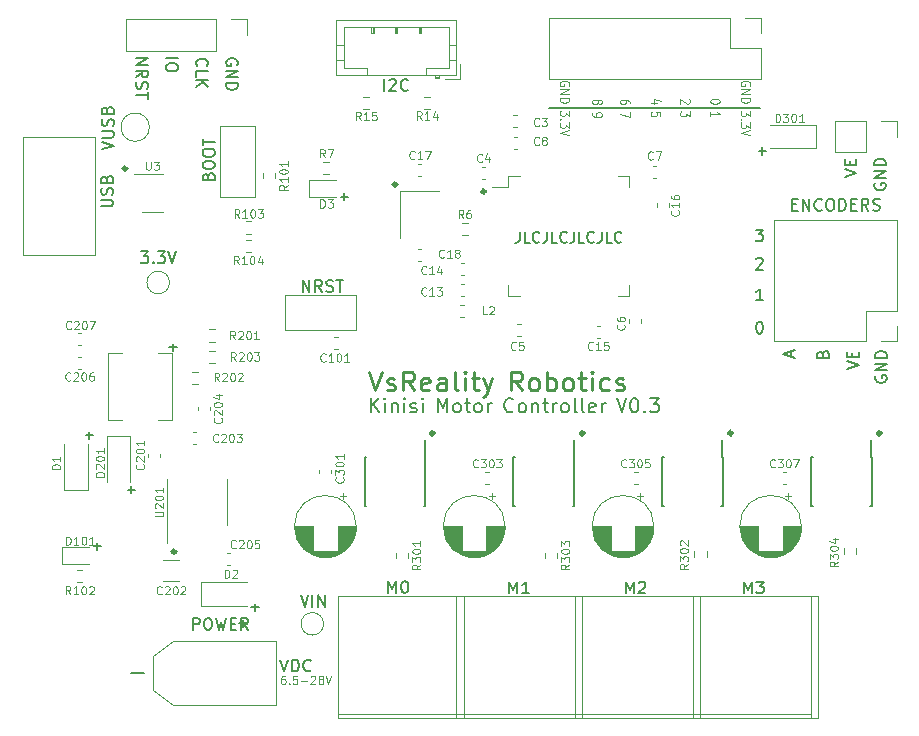
<source format=gbr>
%TF.GenerationSoftware,KiCad,Pcbnew,(7.0.0)*%
%TF.CreationDate,2023-05-21T11:33:29-07:00*%
%TF.ProjectId,smart_motor_controller,736d6172-745f-46d6-9f74-6f725f636f6e,0.1.1*%
%TF.SameCoordinates,Original*%
%TF.FileFunction,Legend,Top*%
%TF.FilePolarity,Positive*%
%FSLAX46Y46*%
G04 Gerber Fmt 4.6, Leading zero omitted, Abs format (unit mm)*
G04 Created by KiCad (PCBNEW (7.0.0)) date 2023-05-21 11:33:29*
%MOMM*%
%LPD*%
G01*
G04 APERTURE LIST*
%ADD10C,0.300000*%
%ADD11C,0.150000*%
%ADD12C,0.120000*%
%ADD13C,0.110000*%
%ADD14C,0.250000*%
%ADD15C,0.100000*%
G04 APERTURE END LIST*
D10*
X132100000Y-68800000D02*
G75*
G03*
X132100000Y-68800000I-150000J0D01*
G01*
X158100000Y-91200000D02*
G75*
G03*
X158100000Y-91200000I-150000J0D01*
G01*
X170805113Y-91200000D02*
G75*
G03*
X170805113Y-91200000I-150000J0D01*
G01*
X162450000Y-70740000D02*
G75*
G03*
X162450000Y-70740000I-150000J0D01*
G01*
X183350000Y-91200000D02*
G75*
G03*
X183350000Y-91200000I-150000J0D01*
G01*
X195950000Y-91200000D02*
G75*
G03*
X195950000Y-91200000I-150000J0D01*
G01*
X154950000Y-70140000D02*
G75*
G03*
X154950000Y-70140000I-150000J0D01*
G01*
X136235000Y-101250000D02*
G75*
G03*
X136235000Y-101250000I-150000J0D01*
G01*
D11*
X167800000Y-63650000D02*
X185700000Y-63650000D01*
X141889142Y-107604761D02*
X141889142Y-106995238D01*
X142193904Y-107299999D02*
X141584380Y-107299999D01*
X186204761Y-67310857D02*
X185595238Y-67310857D01*
X185899999Y-67006095D02*
X185899999Y-67615619D01*
X150195238Y-71199142D02*
X150804762Y-71199142D01*
X150500000Y-71503904D02*
X150500000Y-70894380D01*
X164490476Y-104767380D02*
X164490476Y-103767380D01*
X164490476Y-103767380D02*
X164823809Y-104481666D01*
X164823809Y-104481666D02*
X165157142Y-103767380D01*
X165157142Y-103767380D02*
X165157142Y-104767380D01*
X166157142Y-104767380D02*
X165585714Y-104767380D01*
X165871428Y-104767380D02*
X165871428Y-103767380D01*
X165871428Y-103767380D02*
X165776190Y-103910238D01*
X165776190Y-103910238D02*
X165680952Y-104005476D01*
X165680952Y-104005476D02*
X165585714Y-104053095D01*
X184340476Y-104767380D02*
X184340476Y-103767380D01*
X184340476Y-103767380D02*
X184673809Y-104481666D01*
X184673809Y-104481666D02*
X185007142Y-103767380D01*
X185007142Y-103767380D02*
X185007142Y-104767380D01*
X185388095Y-103767380D02*
X186007142Y-103767380D01*
X186007142Y-103767380D02*
X185673809Y-104148333D01*
X185673809Y-104148333D02*
X185816666Y-104148333D01*
X185816666Y-104148333D02*
X185911904Y-104195952D01*
X185911904Y-104195952D02*
X185959523Y-104243571D01*
X185959523Y-104243571D02*
X186007142Y-104338809D01*
X186007142Y-104338809D02*
X186007142Y-104576904D01*
X186007142Y-104576904D02*
X185959523Y-104672142D01*
X185959523Y-104672142D02*
X185911904Y-104719761D01*
X185911904Y-104719761D02*
X185816666Y-104767380D01*
X185816666Y-104767380D02*
X185530952Y-104767380D01*
X185530952Y-104767380D02*
X185435714Y-104719761D01*
X185435714Y-104719761D02*
X185388095Y-104672142D01*
X154240476Y-104717380D02*
X154240476Y-103717380D01*
X154240476Y-103717380D02*
X154573809Y-104431666D01*
X154573809Y-104431666D02*
X154907142Y-103717380D01*
X154907142Y-103717380D02*
X154907142Y-104717380D01*
X155573809Y-103717380D02*
X155669047Y-103717380D01*
X155669047Y-103717380D02*
X155764285Y-103765000D01*
X155764285Y-103765000D02*
X155811904Y-103812619D01*
X155811904Y-103812619D02*
X155859523Y-103907857D01*
X155859523Y-103907857D02*
X155907142Y-104098333D01*
X155907142Y-104098333D02*
X155907142Y-104336428D01*
X155907142Y-104336428D02*
X155859523Y-104526904D01*
X155859523Y-104526904D02*
X155811904Y-104622142D01*
X155811904Y-104622142D02*
X155764285Y-104669761D01*
X155764285Y-104669761D02*
X155669047Y-104717380D01*
X155669047Y-104717380D02*
X155573809Y-104717380D01*
X155573809Y-104717380D02*
X155478571Y-104669761D01*
X155478571Y-104669761D02*
X155430952Y-104622142D01*
X155430952Y-104622142D02*
X155383333Y-104526904D01*
X155383333Y-104526904D02*
X155335714Y-104336428D01*
X155335714Y-104336428D02*
X155335714Y-104098333D01*
X155335714Y-104098333D02*
X155383333Y-103907857D01*
X155383333Y-103907857D02*
X155430952Y-103812619D01*
X155430952Y-103812619D02*
X155478571Y-103765000D01*
X155478571Y-103765000D02*
X155573809Y-103717380D01*
X174340476Y-104767380D02*
X174340476Y-103767380D01*
X174340476Y-103767380D02*
X174673809Y-104481666D01*
X174673809Y-104481666D02*
X175007142Y-103767380D01*
X175007142Y-103767380D02*
X175007142Y-104767380D01*
X175435714Y-103862619D02*
X175483333Y-103815000D01*
X175483333Y-103815000D02*
X175578571Y-103767380D01*
X175578571Y-103767380D02*
X175816666Y-103767380D01*
X175816666Y-103767380D02*
X175911904Y-103815000D01*
X175911904Y-103815000D02*
X175959523Y-103862619D01*
X175959523Y-103862619D02*
X176007142Y-103957857D01*
X176007142Y-103957857D02*
X176007142Y-104053095D01*
X176007142Y-104053095D02*
X175959523Y-104195952D01*
X175959523Y-104195952D02*
X175388095Y-104767380D01*
X175388095Y-104767380D02*
X176007142Y-104767380D01*
X185627381Y-81767380D02*
X185722619Y-81767380D01*
X185722619Y-81767380D02*
X185817857Y-81815000D01*
X185817857Y-81815000D02*
X185865476Y-81862619D01*
X185865476Y-81862619D02*
X185913095Y-81957857D01*
X185913095Y-81957857D02*
X185960714Y-82148333D01*
X185960714Y-82148333D02*
X185960714Y-82386428D01*
X185960714Y-82386428D02*
X185913095Y-82576904D01*
X185913095Y-82576904D02*
X185865476Y-82672142D01*
X185865476Y-82672142D02*
X185817857Y-82719761D01*
X185817857Y-82719761D02*
X185722619Y-82767380D01*
X185722619Y-82767380D02*
X185627381Y-82767380D01*
X185627381Y-82767380D02*
X185532143Y-82719761D01*
X185532143Y-82719761D02*
X185484524Y-82672142D01*
X185484524Y-82672142D02*
X185436905Y-82576904D01*
X185436905Y-82576904D02*
X185389286Y-82386428D01*
X185389286Y-82386428D02*
X185389286Y-82148333D01*
X185389286Y-82148333D02*
X185436905Y-81957857D01*
X185436905Y-81957857D02*
X185484524Y-81862619D01*
X185484524Y-81862619D02*
X185532143Y-81815000D01*
X185532143Y-81815000D02*
X185627381Y-81767380D01*
X185960714Y-79967380D02*
X185389286Y-79967380D01*
X185675000Y-79967380D02*
X185675000Y-78967380D01*
X185675000Y-78967380D02*
X185579762Y-79110238D01*
X185579762Y-79110238D02*
X185484524Y-79205476D01*
X185484524Y-79205476D02*
X185389286Y-79253095D01*
X185389286Y-76462619D02*
X185436905Y-76415000D01*
X185436905Y-76415000D02*
X185532143Y-76367380D01*
X185532143Y-76367380D02*
X185770238Y-76367380D01*
X185770238Y-76367380D02*
X185865476Y-76415000D01*
X185865476Y-76415000D02*
X185913095Y-76462619D01*
X185913095Y-76462619D02*
X185960714Y-76557857D01*
X185960714Y-76557857D02*
X185960714Y-76653095D01*
X185960714Y-76653095D02*
X185913095Y-76795952D01*
X185913095Y-76795952D02*
X185341667Y-77367380D01*
X185341667Y-77367380D02*
X185960714Y-77367380D01*
X185341667Y-73967380D02*
X185960714Y-73967380D01*
X185960714Y-73967380D02*
X185627381Y-74348333D01*
X185627381Y-74348333D02*
X185770238Y-74348333D01*
X185770238Y-74348333D02*
X185865476Y-74395952D01*
X185865476Y-74395952D02*
X185913095Y-74443571D01*
X185913095Y-74443571D02*
X185960714Y-74538809D01*
X185960714Y-74538809D02*
X185960714Y-74776904D01*
X185960714Y-74776904D02*
X185913095Y-74872142D01*
X185913095Y-74872142D02*
X185865476Y-74919761D01*
X185865476Y-74919761D02*
X185770238Y-74967380D01*
X185770238Y-74967380D02*
X185484524Y-74967380D01*
X185484524Y-74967380D02*
X185389286Y-74919761D01*
X185389286Y-74919761D02*
X185341667Y-74872142D01*
X195490000Y-86361904D02*
X195442380Y-86457142D01*
X195442380Y-86457142D02*
X195442380Y-86599999D01*
X195442380Y-86599999D02*
X195490000Y-86742856D01*
X195490000Y-86742856D02*
X195585238Y-86838094D01*
X195585238Y-86838094D02*
X195680476Y-86885713D01*
X195680476Y-86885713D02*
X195870952Y-86933332D01*
X195870952Y-86933332D02*
X196013809Y-86933332D01*
X196013809Y-86933332D02*
X196204285Y-86885713D01*
X196204285Y-86885713D02*
X196299523Y-86838094D01*
X196299523Y-86838094D02*
X196394761Y-86742856D01*
X196394761Y-86742856D02*
X196442380Y-86599999D01*
X196442380Y-86599999D02*
X196442380Y-86504761D01*
X196442380Y-86504761D02*
X196394761Y-86361904D01*
X196394761Y-86361904D02*
X196347142Y-86314285D01*
X196347142Y-86314285D02*
X196013809Y-86314285D01*
X196013809Y-86314285D02*
X196013809Y-86504761D01*
X196442380Y-85885713D02*
X195442380Y-85885713D01*
X195442380Y-85885713D02*
X196442380Y-85314285D01*
X196442380Y-85314285D02*
X195442380Y-85314285D01*
X196442380Y-84838094D02*
X195442380Y-84838094D01*
X195442380Y-84838094D02*
X195442380Y-84599999D01*
X195442380Y-84599999D02*
X195490000Y-84457142D01*
X195490000Y-84457142D02*
X195585238Y-84361904D01*
X195585238Y-84361904D02*
X195680476Y-84314285D01*
X195680476Y-84314285D02*
X195870952Y-84266666D01*
X195870952Y-84266666D02*
X196013809Y-84266666D01*
X196013809Y-84266666D02*
X196204285Y-84314285D01*
X196204285Y-84314285D02*
X196299523Y-84361904D01*
X196299523Y-84361904D02*
X196394761Y-84457142D01*
X196394761Y-84457142D02*
X196442380Y-84599999D01*
X196442380Y-84599999D02*
X196442380Y-84838094D01*
X193042380Y-85785713D02*
X194042380Y-85452380D01*
X194042380Y-85452380D02*
X193042380Y-85119047D01*
X193518571Y-84785713D02*
X193518571Y-84452380D01*
X194042380Y-84309523D02*
X194042380Y-84785713D01*
X194042380Y-84785713D02*
X193042380Y-84785713D01*
X193042380Y-84785713D02*
X193042380Y-84309523D01*
X188356666Y-84738094D02*
X188356666Y-84261904D01*
X188642380Y-84833332D02*
X187642380Y-84499999D01*
X187642380Y-84499999D02*
X188642380Y-84166666D01*
X191018571Y-84528571D02*
X191066190Y-84385714D01*
X191066190Y-84385714D02*
X191113809Y-84338095D01*
X191113809Y-84338095D02*
X191209047Y-84290476D01*
X191209047Y-84290476D02*
X191351904Y-84290476D01*
X191351904Y-84290476D02*
X191447142Y-84338095D01*
X191447142Y-84338095D02*
X191494761Y-84385714D01*
X191494761Y-84385714D02*
X191542380Y-84480952D01*
X191542380Y-84480952D02*
X191542380Y-84861904D01*
X191542380Y-84861904D02*
X190542380Y-84861904D01*
X190542380Y-84861904D02*
X190542380Y-84528571D01*
X190542380Y-84528571D02*
X190590000Y-84433333D01*
X190590000Y-84433333D02*
X190637619Y-84385714D01*
X190637619Y-84385714D02*
X190732857Y-84338095D01*
X190732857Y-84338095D02*
X190828095Y-84338095D01*
X190828095Y-84338095D02*
X190923333Y-84385714D01*
X190923333Y-84385714D02*
X190970952Y-84433333D01*
X190970952Y-84433333D02*
X191018571Y-84528571D01*
X191018571Y-84528571D02*
X191018571Y-84861904D01*
X132882619Y-59457143D02*
X133882619Y-59457143D01*
X133882619Y-59457143D02*
X132882619Y-60028571D01*
X132882619Y-60028571D02*
X133882619Y-60028571D01*
X132882619Y-61076190D02*
X133358809Y-60742857D01*
X132882619Y-60504762D02*
X133882619Y-60504762D01*
X133882619Y-60504762D02*
X133882619Y-60885714D01*
X133882619Y-60885714D02*
X133835000Y-60980952D01*
X133835000Y-60980952D02*
X133787380Y-61028571D01*
X133787380Y-61028571D02*
X133692142Y-61076190D01*
X133692142Y-61076190D02*
X133549285Y-61076190D01*
X133549285Y-61076190D02*
X133454047Y-61028571D01*
X133454047Y-61028571D02*
X133406428Y-60980952D01*
X133406428Y-60980952D02*
X133358809Y-60885714D01*
X133358809Y-60885714D02*
X133358809Y-60504762D01*
X132930238Y-61457143D02*
X132882619Y-61600000D01*
X132882619Y-61600000D02*
X132882619Y-61838095D01*
X132882619Y-61838095D02*
X132930238Y-61933333D01*
X132930238Y-61933333D02*
X132977857Y-61980952D01*
X132977857Y-61980952D02*
X133073095Y-62028571D01*
X133073095Y-62028571D02*
X133168333Y-62028571D01*
X133168333Y-62028571D02*
X133263571Y-61980952D01*
X133263571Y-61980952D02*
X133311190Y-61933333D01*
X133311190Y-61933333D02*
X133358809Y-61838095D01*
X133358809Y-61838095D02*
X133406428Y-61647619D01*
X133406428Y-61647619D02*
X133454047Y-61552381D01*
X133454047Y-61552381D02*
X133501666Y-61504762D01*
X133501666Y-61504762D02*
X133596904Y-61457143D01*
X133596904Y-61457143D02*
X133692142Y-61457143D01*
X133692142Y-61457143D02*
X133787380Y-61504762D01*
X133787380Y-61504762D02*
X133835000Y-61552381D01*
X133835000Y-61552381D02*
X133882619Y-61647619D01*
X133882619Y-61647619D02*
X133882619Y-61885714D01*
X133882619Y-61885714D02*
X133835000Y-62028571D01*
X133882619Y-62314286D02*
X133882619Y-62885714D01*
X132882619Y-62600000D02*
X133882619Y-62600000D01*
X135422619Y-59476191D02*
X136422619Y-59476191D01*
X136422619Y-60142857D02*
X136422619Y-60333333D01*
X136422619Y-60333333D02*
X136375000Y-60428571D01*
X136375000Y-60428571D02*
X136279761Y-60523809D01*
X136279761Y-60523809D02*
X136089285Y-60571428D01*
X136089285Y-60571428D02*
X135755952Y-60571428D01*
X135755952Y-60571428D02*
X135565476Y-60523809D01*
X135565476Y-60523809D02*
X135470238Y-60428571D01*
X135470238Y-60428571D02*
X135422619Y-60333333D01*
X135422619Y-60333333D02*
X135422619Y-60142857D01*
X135422619Y-60142857D02*
X135470238Y-60047619D01*
X135470238Y-60047619D02*
X135565476Y-59952381D01*
X135565476Y-59952381D02*
X135755952Y-59904762D01*
X135755952Y-59904762D02*
X136089285Y-59904762D01*
X136089285Y-59904762D02*
X136279761Y-59952381D01*
X136279761Y-59952381D02*
X136375000Y-60047619D01*
X136375000Y-60047619D02*
X136422619Y-60142857D01*
X138057857Y-60104761D02*
X138010238Y-60057142D01*
X138010238Y-60057142D02*
X137962619Y-59914285D01*
X137962619Y-59914285D02*
X137962619Y-59819047D01*
X137962619Y-59819047D02*
X138010238Y-59676190D01*
X138010238Y-59676190D02*
X138105476Y-59580952D01*
X138105476Y-59580952D02*
X138200714Y-59533333D01*
X138200714Y-59533333D02*
X138391190Y-59485714D01*
X138391190Y-59485714D02*
X138534047Y-59485714D01*
X138534047Y-59485714D02*
X138724523Y-59533333D01*
X138724523Y-59533333D02*
X138819761Y-59580952D01*
X138819761Y-59580952D02*
X138915000Y-59676190D01*
X138915000Y-59676190D02*
X138962619Y-59819047D01*
X138962619Y-59819047D02*
X138962619Y-59914285D01*
X138962619Y-59914285D02*
X138915000Y-60057142D01*
X138915000Y-60057142D02*
X138867380Y-60104761D01*
X137962619Y-61009523D02*
X137962619Y-60533333D01*
X137962619Y-60533333D02*
X138962619Y-60533333D01*
X137962619Y-61342857D02*
X138962619Y-61342857D01*
X137962619Y-61914285D02*
X138534047Y-61485714D01*
X138962619Y-61914285D02*
X138391190Y-61342857D01*
X165342858Y-74170642D02*
X165342858Y-74813500D01*
X165342858Y-74813500D02*
X165300001Y-74942071D01*
X165300001Y-74942071D02*
X165214287Y-75027785D01*
X165214287Y-75027785D02*
X165085715Y-75070642D01*
X165085715Y-75070642D02*
X165000001Y-75070642D01*
X166200001Y-75070642D02*
X165771429Y-75070642D01*
X165771429Y-75070642D02*
X165771429Y-74170642D01*
X167014286Y-74984928D02*
X166971429Y-75027785D01*
X166971429Y-75027785D02*
X166842857Y-75070642D01*
X166842857Y-75070642D02*
X166757143Y-75070642D01*
X166757143Y-75070642D02*
X166628572Y-75027785D01*
X166628572Y-75027785D02*
X166542857Y-74942071D01*
X166542857Y-74942071D02*
X166500000Y-74856357D01*
X166500000Y-74856357D02*
X166457143Y-74684928D01*
X166457143Y-74684928D02*
X166457143Y-74556357D01*
X166457143Y-74556357D02*
X166500000Y-74384928D01*
X166500000Y-74384928D02*
X166542857Y-74299214D01*
X166542857Y-74299214D02*
X166628572Y-74213500D01*
X166628572Y-74213500D02*
X166757143Y-74170642D01*
X166757143Y-74170642D02*
X166842857Y-74170642D01*
X166842857Y-74170642D02*
X166971429Y-74213500D01*
X166971429Y-74213500D02*
X167014286Y-74256357D01*
X167657143Y-74170642D02*
X167657143Y-74813500D01*
X167657143Y-74813500D02*
X167614286Y-74942071D01*
X167614286Y-74942071D02*
X167528572Y-75027785D01*
X167528572Y-75027785D02*
X167400000Y-75070642D01*
X167400000Y-75070642D02*
X167314286Y-75070642D01*
X168514286Y-75070642D02*
X168085714Y-75070642D01*
X168085714Y-75070642D02*
X168085714Y-74170642D01*
X169328571Y-74984928D02*
X169285714Y-75027785D01*
X169285714Y-75027785D02*
X169157142Y-75070642D01*
X169157142Y-75070642D02*
X169071428Y-75070642D01*
X169071428Y-75070642D02*
X168942857Y-75027785D01*
X168942857Y-75027785D02*
X168857142Y-74942071D01*
X168857142Y-74942071D02*
X168814285Y-74856357D01*
X168814285Y-74856357D02*
X168771428Y-74684928D01*
X168771428Y-74684928D02*
X168771428Y-74556357D01*
X168771428Y-74556357D02*
X168814285Y-74384928D01*
X168814285Y-74384928D02*
X168857142Y-74299214D01*
X168857142Y-74299214D02*
X168942857Y-74213500D01*
X168942857Y-74213500D02*
X169071428Y-74170642D01*
X169071428Y-74170642D02*
X169157142Y-74170642D01*
X169157142Y-74170642D02*
X169285714Y-74213500D01*
X169285714Y-74213500D02*
X169328571Y-74256357D01*
X169971428Y-74170642D02*
X169971428Y-74813500D01*
X169971428Y-74813500D02*
X169928571Y-74942071D01*
X169928571Y-74942071D02*
X169842857Y-75027785D01*
X169842857Y-75027785D02*
X169714285Y-75070642D01*
X169714285Y-75070642D02*
X169628571Y-75070642D01*
X170828571Y-75070642D02*
X170399999Y-75070642D01*
X170399999Y-75070642D02*
X170399999Y-74170642D01*
X171642856Y-74984928D02*
X171599999Y-75027785D01*
X171599999Y-75027785D02*
X171471427Y-75070642D01*
X171471427Y-75070642D02*
X171385713Y-75070642D01*
X171385713Y-75070642D02*
X171257142Y-75027785D01*
X171257142Y-75027785D02*
X171171427Y-74942071D01*
X171171427Y-74942071D02*
X171128570Y-74856357D01*
X171128570Y-74856357D02*
X171085713Y-74684928D01*
X171085713Y-74684928D02*
X171085713Y-74556357D01*
X171085713Y-74556357D02*
X171128570Y-74384928D01*
X171128570Y-74384928D02*
X171171427Y-74299214D01*
X171171427Y-74299214D02*
X171257142Y-74213500D01*
X171257142Y-74213500D02*
X171385713Y-74170642D01*
X171385713Y-74170642D02*
X171471427Y-74170642D01*
X171471427Y-74170642D02*
X171599999Y-74213500D01*
X171599999Y-74213500D02*
X171642856Y-74256357D01*
X172285713Y-74170642D02*
X172285713Y-74813500D01*
X172285713Y-74813500D02*
X172242856Y-74942071D01*
X172242856Y-74942071D02*
X172157142Y-75027785D01*
X172157142Y-75027785D02*
X172028570Y-75070642D01*
X172028570Y-75070642D02*
X171942856Y-75070642D01*
X173142856Y-75070642D02*
X172714284Y-75070642D01*
X172714284Y-75070642D02*
X172714284Y-74170642D01*
X173957141Y-74984928D02*
X173914284Y-75027785D01*
X173914284Y-75027785D02*
X173785712Y-75070642D01*
X173785712Y-75070642D02*
X173699998Y-75070642D01*
X173699998Y-75070642D02*
X173571427Y-75027785D01*
X173571427Y-75027785D02*
X173485712Y-74942071D01*
X173485712Y-74942071D02*
X173442855Y-74856357D01*
X173442855Y-74856357D02*
X173399998Y-74684928D01*
X173399998Y-74684928D02*
X173399998Y-74556357D01*
X173399998Y-74556357D02*
X173442855Y-74384928D01*
X173442855Y-74384928D02*
X173485712Y-74299214D01*
X173485712Y-74299214D02*
X173571427Y-74213500D01*
X173571427Y-74213500D02*
X173699998Y-74170642D01*
X173699998Y-74170642D02*
X173785712Y-74170642D01*
X173785712Y-74170642D02*
X173914284Y-74213500D01*
X173914284Y-74213500D02*
X173957141Y-74256357D01*
X135705238Y-83939142D02*
X136314762Y-83939142D01*
X136010000Y-84243904D02*
X136010000Y-83634380D01*
X128595238Y-91389142D02*
X129204762Y-91389142D01*
X128900000Y-91693904D02*
X128900000Y-91084380D01*
X132489142Y-96304761D02*
X132489142Y-95695238D01*
X132793904Y-95999999D02*
X132184380Y-95999999D01*
D12*
X182306095Y-63073333D02*
X182306095Y-63139999D01*
X182306095Y-63139999D02*
X182268000Y-63206666D01*
X182268000Y-63206666D02*
X182229904Y-63239999D01*
X182229904Y-63239999D02*
X182153714Y-63273333D01*
X182153714Y-63273333D02*
X182001333Y-63306666D01*
X182001333Y-63306666D02*
X181810857Y-63306666D01*
X181810857Y-63306666D02*
X181658476Y-63273333D01*
X181658476Y-63273333D02*
X181582285Y-63239999D01*
X181582285Y-63239999D02*
X181544190Y-63206666D01*
X181544190Y-63206666D02*
X181506095Y-63139999D01*
X181506095Y-63139999D02*
X181506095Y-63073333D01*
X181506095Y-63073333D02*
X181544190Y-63006666D01*
X181544190Y-63006666D02*
X181582285Y-62973333D01*
X181582285Y-62973333D02*
X181658476Y-62939999D01*
X181658476Y-62939999D02*
X181810857Y-62906666D01*
X181810857Y-62906666D02*
X182001333Y-62906666D01*
X182001333Y-62906666D02*
X182153714Y-62939999D01*
X182153714Y-62939999D02*
X182229904Y-62973333D01*
X182229904Y-62973333D02*
X182268000Y-63006666D01*
X182268000Y-63006666D02*
X182306095Y-63073333D01*
X181506095Y-64393333D02*
X181506095Y-63993333D01*
X181506095Y-64193333D02*
X182306095Y-64193333D01*
X182306095Y-64193333D02*
X182191809Y-64126666D01*
X182191809Y-64126666D02*
X182115619Y-64060000D01*
X182115619Y-64060000D02*
X182077523Y-63993333D01*
X184818000Y-61773333D02*
X184856095Y-61706666D01*
X184856095Y-61706666D02*
X184856095Y-61606666D01*
X184856095Y-61606666D02*
X184818000Y-61506666D01*
X184818000Y-61506666D02*
X184741809Y-61440000D01*
X184741809Y-61440000D02*
X184665619Y-61406666D01*
X184665619Y-61406666D02*
X184513238Y-61373333D01*
X184513238Y-61373333D02*
X184398952Y-61373333D01*
X184398952Y-61373333D02*
X184246571Y-61406666D01*
X184246571Y-61406666D02*
X184170380Y-61440000D01*
X184170380Y-61440000D02*
X184094190Y-61506666D01*
X184094190Y-61506666D02*
X184056095Y-61606666D01*
X184056095Y-61606666D02*
X184056095Y-61673333D01*
X184056095Y-61673333D02*
X184094190Y-61773333D01*
X184094190Y-61773333D02*
X184132285Y-61806666D01*
X184132285Y-61806666D02*
X184398952Y-61806666D01*
X184398952Y-61806666D02*
X184398952Y-61673333D01*
X184056095Y-62106666D02*
X184856095Y-62106666D01*
X184856095Y-62106666D02*
X184056095Y-62506666D01*
X184056095Y-62506666D02*
X184856095Y-62506666D01*
X184056095Y-62839999D02*
X184856095Y-62839999D01*
X184856095Y-62839999D02*
X184856095Y-63006666D01*
X184856095Y-63006666D02*
X184818000Y-63106666D01*
X184818000Y-63106666D02*
X184741809Y-63173333D01*
X184741809Y-63173333D02*
X184665619Y-63206666D01*
X184665619Y-63206666D02*
X184513238Y-63239999D01*
X184513238Y-63239999D02*
X184398952Y-63239999D01*
X184398952Y-63239999D02*
X184246571Y-63206666D01*
X184246571Y-63206666D02*
X184170380Y-63173333D01*
X184170380Y-63173333D02*
X184094190Y-63106666D01*
X184094190Y-63106666D02*
X184056095Y-63006666D01*
X184056095Y-63006666D02*
X184056095Y-62839999D01*
X184856095Y-63893333D02*
X184856095Y-64326666D01*
X184856095Y-64326666D02*
X184551333Y-64093333D01*
X184551333Y-64093333D02*
X184551333Y-64193333D01*
X184551333Y-64193333D02*
X184513238Y-64259999D01*
X184513238Y-64259999D02*
X184475142Y-64293333D01*
X184475142Y-64293333D02*
X184398952Y-64326666D01*
X184398952Y-64326666D02*
X184208476Y-64326666D01*
X184208476Y-64326666D02*
X184132285Y-64293333D01*
X184132285Y-64293333D02*
X184094190Y-64259999D01*
X184094190Y-64259999D02*
X184056095Y-64193333D01*
X184056095Y-64193333D02*
X184056095Y-63993333D01*
X184056095Y-63993333D02*
X184094190Y-63926666D01*
X184094190Y-63926666D02*
X184132285Y-63893333D01*
X184132285Y-64626666D02*
X184094190Y-64660000D01*
X184094190Y-64660000D02*
X184056095Y-64626666D01*
X184056095Y-64626666D02*
X184094190Y-64593333D01*
X184094190Y-64593333D02*
X184132285Y-64626666D01*
X184132285Y-64626666D02*
X184056095Y-64626666D01*
X184856095Y-64893333D02*
X184856095Y-65326666D01*
X184856095Y-65326666D02*
X184551333Y-65093333D01*
X184551333Y-65093333D02*
X184551333Y-65193333D01*
X184551333Y-65193333D02*
X184513238Y-65259999D01*
X184513238Y-65259999D02*
X184475142Y-65293333D01*
X184475142Y-65293333D02*
X184398952Y-65326666D01*
X184398952Y-65326666D02*
X184208476Y-65326666D01*
X184208476Y-65326666D02*
X184132285Y-65293333D01*
X184132285Y-65293333D02*
X184094190Y-65259999D01*
X184094190Y-65259999D02*
X184056095Y-65193333D01*
X184056095Y-65193333D02*
X184056095Y-64993333D01*
X184056095Y-64993333D02*
X184094190Y-64926666D01*
X184094190Y-64926666D02*
X184132285Y-64893333D01*
X184856095Y-65526666D02*
X184056095Y-65760000D01*
X184056095Y-65760000D02*
X184856095Y-65993333D01*
D11*
X195415000Y-70061904D02*
X195367380Y-70157142D01*
X195367380Y-70157142D02*
X195367380Y-70299999D01*
X195367380Y-70299999D02*
X195415000Y-70442856D01*
X195415000Y-70442856D02*
X195510238Y-70538094D01*
X195510238Y-70538094D02*
X195605476Y-70585713D01*
X195605476Y-70585713D02*
X195795952Y-70633332D01*
X195795952Y-70633332D02*
X195938809Y-70633332D01*
X195938809Y-70633332D02*
X196129285Y-70585713D01*
X196129285Y-70585713D02*
X196224523Y-70538094D01*
X196224523Y-70538094D02*
X196319761Y-70442856D01*
X196319761Y-70442856D02*
X196367380Y-70299999D01*
X196367380Y-70299999D02*
X196367380Y-70204761D01*
X196367380Y-70204761D02*
X196319761Y-70061904D01*
X196319761Y-70061904D02*
X196272142Y-70014285D01*
X196272142Y-70014285D02*
X195938809Y-70014285D01*
X195938809Y-70014285D02*
X195938809Y-70204761D01*
X196367380Y-69585713D02*
X195367380Y-69585713D01*
X195367380Y-69585713D02*
X196367380Y-69014285D01*
X196367380Y-69014285D02*
X195367380Y-69014285D01*
X196367380Y-68538094D02*
X195367380Y-68538094D01*
X195367380Y-68538094D02*
X195367380Y-68299999D01*
X195367380Y-68299999D02*
X195415000Y-68157142D01*
X195415000Y-68157142D02*
X195510238Y-68061904D01*
X195510238Y-68061904D02*
X195605476Y-68014285D01*
X195605476Y-68014285D02*
X195795952Y-67966666D01*
X195795952Y-67966666D02*
X195938809Y-67966666D01*
X195938809Y-67966666D02*
X196129285Y-68014285D01*
X196129285Y-68014285D02*
X196224523Y-68061904D01*
X196224523Y-68061904D02*
X196319761Y-68157142D01*
X196319761Y-68157142D02*
X196367380Y-68299999D01*
X196367380Y-68299999D02*
X196367380Y-68538094D01*
X192867380Y-69485713D02*
X193867380Y-69152380D01*
X193867380Y-69152380D02*
X192867380Y-68819047D01*
X193343571Y-68485713D02*
X193343571Y-68152380D01*
X193867380Y-68009523D02*
X193867380Y-68485713D01*
X193867380Y-68485713D02*
X192867380Y-68485713D01*
X192867380Y-68485713D02*
X192867380Y-68009523D01*
X146988095Y-79232380D02*
X146988095Y-78232380D01*
X146988095Y-78232380D02*
X147559523Y-79232380D01*
X147559523Y-79232380D02*
X147559523Y-78232380D01*
X148607142Y-79232380D02*
X148273809Y-78756190D01*
X148035714Y-79232380D02*
X148035714Y-78232380D01*
X148035714Y-78232380D02*
X148416666Y-78232380D01*
X148416666Y-78232380D02*
X148511904Y-78280000D01*
X148511904Y-78280000D02*
X148559523Y-78327619D01*
X148559523Y-78327619D02*
X148607142Y-78422857D01*
X148607142Y-78422857D02*
X148607142Y-78565714D01*
X148607142Y-78565714D02*
X148559523Y-78660952D01*
X148559523Y-78660952D02*
X148511904Y-78708571D01*
X148511904Y-78708571D02*
X148416666Y-78756190D01*
X148416666Y-78756190D02*
X148035714Y-78756190D01*
X148988095Y-79184761D02*
X149130952Y-79232380D01*
X149130952Y-79232380D02*
X149369047Y-79232380D01*
X149369047Y-79232380D02*
X149464285Y-79184761D01*
X149464285Y-79184761D02*
X149511904Y-79137142D01*
X149511904Y-79137142D02*
X149559523Y-79041904D01*
X149559523Y-79041904D02*
X149559523Y-78946666D01*
X149559523Y-78946666D02*
X149511904Y-78851428D01*
X149511904Y-78851428D02*
X149464285Y-78803809D01*
X149464285Y-78803809D02*
X149369047Y-78756190D01*
X149369047Y-78756190D02*
X149178571Y-78708571D01*
X149178571Y-78708571D02*
X149083333Y-78660952D01*
X149083333Y-78660952D02*
X149035714Y-78613333D01*
X149035714Y-78613333D02*
X148988095Y-78518095D01*
X148988095Y-78518095D02*
X148988095Y-78422857D01*
X148988095Y-78422857D02*
X149035714Y-78327619D01*
X149035714Y-78327619D02*
X149083333Y-78280000D01*
X149083333Y-78280000D02*
X149178571Y-78232380D01*
X149178571Y-78232380D02*
X149416666Y-78232380D01*
X149416666Y-78232380D02*
X149559523Y-78280000D01*
X149845238Y-78232380D02*
X150416666Y-78232380D01*
X150130952Y-79232380D02*
X150130952Y-78232380D01*
D13*
X145466666Y-111747666D02*
X145333333Y-111747666D01*
X145333333Y-111747666D02*
X145266666Y-111781000D01*
X145266666Y-111781000D02*
X145233333Y-111814333D01*
X145233333Y-111814333D02*
X145166666Y-111914333D01*
X145166666Y-111914333D02*
X145133333Y-112047666D01*
X145133333Y-112047666D02*
X145133333Y-112314333D01*
X145133333Y-112314333D02*
X145166666Y-112381000D01*
X145166666Y-112381000D02*
X145200000Y-112414333D01*
X145200000Y-112414333D02*
X145266666Y-112447666D01*
X145266666Y-112447666D02*
X145400000Y-112447666D01*
X145400000Y-112447666D02*
X145466666Y-112414333D01*
X145466666Y-112414333D02*
X145500000Y-112381000D01*
X145500000Y-112381000D02*
X145533333Y-112314333D01*
X145533333Y-112314333D02*
X145533333Y-112147666D01*
X145533333Y-112147666D02*
X145500000Y-112081000D01*
X145500000Y-112081000D02*
X145466666Y-112047666D01*
X145466666Y-112047666D02*
X145400000Y-112014333D01*
X145400000Y-112014333D02*
X145266666Y-112014333D01*
X145266666Y-112014333D02*
X145200000Y-112047666D01*
X145200000Y-112047666D02*
X145166666Y-112081000D01*
X145166666Y-112081000D02*
X145133333Y-112147666D01*
X145833333Y-112381000D02*
X145866667Y-112414333D01*
X145866667Y-112414333D02*
X145833333Y-112447666D01*
X145833333Y-112447666D02*
X145800000Y-112414333D01*
X145800000Y-112414333D02*
X145833333Y-112381000D01*
X145833333Y-112381000D02*
X145833333Y-112447666D01*
X146500000Y-111747666D02*
X146166666Y-111747666D01*
X146166666Y-111747666D02*
X146133333Y-112081000D01*
X146133333Y-112081000D02*
X146166666Y-112047666D01*
X146166666Y-112047666D02*
X146233333Y-112014333D01*
X146233333Y-112014333D02*
X146400000Y-112014333D01*
X146400000Y-112014333D02*
X146466666Y-112047666D01*
X146466666Y-112047666D02*
X146500000Y-112081000D01*
X146500000Y-112081000D02*
X146533333Y-112147666D01*
X146533333Y-112147666D02*
X146533333Y-112314333D01*
X146533333Y-112314333D02*
X146500000Y-112381000D01*
X146500000Y-112381000D02*
X146466666Y-112414333D01*
X146466666Y-112414333D02*
X146400000Y-112447666D01*
X146400000Y-112447666D02*
X146233333Y-112447666D01*
X146233333Y-112447666D02*
X146166666Y-112414333D01*
X146166666Y-112414333D02*
X146133333Y-112381000D01*
X146833333Y-112181000D02*
X147366667Y-112181000D01*
X147666667Y-111814333D02*
X147700000Y-111781000D01*
X147700000Y-111781000D02*
X147766667Y-111747666D01*
X147766667Y-111747666D02*
X147933334Y-111747666D01*
X147933334Y-111747666D02*
X148000000Y-111781000D01*
X148000000Y-111781000D02*
X148033334Y-111814333D01*
X148033334Y-111814333D02*
X148066667Y-111881000D01*
X148066667Y-111881000D02*
X148066667Y-111947666D01*
X148066667Y-111947666D02*
X148033334Y-112047666D01*
X148033334Y-112047666D02*
X147633334Y-112447666D01*
X147633334Y-112447666D02*
X148066667Y-112447666D01*
X148466667Y-112047666D02*
X148400001Y-112014333D01*
X148400001Y-112014333D02*
X148366667Y-111981000D01*
X148366667Y-111981000D02*
X148333334Y-111914333D01*
X148333334Y-111914333D02*
X148333334Y-111881000D01*
X148333334Y-111881000D02*
X148366667Y-111814333D01*
X148366667Y-111814333D02*
X148400001Y-111781000D01*
X148400001Y-111781000D02*
X148466667Y-111747666D01*
X148466667Y-111747666D02*
X148600001Y-111747666D01*
X148600001Y-111747666D02*
X148666667Y-111781000D01*
X148666667Y-111781000D02*
X148700001Y-111814333D01*
X148700001Y-111814333D02*
X148733334Y-111881000D01*
X148733334Y-111881000D02*
X148733334Y-111914333D01*
X148733334Y-111914333D02*
X148700001Y-111981000D01*
X148700001Y-111981000D02*
X148666667Y-112014333D01*
X148666667Y-112014333D02*
X148600001Y-112047666D01*
X148600001Y-112047666D02*
X148466667Y-112047666D01*
X148466667Y-112047666D02*
X148400001Y-112081000D01*
X148400001Y-112081000D02*
X148366667Y-112114333D01*
X148366667Y-112114333D02*
X148333334Y-112181000D01*
X148333334Y-112181000D02*
X148333334Y-112314333D01*
X148333334Y-112314333D02*
X148366667Y-112381000D01*
X148366667Y-112381000D02*
X148400001Y-112414333D01*
X148400001Y-112414333D02*
X148466667Y-112447666D01*
X148466667Y-112447666D02*
X148600001Y-112447666D01*
X148600001Y-112447666D02*
X148666667Y-112414333D01*
X148666667Y-112414333D02*
X148700001Y-112381000D01*
X148700001Y-112381000D02*
X148733334Y-112314333D01*
X148733334Y-112314333D02*
X148733334Y-112181000D01*
X148733334Y-112181000D02*
X148700001Y-112114333D01*
X148700001Y-112114333D02*
X148666667Y-112081000D01*
X148666667Y-112081000D02*
X148600001Y-112047666D01*
X148933334Y-111747666D02*
X149166668Y-112447666D01*
X149166668Y-112447666D02*
X149400001Y-111747666D01*
D11*
X133273810Y-75817380D02*
X133892857Y-75817380D01*
X133892857Y-75817380D02*
X133559524Y-76198333D01*
X133559524Y-76198333D02*
X133702381Y-76198333D01*
X133702381Y-76198333D02*
X133797619Y-76245952D01*
X133797619Y-76245952D02*
X133845238Y-76293571D01*
X133845238Y-76293571D02*
X133892857Y-76388809D01*
X133892857Y-76388809D02*
X133892857Y-76626904D01*
X133892857Y-76626904D02*
X133845238Y-76722142D01*
X133845238Y-76722142D02*
X133797619Y-76769761D01*
X133797619Y-76769761D02*
X133702381Y-76817380D01*
X133702381Y-76817380D02*
X133416667Y-76817380D01*
X133416667Y-76817380D02*
X133321429Y-76769761D01*
X133321429Y-76769761D02*
X133273810Y-76722142D01*
X134321429Y-76722142D02*
X134369048Y-76769761D01*
X134369048Y-76769761D02*
X134321429Y-76817380D01*
X134321429Y-76817380D02*
X134273810Y-76769761D01*
X134273810Y-76769761D02*
X134321429Y-76722142D01*
X134321429Y-76722142D02*
X134321429Y-76817380D01*
X134702381Y-75817380D02*
X135321428Y-75817380D01*
X135321428Y-75817380D02*
X134988095Y-76198333D01*
X134988095Y-76198333D02*
X135130952Y-76198333D01*
X135130952Y-76198333D02*
X135226190Y-76245952D01*
X135226190Y-76245952D02*
X135273809Y-76293571D01*
X135273809Y-76293571D02*
X135321428Y-76388809D01*
X135321428Y-76388809D02*
X135321428Y-76626904D01*
X135321428Y-76626904D02*
X135273809Y-76722142D01*
X135273809Y-76722142D02*
X135226190Y-76769761D01*
X135226190Y-76769761D02*
X135130952Y-76817380D01*
X135130952Y-76817380D02*
X134845238Y-76817380D01*
X134845238Y-76817380D02*
X134750000Y-76769761D01*
X134750000Y-76769761D02*
X134702381Y-76722142D01*
X135607143Y-75817380D02*
X135940476Y-76817380D01*
X135940476Y-76817380D02*
X136273809Y-75817380D01*
X153888095Y-62232380D02*
X153888095Y-61232380D01*
X154316666Y-61327619D02*
X154364285Y-61280000D01*
X154364285Y-61280000D02*
X154459523Y-61232380D01*
X154459523Y-61232380D02*
X154697618Y-61232380D01*
X154697618Y-61232380D02*
X154792856Y-61280000D01*
X154792856Y-61280000D02*
X154840475Y-61327619D01*
X154840475Y-61327619D02*
X154888094Y-61422857D01*
X154888094Y-61422857D02*
X154888094Y-61518095D01*
X154888094Y-61518095D02*
X154840475Y-61660952D01*
X154840475Y-61660952D02*
X154269047Y-62232380D01*
X154269047Y-62232380D02*
X154888094Y-62232380D01*
X155888094Y-62137142D02*
X155840475Y-62184761D01*
X155840475Y-62184761D02*
X155697618Y-62232380D01*
X155697618Y-62232380D02*
X155602380Y-62232380D01*
X155602380Y-62232380D02*
X155459523Y-62184761D01*
X155459523Y-62184761D02*
X155364285Y-62089523D01*
X155364285Y-62089523D02*
X155316666Y-61994285D01*
X155316666Y-61994285D02*
X155269047Y-61803809D01*
X155269047Y-61803809D02*
X155269047Y-61660952D01*
X155269047Y-61660952D02*
X155316666Y-61470476D01*
X155316666Y-61470476D02*
X155364285Y-61375238D01*
X155364285Y-61375238D02*
X155459523Y-61280000D01*
X155459523Y-61280000D02*
X155602380Y-61232380D01*
X155602380Y-61232380D02*
X155697618Y-61232380D01*
X155697618Y-61232380D02*
X155840475Y-61280000D01*
X155840475Y-61280000D02*
X155888094Y-61327619D01*
X129917380Y-72011904D02*
X130726904Y-72011904D01*
X130726904Y-72011904D02*
X130822142Y-71964285D01*
X130822142Y-71964285D02*
X130869761Y-71916666D01*
X130869761Y-71916666D02*
X130917380Y-71821428D01*
X130917380Y-71821428D02*
X130917380Y-71630952D01*
X130917380Y-71630952D02*
X130869761Y-71535714D01*
X130869761Y-71535714D02*
X130822142Y-71488095D01*
X130822142Y-71488095D02*
X130726904Y-71440476D01*
X130726904Y-71440476D02*
X129917380Y-71440476D01*
X130869761Y-71011904D02*
X130917380Y-70869047D01*
X130917380Y-70869047D02*
X130917380Y-70630952D01*
X130917380Y-70630952D02*
X130869761Y-70535714D01*
X130869761Y-70535714D02*
X130822142Y-70488095D01*
X130822142Y-70488095D02*
X130726904Y-70440476D01*
X130726904Y-70440476D02*
X130631666Y-70440476D01*
X130631666Y-70440476D02*
X130536428Y-70488095D01*
X130536428Y-70488095D02*
X130488809Y-70535714D01*
X130488809Y-70535714D02*
X130441190Y-70630952D01*
X130441190Y-70630952D02*
X130393571Y-70821428D01*
X130393571Y-70821428D02*
X130345952Y-70916666D01*
X130345952Y-70916666D02*
X130298333Y-70964285D01*
X130298333Y-70964285D02*
X130203095Y-71011904D01*
X130203095Y-71011904D02*
X130107857Y-71011904D01*
X130107857Y-71011904D02*
X130012619Y-70964285D01*
X130012619Y-70964285D02*
X129965000Y-70916666D01*
X129965000Y-70916666D02*
X129917380Y-70821428D01*
X129917380Y-70821428D02*
X129917380Y-70583333D01*
X129917380Y-70583333D02*
X129965000Y-70440476D01*
X130393571Y-69678571D02*
X130441190Y-69535714D01*
X130441190Y-69535714D02*
X130488809Y-69488095D01*
X130488809Y-69488095D02*
X130584047Y-69440476D01*
X130584047Y-69440476D02*
X130726904Y-69440476D01*
X130726904Y-69440476D02*
X130822142Y-69488095D01*
X130822142Y-69488095D02*
X130869761Y-69535714D01*
X130869761Y-69535714D02*
X130917380Y-69630952D01*
X130917380Y-69630952D02*
X130917380Y-70011904D01*
X130917380Y-70011904D02*
X129917380Y-70011904D01*
X129917380Y-70011904D02*
X129917380Y-69678571D01*
X129917380Y-69678571D02*
X129965000Y-69583333D01*
X129965000Y-69583333D02*
X130012619Y-69535714D01*
X130012619Y-69535714D02*
X130107857Y-69488095D01*
X130107857Y-69488095D02*
X130203095Y-69488095D01*
X130203095Y-69488095D02*
X130298333Y-69535714D01*
X130298333Y-69535714D02*
X130345952Y-69583333D01*
X130345952Y-69583333D02*
X130393571Y-69678571D01*
X130393571Y-69678571D02*
X130393571Y-70011904D01*
X129967380Y-67183332D02*
X130967380Y-66849999D01*
X130967380Y-66849999D02*
X129967380Y-66516666D01*
X129967380Y-66183332D02*
X130776904Y-66183332D01*
X130776904Y-66183332D02*
X130872142Y-66135713D01*
X130872142Y-66135713D02*
X130919761Y-66088094D01*
X130919761Y-66088094D02*
X130967380Y-65992856D01*
X130967380Y-65992856D02*
X130967380Y-65802380D01*
X130967380Y-65802380D02*
X130919761Y-65707142D01*
X130919761Y-65707142D02*
X130872142Y-65659523D01*
X130872142Y-65659523D02*
X130776904Y-65611904D01*
X130776904Y-65611904D02*
X129967380Y-65611904D01*
X130919761Y-65183332D02*
X130967380Y-65040475D01*
X130967380Y-65040475D02*
X130967380Y-64802380D01*
X130967380Y-64802380D02*
X130919761Y-64707142D01*
X130919761Y-64707142D02*
X130872142Y-64659523D01*
X130872142Y-64659523D02*
X130776904Y-64611904D01*
X130776904Y-64611904D02*
X130681666Y-64611904D01*
X130681666Y-64611904D02*
X130586428Y-64659523D01*
X130586428Y-64659523D02*
X130538809Y-64707142D01*
X130538809Y-64707142D02*
X130491190Y-64802380D01*
X130491190Y-64802380D02*
X130443571Y-64992856D01*
X130443571Y-64992856D02*
X130395952Y-65088094D01*
X130395952Y-65088094D02*
X130348333Y-65135713D01*
X130348333Y-65135713D02*
X130253095Y-65183332D01*
X130253095Y-65183332D02*
X130157857Y-65183332D01*
X130157857Y-65183332D02*
X130062619Y-65135713D01*
X130062619Y-65135713D02*
X130015000Y-65088094D01*
X130015000Y-65088094D02*
X129967380Y-64992856D01*
X129967380Y-64992856D02*
X129967380Y-64754761D01*
X129967380Y-64754761D02*
X130015000Y-64611904D01*
X130443571Y-63849999D02*
X130491190Y-63707142D01*
X130491190Y-63707142D02*
X130538809Y-63659523D01*
X130538809Y-63659523D02*
X130634047Y-63611904D01*
X130634047Y-63611904D02*
X130776904Y-63611904D01*
X130776904Y-63611904D02*
X130872142Y-63659523D01*
X130872142Y-63659523D02*
X130919761Y-63707142D01*
X130919761Y-63707142D02*
X130967380Y-63802380D01*
X130967380Y-63802380D02*
X130967380Y-64183332D01*
X130967380Y-64183332D02*
X129967380Y-64183332D01*
X129967380Y-64183332D02*
X129967380Y-63849999D01*
X129967380Y-63849999D02*
X130015000Y-63754761D01*
X130015000Y-63754761D02*
X130062619Y-63707142D01*
X130062619Y-63707142D02*
X130157857Y-63659523D01*
X130157857Y-63659523D02*
X130253095Y-63659523D01*
X130253095Y-63659523D02*
X130348333Y-63707142D01*
X130348333Y-63707142D02*
X130395952Y-63754761D01*
X130395952Y-63754761D02*
X130443571Y-63849999D01*
X130443571Y-63849999D02*
X130443571Y-64183332D01*
X141455000Y-60038095D02*
X141502619Y-59942857D01*
X141502619Y-59942857D02*
X141502619Y-59800000D01*
X141502619Y-59800000D02*
X141455000Y-59657143D01*
X141455000Y-59657143D02*
X141359761Y-59561905D01*
X141359761Y-59561905D02*
X141264523Y-59514286D01*
X141264523Y-59514286D02*
X141074047Y-59466667D01*
X141074047Y-59466667D02*
X140931190Y-59466667D01*
X140931190Y-59466667D02*
X140740714Y-59514286D01*
X140740714Y-59514286D02*
X140645476Y-59561905D01*
X140645476Y-59561905D02*
X140550238Y-59657143D01*
X140550238Y-59657143D02*
X140502619Y-59800000D01*
X140502619Y-59800000D02*
X140502619Y-59895238D01*
X140502619Y-59895238D02*
X140550238Y-60038095D01*
X140550238Y-60038095D02*
X140597857Y-60085714D01*
X140597857Y-60085714D02*
X140931190Y-60085714D01*
X140931190Y-60085714D02*
X140931190Y-59895238D01*
X140502619Y-60514286D02*
X141502619Y-60514286D01*
X141502619Y-60514286D02*
X140502619Y-61085714D01*
X140502619Y-61085714D02*
X141502619Y-61085714D01*
X140502619Y-61561905D02*
X141502619Y-61561905D01*
X141502619Y-61561905D02*
X141502619Y-61800000D01*
X141502619Y-61800000D02*
X141455000Y-61942857D01*
X141455000Y-61942857D02*
X141359761Y-62038095D01*
X141359761Y-62038095D02*
X141264523Y-62085714D01*
X141264523Y-62085714D02*
X141074047Y-62133333D01*
X141074047Y-62133333D02*
X140931190Y-62133333D01*
X140931190Y-62133333D02*
X140740714Y-62085714D01*
X140740714Y-62085714D02*
X140645476Y-62038095D01*
X140645476Y-62038095D02*
X140550238Y-61942857D01*
X140550238Y-61942857D02*
X140502619Y-61800000D01*
X140502619Y-61800000D02*
X140502619Y-61561905D01*
X152735714Y-89440857D02*
X152735714Y-88240857D01*
X153421428Y-89440857D02*
X152907142Y-88755142D01*
X153421428Y-88240857D02*
X152735714Y-88926571D01*
X153935714Y-89440857D02*
X153935714Y-88640857D01*
X153935714Y-88240857D02*
X153878571Y-88298000D01*
X153878571Y-88298000D02*
X153935714Y-88355142D01*
X153935714Y-88355142D02*
X153992857Y-88298000D01*
X153992857Y-88298000D02*
X153935714Y-88240857D01*
X153935714Y-88240857D02*
X153935714Y-88355142D01*
X154507143Y-88640857D02*
X154507143Y-89440857D01*
X154507143Y-88755142D02*
X154564286Y-88698000D01*
X154564286Y-88698000D02*
X154678571Y-88640857D01*
X154678571Y-88640857D02*
X154850000Y-88640857D01*
X154850000Y-88640857D02*
X154964286Y-88698000D01*
X154964286Y-88698000D02*
X155021429Y-88812285D01*
X155021429Y-88812285D02*
X155021429Y-89440857D01*
X155592857Y-89440857D02*
X155592857Y-88640857D01*
X155592857Y-88240857D02*
X155535714Y-88298000D01*
X155535714Y-88298000D02*
X155592857Y-88355142D01*
X155592857Y-88355142D02*
X155650000Y-88298000D01*
X155650000Y-88298000D02*
X155592857Y-88240857D01*
X155592857Y-88240857D02*
X155592857Y-88355142D01*
X156107143Y-89383714D02*
X156221429Y-89440857D01*
X156221429Y-89440857D02*
X156450000Y-89440857D01*
X156450000Y-89440857D02*
X156564286Y-89383714D01*
X156564286Y-89383714D02*
X156621429Y-89269428D01*
X156621429Y-89269428D02*
X156621429Y-89212285D01*
X156621429Y-89212285D02*
X156564286Y-89098000D01*
X156564286Y-89098000D02*
X156450000Y-89040857D01*
X156450000Y-89040857D02*
X156278572Y-89040857D01*
X156278572Y-89040857D02*
X156164286Y-88983714D01*
X156164286Y-88983714D02*
X156107143Y-88869428D01*
X156107143Y-88869428D02*
X156107143Y-88812285D01*
X156107143Y-88812285D02*
X156164286Y-88698000D01*
X156164286Y-88698000D02*
X156278572Y-88640857D01*
X156278572Y-88640857D02*
X156450000Y-88640857D01*
X156450000Y-88640857D02*
X156564286Y-88698000D01*
X157135715Y-89440857D02*
X157135715Y-88640857D01*
X157135715Y-88240857D02*
X157078572Y-88298000D01*
X157078572Y-88298000D02*
X157135715Y-88355142D01*
X157135715Y-88355142D02*
X157192858Y-88298000D01*
X157192858Y-88298000D02*
X157135715Y-88240857D01*
X157135715Y-88240857D02*
X157135715Y-88355142D01*
X158427144Y-89440857D02*
X158427144Y-88240857D01*
X158427144Y-88240857D02*
X158827144Y-89098000D01*
X158827144Y-89098000D02*
X159227144Y-88240857D01*
X159227144Y-88240857D02*
X159227144Y-89440857D01*
X159970001Y-89440857D02*
X159855716Y-89383714D01*
X159855716Y-89383714D02*
X159798573Y-89326571D01*
X159798573Y-89326571D02*
X159741430Y-89212285D01*
X159741430Y-89212285D02*
X159741430Y-88869428D01*
X159741430Y-88869428D02*
X159798573Y-88755142D01*
X159798573Y-88755142D02*
X159855716Y-88698000D01*
X159855716Y-88698000D02*
X159970001Y-88640857D01*
X159970001Y-88640857D02*
X160141430Y-88640857D01*
X160141430Y-88640857D02*
X160255716Y-88698000D01*
X160255716Y-88698000D02*
X160312859Y-88755142D01*
X160312859Y-88755142D02*
X160370001Y-88869428D01*
X160370001Y-88869428D02*
X160370001Y-89212285D01*
X160370001Y-89212285D02*
X160312859Y-89326571D01*
X160312859Y-89326571D02*
X160255716Y-89383714D01*
X160255716Y-89383714D02*
X160141430Y-89440857D01*
X160141430Y-89440857D02*
X159970001Y-89440857D01*
X160712858Y-88640857D02*
X161170001Y-88640857D01*
X160884287Y-88240857D02*
X160884287Y-89269428D01*
X160884287Y-89269428D02*
X160941430Y-89383714D01*
X160941430Y-89383714D02*
X161055715Y-89440857D01*
X161055715Y-89440857D02*
X161170001Y-89440857D01*
X161741429Y-89440857D02*
X161627144Y-89383714D01*
X161627144Y-89383714D02*
X161570001Y-89326571D01*
X161570001Y-89326571D02*
X161512858Y-89212285D01*
X161512858Y-89212285D02*
X161512858Y-88869428D01*
X161512858Y-88869428D02*
X161570001Y-88755142D01*
X161570001Y-88755142D02*
X161627144Y-88698000D01*
X161627144Y-88698000D02*
X161741429Y-88640857D01*
X161741429Y-88640857D02*
X161912858Y-88640857D01*
X161912858Y-88640857D02*
X162027144Y-88698000D01*
X162027144Y-88698000D02*
X162084287Y-88755142D01*
X162084287Y-88755142D02*
X162141429Y-88869428D01*
X162141429Y-88869428D02*
X162141429Y-89212285D01*
X162141429Y-89212285D02*
X162084287Y-89326571D01*
X162084287Y-89326571D02*
X162027144Y-89383714D01*
X162027144Y-89383714D02*
X161912858Y-89440857D01*
X161912858Y-89440857D02*
X161741429Y-89440857D01*
X162655715Y-89440857D02*
X162655715Y-88640857D01*
X162655715Y-88869428D02*
X162712858Y-88755142D01*
X162712858Y-88755142D02*
X162770001Y-88698000D01*
X162770001Y-88698000D02*
X162884286Y-88640857D01*
X162884286Y-88640857D02*
X162998572Y-88640857D01*
X164804286Y-89326571D02*
X164747143Y-89383714D01*
X164747143Y-89383714D02*
X164575715Y-89440857D01*
X164575715Y-89440857D02*
X164461429Y-89440857D01*
X164461429Y-89440857D02*
X164290000Y-89383714D01*
X164290000Y-89383714D02*
X164175715Y-89269428D01*
X164175715Y-89269428D02*
X164118572Y-89155142D01*
X164118572Y-89155142D02*
X164061429Y-88926571D01*
X164061429Y-88926571D02*
X164061429Y-88755142D01*
X164061429Y-88755142D02*
X164118572Y-88526571D01*
X164118572Y-88526571D02*
X164175715Y-88412285D01*
X164175715Y-88412285D02*
X164290000Y-88298000D01*
X164290000Y-88298000D02*
X164461429Y-88240857D01*
X164461429Y-88240857D02*
X164575715Y-88240857D01*
X164575715Y-88240857D02*
X164747143Y-88298000D01*
X164747143Y-88298000D02*
X164804286Y-88355142D01*
X165490000Y-89440857D02*
X165375715Y-89383714D01*
X165375715Y-89383714D02*
X165318572Y-89326571D01*
X165318572Y-89326571D02*
X165261429Y-89212285D01*
X165261429Y-89212285D02*
X165261429Y-88869428D01*
X165261429Y-88869428D02*
X165318572Y-88755142D01*
X165318572Y-88755142D02*
X165375715Y-88698000D01*
X165375715Y-88698000D02*
X165490000Y-88640857D01*
X165490000Y-88640857D02*
X165661429Y-88640857D01*
X165661429Y-88640857D02*
X165775715Y-88698000D01*
X165775715Y-88698000D02*
X165832858Y-88755142D01*
X165832858Y-88755142D02*
X165890000Y-88869428D01*
X165890000Y-88869428D02*
X165890000Y-89212285D01*
X165890000Y-89212285D02*
X165832858Y-89326571D01*
X165832858Y-89326571D02*
X165775715Y-89383714D01*
X165775715Y-89383714D02*
X165661429Y-89440857D01*
X165661429Y-89440857D02*
X165490000Y-89440857D01*
X166404286Y-88640857D02*
X166404286Y-89440857D01*
X166404286Y-88755142D02*
X166461429Y-88698000D01*
X166461429Y-88698000D02*
X166575714Y-88640857D01*
X166575714Y-88640857D02*
X166747143Y-88640857D01*
X166747143Y-88640857D02*
X166861429Y-88698000D01*
X166861429Y-88698000D02*
X166918572Y-88812285D01*
X166918572Y-88812285D02*
X166918572Y-89440857D01*
X167318571Y-88640857D02*
X167775714Y-88640857D01*
X167490000Y-88240857D02*
X167490000Y-89269428D01*
X167490000Y-89269428D02*
X167547143Y-89383714D01*
X167547143Y-89383714D02*
X167661428Y-89440857D01*
X167661428Y-89440857D02*
X167775714Y-89440857D01*
X168175714Y-89440857D02*
X168175714Y-88640857D01*
X168175714Y-88869428D02*
X168232857Y-88755142D01*
X168232857Y-88755142D02*
X168290000Y-88698000D01*
X168290000Y-88698000D02*
X168404285Y-88640857D01*
X168404285Y-88640857D02*
X168518571Y-88640857D01*
X169089999Y-89440857D02*
X168975714Y-89383714D01*
X168975714Y-89383714D02*
X168918571Y-89326571D01*
X168918571Y-89326571D02*
X168861428Y-89212285D01*
X168861428Y-89212285D02*
X168861428Y-88869428D01*
X168861428Y-88869428D02*
X168918571Y-88755142D01*
X168918571Y-88755142D02*
X168975714Y-88698000D01*
X168975714Y-88698000D02*
X169089999Y-88640857D01*
X169089999Y-88640857D02*
X169261428Y-88640857D01*
X169261428Y-88640857D02*
X169375714Y-88698000D01*
X169375714Y-88698000D02*
X169432857Y-88755142D01*
X169432857Y-88755142D02*
X169489999Y-88869428D01*
X169489999Y-88869428D02*
X169489999Y-89212285D01*
X169489999Y-89212285D02*
X169432857Y-89326571D01*
X169432857Y-89326571D02*
X169375714Y-89383714D01*
X169375714Y-89383714D02*
X169261428Y-89440857D01*
X169261428Y-89440857D02*
X169089999Y-89440857D01*
X170175713Y-89440857D02*
X170061428Y-89383714D01*
X170061428Y-89383714D02*
X170004285Y-89269428D01*
X170004285Y-89269428D02*
X170004285Y-88240857D01*
X170804284Y-89440857D02*
X170689999Y-89383714D01*
X170689999Y-89383714D02*
X170632856Y-89269428D01*
X170632856Y-89269428D02*
X170632856Y-88240857D01*
X171718570Y-89383714D02*
X171604284Y-89440857D01*
X171604284Y-89440857D02*
X171375713Y-89440857D01*
X171375713Y-89440857D02*
X171261427Y-89383714D01*
X171261427Y-89383714D02*
X171204284Y-89269428D01*
X171204284Y-89269428D02*
X171204284Y-88812285D01*
X171204284Y-88812285D02*
X171261427Y-88698000D01*
X171261427Y-88698000D02*
X171375713Y-88640857D01*
X171375713Y-88640857D02*
X171604284Y-88640857D01*
X171604284Y-88640857D02*
X171718570Y-88698000D01*
X171718570Y-88698000D02*
X171775713Y-88812285D01*
X171775713Y-88812285D02*
X171775713Y-88926571D01*
X171775713Y-88926571D02*
X171204284Y-89040857D01*
X172289998Y-89440857D02*
X172289998Y-88640857D01*
X172289998Y-88869428D02*
X172347141Y-88755142D01*
X172347141Y-88755142D02*
X172404284Y-88698000D01*
X172404284Y-88698000D02*
X172518569Y-88640857D01*
X172518569Y-88640857D02*
X172632855Y-88640857D01*
X173581426Y-88240857D02*
X173981426Y-89440857D01*
X173981426Y-89440857D02*
X174381426Y-88240857D01*
X175009997Y-88240857D02*
X175124283Y-88240857D01*
X175124283Y-88240857D02*
X175238569Y-88298000D01*
X175238569Y-88298000D02*
X175295712Y-88355142D01*
X175295712Y-88355142D02*
X175352854Y-88469428D01*
X175352854Y-88469428D02*
X175409997Y-88698000D01*
X175409997Y-88698000D02*
X175409997Y-88983714D01*
X175409997Y-88983714D02*
X175352854Y-89212285D01*
X175352854Y-89212285D02*
X175295712Y-89326571D01*
X175295712Y-89326571D02*
X175238569Y-89383714D01*
X175238569Y-89383714D02*
X175124283Y-89440857D01*
X175124283Y-89440857D02*
X175009997Y-89440857D01*
X175009997Y-89440857D02*
X174895712Y-89383714D01*
X174895712Y-89383714D02*
X174838569Y-89326571D01*
X174838569Y-89326571D02*
X174781426Y-89212285D01*
X174781426Y-89212285D02*
X174724283Y-88983714D01*
X174724283Y-88983714D02*
X174724283Y-88698000D01*
X174724283Y-88698000D02*
X174781426Y-88469428D01*
X174781426Y-88469428D02*
X174838569Y-88355142D01*
X174838569Y-88355142D02*
X174895712Y-88298000D01*
X174895712Y-88298000D02*
X175009997Y-88240857D01*
X175924283Y-89326571D02*
X175981426Y-89383714D01*
X175981426Y-89383714D02*
X175924283Y-89440857D01*
X175924283Y-89440857D02*
X175867140Y-89383714D01*
X175867140Y-89383714D02*
X175924283Y-89326571D01*
X175924283Y-89326571D02*
X175924283Y-89440857D01*
X176381426Y-88240857D02*
X177124283Y-88240857D01*
X177124283Y-88240857D02*
X176724283Y-88698000D01*
X176724283Y-88698000D02*
X176895712Y-88698000D01*
X176895712Y-88698000D02*
X177009998Y-88755142D01*
X177009998Y-88755142D02*
X177067140Y-88812285D01*
X177067140Y-88812285D02*
X177124283Y-88926571D01*
X177124283Y-88926571D02*
X177124283Y-89212285D01*
X177124283Y-89212285D02*
X177067140Y-89326571D01*
X177067140Y-89326571D02*
X177009998Y-89383714D01*
X177009998Y-89383714D02*
X176895712Y-89440857D01*
X176895712Y-89440857D02*
X176552855Y-89440857D01*
X176552855Y-89440857D02*
X176438569Y-89383714D01*
X176438569Y-89383714D02*
X176381426Y-89326571D01*
D12*
X169518000Y-61773333D02*
X169556095Y-61706666D01*
X169556095Y-61706666D02*
X169556095Y-61606666D01*
X169556095Y-61606666D02*
X169518000Y-61506666D01*
X169518000Y-61506666D02*
X169441809Y-61440000D01*
X169441809Y-61440000D02*
X169365619Y-61406666D01*
X169365619Y-61406666D02*
X169213238Y-61373333D01*
X169213238Y-61373333D02*
X169098952Y-61373333D01*
X169098952Y-61373333D02*
X168946571Y-61406666D01*
X168946571Y-61406666D02*
X168870380Y-61440000D01*
X168870380Y-61440000D02*
X168794190Y-61506666D01*
X168794190Y-61506666D02*
X168756095Y-61606666D01*
X168756095Y-61606666D02*
X168756095Y-61673333D01*
X168756095Y-61673333D02*
X168794190Y-61773333D01*
X168794190Y-61773333D02*
X168832285Y-61806666D01*
X168832285Y-61806666D02*
X169098952Y-61806666D01*
X169098952Y-61806666D02*
X169098952Y-61673333D01*
X168756095Y-62106666D02*
X169556095Y-62106666D01*
X169556095Y-62106666D02*
X168756095Y-62506666D01*
X168756095Y-62506666D02*
X169556095Y-62506666D01*
X168756095Y-62839999D02*
X169556095Y-62839999D01*
X169556095Y-62839999D02*
X169556095Y-63006666D01*
X169556095Y-63006666D02*
X169518000Y-63106666D01*
X169518000Y-63106666D02*
X169441809Y-63173333D01*
X169441809Y-63173333D02*
X169365619Y-63206666D01*
X169365619Y-63206666D02*
X169213238Y-63239999D01*
X169213238Y-63239999D02*
X169098952Y-63239999D01*
X169098952Y-63239999D02*
X168946571Y-63206666D01*
X168946571Y-63206666D02*
X168870380Y-63173333D01*
X168870380Y-63173333D02*
X168794190Y-63106666D01*
X168794190Y-63106666D02*
X168756095Y-63006666D01*
X168756095Y-63006666D02*
X168756095Y-62839999D01*
X169556095Y-63893333D02*
X169556095Y-64326666D01*
X169556095Y-64326666D02*
X169251333Y-64093333D01*
X169251333Y-64093333D02*
X169251333Y-64193333D01*
X169251333Y-64193333D02*
X169213238Y-64259999D01*
X169213238Y-64259999D02*
X169175142Y-64293333D01*
X169175142Y-64293333D02*
X169098952Y-64326666D01*
X169098952Y-64326666D02*
X168908476Y-64326666D01*
X168908476Y-64326666D02*
X168832285Y-64293333D01*
X168832285Y-64293333D02*
X168794190Y-64259999D01*
X168794190Y-64259999D02*
X168756095Y-64193333D01*
X168756095Y-64193333D02*
X168756095Y-63993333D01*
X168756095Y-63993333D02*
X168794190Y-63926666D01*
X168794190Y-63926666D02*
X168832285Y-63893333D01*
X168832285Y-64626666D02*
X168794190Y-64660000D01*
X168794190Y-64660000D02*
X168756095Y-64626666D01*
X168756095Y-64626666D02*
X168794190Y-64593333D01*
X168794190Y-64593333D02*
X168832285Y-64626666D01*
X168832285Y-64626666D02*
X168756095Y-64626666D01*
X169556095Y-64893333D02*
X169556095Y-65326666D01*
X169556095Y-65326666D02*
X169251333Y-65093333D01*
X169251333Y-65093333D02*
X169251333Y-65193333D01*
X169251333Y-65193333D02*
X169213238Y-65259999D01*
X169213238Y-65259999D02*
X169175142Y-65293333D01*
X169175142Y-65293333D02*
X169098952Y-65326666D01*
X169098952Y-65326666D02*
X168908476Y-65326666D01*
X168908476Y-65326666D02*
X168832285Y-65293333D01*
X168832285Y-65293333D02*
X168794190Y-65259999D01*
X168794190Y-65259999D02*
X168756095Y-65193333D01*
X168756095Y-65193333D02*
X168756095Y-64993333D01*
X168756095Y-64993333D02*
X168794190Y-64926666D01*
X168794190Y-64926666D02*
X168832285Y-64893333D01*
X169556095Y-65526666D02*
X168756095Y-65760000D01*
X168756095Y-65760000D02*
X169556095Y-65993333D01*
X171963238Y-63089999D02*
X172001333Y-63023333D01*
X172001333Y-63023333D02*
X172039428Y-62989999D01*
X172039428Y-62989999D02*
X172115619Y-62956666D01*
X172115619Y-62956666D02*
X172153714Y-62956666D01*
X172153714Y-62956666D02*
X172229904Y-62989999D01*
X172229904Y-62989999D02*
X172268000Y-63023333D01*
X172268000Y-63023333D02*
X172306095Y-63089999D01*
X172306095Y-63089999D02*
X172306095Y-63223333D01*
X172306095Y-63223333D02*
X172268000Y-63289999D01*
X172268000Y-63289999D02*
X172229904Y-63323333D01*
X172229904Y-63323333D02*
X172153714Y-63356666D01*
X172153714Y-63356666D02*
X172115619Y-63356666D01*
X172115619Y-63356666D02*
X172039428Y-63323333D01*
X172039428Y-63323333D02*
X172001333Y-63289999D01*
X172001333Y-63289999D02*
X171963238Y-63223333D01*
X171963238Y-63223333D02*
X171963238Y-63089999D01*
X171963238Y-63089999D02*
X171925142Y-63023333D01*
X171925142Y-63023333D02*
X171887047Y-62989999D01*
X171887047Y-62989999D02*
X171810857Y-62956666D01*
X171810857Y-62956666D02*
X171658476Y-62956666D01*
X171658476Y-62956666D02*
X171582285Y-62989999D01*
X171582285Y-62989999D02*
X171544190Y-63023333D01*
X171544190Y-63023333D02*
X171506095Y-63089999D01*
X171506095Y-63089999D02*
X171506095Y-63223333D01*
X171506095Y-63223333D02*
X171544190Y-63289999D01*
X171544190Y-63289999D02*
X171582285Y-63323333D01*
X171582285Y-63323333D02*
X171658476Y-63356666D01*
X171658476Y-63356666D02*
X171810857Y-63356666D01*
X171810857Y-63356666D02*
X171887047Y-63323333D01*
X171887047Y-63323333D02*
X171925142Y-63289999D01*
X171925142Y-63289999D02*
X171963238Y-63223333D01*
X171506095Y-64110000D02*
X171506095Y-64243333D01*
X171506095Y-64243333D02*
X171544190Y-64310000D01*
X171544190Y-64310000D02*
X171582285Y-64343333D01*
X171582285Y-64343333D02*
X171696571Y-64410000D01*
X171696571Y-64410000D02*
X171848952Y-64443333D01*
X171848952Y-64443333D02*
X172153714Y-64443333D01*
X172153714Y-64443333D02*
X172229904Y-64410000D01*
X172229904Y-64410000D02*
X172268000Y-64376666D01*
X172268000Y-64376666D02*
X172306095Y-64310000D01*
X172306095Y-64310000D02*
X172306095Y-64176666D01*
X172306095Y-64176666D02*
X172268000Y-64110000D01*
X172268000Y-64110000D02*
X172229904Y-64076666D01*
X172229904Y-64076666D02*
X172153714Y-64043333D01*
X172153714Y-64043333D02*
X171963238Y-64043333D01*
X171963238Y-64043333D02*
X171887047Y-64076666D01*
X171887047Y-64076666D02*
X171848952Y-64110000D01*
X171848952Y-64110000D02*
X171810857Y-64176666D01*
X171810857Y-64176666D02*
X171810857Y-64310000D01*
X171810857Y-64310000D02*
X171848952Y-64376666D01*
X171848952Y-64376666D02*
X171887047Y-64410000D01*
X171887047Y-64410000D02*
X171963238Y-64443333D01*
D14*
X152602380Y-85987809D02*
X153135714Y-87587809D01*
X153135714Y-87587809D02*
X153669047Y-85987809D01*
X154126190Y-87511619D02*
X154278571Y-87587809D01*
X154278571Y-87587809D02*
X154583333Y-87587809D01*
X154583333Y-87587809D02*
X154735714Y-87511619D01*
X154735714Y-87511619D02*
X154811905Y-87359238D01*
X154811905Y-87359238D02*
X154811905Y-87283047D01*
X154811905Y-87283047D02*
X154735714Y-87130666D01*
X154735714Y-87130666D02*
X154583333Y-87054476D01*
X154583333Y-87054476D02*
X154354762Y-87054476D01*
X154354762Y-87054476D02*
X154202381Y-86978285D01*
X154202381Y-86978285D02*
X154126190Y-86825904D01*
X154126190Y-86825904D02*
X154126190Y-86749714D01*
X154126190Y-86749714D02*
X154202381Y-86597333D01*
X154202381Y-86597333D02*
X154354762Y-86521142D01*
X154354762Y-86521142D02*
X154583333Y-86521142D01*
X154583333Y-86521142D02*
X154735714Y-86597333D01*
X156411905Y-87587809D02*
X155878571Y-86825904D01*
X155497619Y-87587809D02*
X155497619Y-85987809D01*
X155497619Y-85987809D02*
X156107143Y-85987809D01*
X156107143Y-85987809D02*
X156259524Y-86064000D01*
X156259524Y-86064000D02*
X156335714Y-86140190D01*
X156335714Y-86140190D02*
X156411905Y-86292571D01*
X156411905Y-86292571D02*
X156411905Y-86521142D01*
X156411905Y-86521142D02*
X156335714Y-86673523D01*
X156335714Y-86673523D02*
X156259524Y-86749714D01*
X156259524Y-86749714D02*
X156107143Y-86825904D01*
X156107143Y-86825904D02*
X155497619Y-86825904D01*
X157707143Y-87511619D02*
X157554762Y-87587809D01*
X157554762Y-87587809D02*
X157250000Y-87587809D01*
X157250000Y-87587809D02*
X157097619Y-87511619D01*
X157097619Y-87511619D02*
X157021428Y-87359238D01*
X157021428Y-87359238D02*
X157021428Y-86749714D01*
X157021428Y-86749714D02*
X157097619Y-86597333D01*
X157097619Y-86597333D02*
X157250000Y-86521142D01*
X157250000Y-86521142D02*
X157554762Y-86521142D01*
X157554762Y-86521142D02*
X157707143Y-86597333D01*
X157707143Y-86597333D02*
X157783333Y-86749714D01*
X157783333Y-86749714D02*
X157783333Y-86902095D01*
X157783333Y-86902095D02*
X157021428Y-87054476D01*
X159154762Y-87587809D02*
X159154762Y-86749714D01*
X159154762Y-86749714D02*
X159078572Y-86597333D01*
X159078572Y-86597333D02*
X158926191Y-86521142D01*
X158926191Y-86521142D02*
X158621429Y-86521142D01*
X158621429Y-86521142D02*
X158469048Y-86597333D01*
X159154762Y-87511619D02*
X159002381Y-87587809D01*
X159002381Y-87587809D02*
X158621429Y-87587809D01*
X158621429Y-87587809D02*
X158469048Y-87511619D01*
X158469048Y-87511619D02*
X158392857Y-87359238D01*
X158392857Y-87359238D02*
X158392857Y-87206857D01*
X158392857Y-87206857D02*
X158469048Y-87054476D01*
X158469048Y-87054476D02*
X158621429Y-86978285D01*
X158621429Y-86978285D02*
X159002381Y-86978285D01*
X159002381Y-86978285D02*
X159154762Y-86902095D01*
X160145238Y-87587809D02*
X159992857Y-87511619D01*
X159992857Y-87511619D02*
X159916667Y-87359238D01*
X159916667Y-87359238D02*
X159916667Y-85987809D01*
X160754762Y-87587809D02*
X160754762Y-86521142D01*
X160754762Y-85987809D02*
X160678571Y-86064000D01*
X160678571Y-86064000D02*
X160754762Y-86140190D01*
X160754762Y-86140190D02*
X160830952Y-86064000D01*
X160830952Y-86064000D02*
X160754762Y-85987809D01*
X160754762Y-85987809D02*
X160754762Y-86140190D01*
X161288095Y-86521142D02*
X161897619Y-86521142D01*
X161516667Y-85987809D02*
X161516667Y-87359238D01*
X161516667Y-87359238D02*
X161592857Y-87511619D01*
X161592857Y-87511619D02*
X161745238Y-87587809D01*
X161745238Y-87587809D02*
X161897619Y-87587809D01*
X162278572Y-86521142D02*
X162659524Y-87587809D01*
X163040477Y-86521142D02*
X162659524Y-87587809D01*
X162659524Y-87587809D02*
X162507143Y-87968761D01*
X162507143Y-87968761D02*
X162430953Y-88044952D01*
X162430953Y-88044952D02*
X162278572Y-88121142D01*
X165524287Y-87587809D02*
X164990953Y-86825904D01*
X164610001Y-87587809D02*
X164610001Y-85987809D01*
X164610001Y-85987809D02*
X165219525Y-85987809D01*
X165219525Y-85987809D02*
X165371906Y-86064000D01*
X165371906Y-86064000D02*
X165448096Y-86140190D01*
X165448096Y-86140190D02*
X165524287Y-86292571D01*
X165524287Y-86292571D02*
X165524287Y-86521142D01*
X165524287Y-86521142D02*
X165448096Y-86673523D01*
X165448096Y-86673523D02*
X165371906Y-86749714D01*
X165371906Y-86749714D02*
X165219525Y-86825904D01*
X165219525Y-86825904D02*
X164610001Y-86825904D01*
X166438572Y-87587809D02*
X166286191Y-87511619D01*
X166286191Y-87511619D02*
X166210001Y-87435428D01*
X166210001Y-87435428D02*
X166133810Y-87283047D01*
X166133810Y-87283047D02*
X166133810Y-86825904D01*
X166133810Y-86825904D02*
X166210001Y-86673523D01*
X166210001Y-86673523D02*
X166286191Y-86597333D01*
X166286191Y-86597333D02*
X166438572Y-86521142D01*
X166438572Y-86521142D02*
X166667144Y-86521142D01*
X166667144Y-86521142D02*
X166819525Y-86597333D01*
X166819525Y-86597333D02*
X166895715Y-86673523D01*
X166895715Y-86673523D02*
X166971906Y-86825904D01*
X166971906Y-86825904D02*
X166971906Y-87283047D01*
X166971906Y-87283047D02*
X166895715Y-87435428D01*
X166895715Y-87435428D02*
X166819525Y-87511619D01*
X166819525Y-87511619D02*
X166667144Y-87587809D01*
X166667144Y-87587809D02*
X166438572Y-87587809D01*
X167657620Y-87587809D02*
X167657620Y-85987809D01*
X167657620Y-86597333D02*
X167810001Y-86521142D01*
X167810001Y-86521142D02*
X168114763Y-86521142D01*
X168114763Y-86521142D02*
X168267144Y-86597333D01*
X168267144Y-86597333D02*
X168343334Y-86673523D01*
X168343334Y-86673523D02*
X168419525Y-86825904D01*
X168419525Y-86825904D02*
X168419525Y-87283047D01*
X168419525Y-87283047D02*
X168343334Y-87435428D01*
X168343334Y-87435428D02*
X168267144Y-87511619D01*
X168267144Y-87511619D02*
X168114763Y-87587809D01*
X168114763Y-87587809D02*
X167810001Y-87587809D01*
X167810001Y-87587809D02*
X167657620Y-87511619D01*
X169333810Y-87587809D02*
X169181429Y-87511619D01*
X169181429Y-87511619D02*
X169105239Y-87435428D01*
X169105239Y-87435428D02*
X169029048Y-87283047D01*
X169029048Y-87283047D02*
X169029048Y-86825904D01*
X169029048Y-86825904D02*
X169105239Y-86673523D01*
X169105239Y-86673523D02*
X169181429Y-86597333D01*
X169181429Y-86597333D02*
X169333810Y-86521142D01*
X169333810Y-86521142D02*
X169562382Y-86521142D01*
X169562382Y-86521142D02*
X169714763Y-86597333D01*
X169714763Y-86597333D02*
X169790953Y-86673523D01*
X169790953Y-86673523D02*
X169867144Y-86825904D01*
X169867144Y-86825904D02*
X169867144Y-87283047D01*
X169867144Y-87283047D02*
X169790953Y-87435428D01*
X169790953Y-87435428D02*
X169714763Y-87511619D01*
X169714763Y-87511619D02*
X169562382Y-87587809D01*
X169562382Y-87587809D02*
X169333810Y-87587809D01*
X170324286Y-86521142D02*
X170933810Y-86521142D01*
X170552858Y-85987809D02*
X170552858Y-87359238D01*
X170552858Y-87359238D02*
X170629048Y-87511619D01*
X170629048Y-87511619D02*
X170781429Y-87587809D01*
X170781429Y-87587809D02*
X170933810Y-87587809D01*
X171467144Y-87587809D02*
X171467144Y-86521142D01*
X171467144Y-85987809D02*
X171390953Y-86064000D01*
X171390953Y-86064000D02*
X171467144Y-86140190D01*
X171467144Y-86140190D02*
X171543334Y-86064000D01*
X171543334Y-86064000D02*
X171467144Y-85987809D01*
X171467144Y-85987809D02*
X171467144Y-86140190D01*
X172914763Y-87511619D02*
X172762382Y-87587809D01*
X172762382Y-87587809D02*
X172457620Y-87587809D01*
X172457620Y-87587809D02*
X172305239Y-87511619D01*
X172305239Y-87511619D02*
X172229049Y-87435428D01*
X172229049Y-87435428D02*
X172152858Y-87283047D01*
X172152858Y-87283047D02*
X172152858Y-86825904D01*
X172152858Y-86825904D02*
X172229049Y-86673523D01*
X172229049Y-86673523D02*
X172305239Y-86597333D01*
X172305239Y-86597333D02*
X172457620Y-86521142D01*
X172457620Y-86521142D02*
X172762382Y-86521142D01*
X172762382Y-86521142D02*
X172914763Y-86597333D01*
X173524287Y-87511619D02*
X173676668Y-87587809D01*
X173676668Y-87587809D02*
X173981430Y-87587809D01*
X173981430Y-87587809D02*
X174133811Y-87511619D01*
X174133811Y-87511619D02*
X174210002Y-87359238D01*
X174210002Y-87359238D02*
X174210002Y-87283047D01*
X174210002Y-87283047D02*
X174133811Y-87130666D01*
X174133811Y-87130666D02*
X173981430Y-87054476D01*
X173981430Y-87054476D02*
X173752859Y-87054476D01*
X173752859Y-87054476D02*
X173600478Y-86978285D01*
X173600478Y-86978285D02*
X173524287Y-86825904D01*
X173524287Y-86825904D02*
X173524287Y-86749714D01*
X173524287Y-86749714D02*
X173600478Y-86597333D01*
X173600478Y-86597333D02*
X173752859Y-86521142D01*
X173752859Y-86521142D02*
X173981430Y-86521142D01*
X173981430Y-86521142D02*
X174133811Y-86597333D01*
D11*
X145095238Y-110382380D02*
X145428571Y-111382380D01*
X145428571Y-111382380D02*
X145761904Y-110382380D01*
X146095238Y-111382380D02*
X146095238Y-110382380D01*
X146095238Y-110382380D02*
X146333333Y-110382380D01*
X146333333Y-110382380D02*
X146476190Y-110430000D01*
X146476190Y-110430000D02*
X146571428Y-110525238D01*
X146571428Y-110525238D02*
X146619047Y-110620476D01*
X146619047Y-110620476D02*
X146666666Y-110810952D01*
X146666666Y-110810952D02*
X146666666Y-110953809D01*
X146666666Y-110953809D02*
X146619047Y-111144285D01*
X146619047Y-111144285D02*
X146571428Y-111239523D01*
X146571428Y-111239523D02*
X146476190Y-111334761D01*
X146476190Y-111334761D02*
X146333333Y-111382380D01*
X146333333Y-111382380D02*
X146095238Y-111382380D01*
X147666666Y-111287142D02*
X147619047Y-111334761D01*
X147619047Y-111334761D02*
X147476190Y-111382380D01*
X147476190Y-111382380D02*
X147380952Y-111382380D01*
X147380952Y-111382380D02*
X147238095Y-111334761D01*
X147238095Y-111334761D02*
X147142857Y-111239523D01*
X147142857Y-111239523D02*
X147095238Y-111144285D01*
X147095238Y-111144285D02*
X147047619Y-110953809D01*
X147047619Y-110953809D02*
X147047619Y-110810952D01*
X147047619Y-110810952D02*
X147095238Y-110620476D01*
X147095238Y-110620476D02*
X147142857Y-110525238D01*
X147142857Y-110525238D02*
X147238095Y-110430000D01*
X147238095Y-110430000D02*
X147380952Y-110382380D01*
X147380952Y-110382380D02*
X147476190Y-110382380D01*
X147476190Y-110382380D02*
X147619047Y-110430000D01*
X147619047Y-110430000D02*
X147666666Y-110477619D01*
X142645238Y-105939142D02*
X143254762Y-105939142D01*
X142950000Y-106243904D02*
X142950000Y-105634380D01*
X129589142Y-101104761D02*
X129589142Y-100495238D01*
X129893904Y-100799999D02*
X129284380Y-100799999D01*
D12*
X176989428Y-63239999D02*
X176456095Y-63239999D01*
X177294190Y-63073333D02*
X176722761Y-62906666D01*
X176722761Y-62906666D02*
X176722761Y-63339999D01*
X177256095Y-64360000D02*
X177256095Y-64026666D01*
X177256095Y-64026666D02*
X176875142Y-63993333D01*
X176875142Y-63993333D02*
X176913238Y-64026666D01*
X176913238Y-64026666D02*
X176951333Y-64093333D01*
X176951333Y-64093333D02*
X176951333Y-64260000D01*
X176951333Y-64260000D02*
X176913238Y-64326666D01*
X176913238Y-64326666D02*
X176875142Y-64360000D01*
X176875142Y-64360000D02*
X176798952Y-64393333D01*
X176798952Y-64393333D02*
X176608476Y-64393333D01*
X176608476Y-64393333D02*
X176532285Y-64360000D01*
X176532285Y-64360000D02*
X176494190Y-64326666D01*
X176494190Y-64326666D02*
X176456095Y-64260000D01*
X176456095Y-64260000D02*
X176456095Y-64093333D01*
X176456095Y-64093333D02*
X176494190Y-64026666D01*
X176494190Y-64026666D02*
X176532285Y-63993333D01*
X174656095Y-63289999D02*
X174656095Y-63156666D01*
X174656095Y-63156666D02*
X174618000Y-63089999D01*
X174618000Y-63089999D02*
X174579904Y-63056666D01*
X174579904Y-63056666D02*
X174465619Y-62989999D01*
X174465619Y-62989999D02*
X174313238Y-62956666D01*
X174313238Y-62956666D02*
X174008476Y-62956666D01*
X174008476Y-62956666D02*
X173932285Y-62989999D01*
X173932285Y-62989999D02*
X173894190Y-63023333D01*
X173894190Y-63023333D02*
X173856095Y-63089999D01*
X173856095Y-63089999D02*
X173856095Y-63223333D01*
X173856095Y-63223333D02*
X173894190Y-63289999D01*
X173894190Y-63289999D02*
X173932285Y-63323333D01*
X173932285Y-63323333D02*
X174008476Y-63356666D01*
X174008476Y-63356666D02*
X174198952Y-63356666D01*
X174198952Y-63356666D02*
X174275142Y-63323333D01*
X174275142Y-63323333D02*
X174313238Y-63289999D01*
X174313238Y-63289999D02*
X174351333Y-63223333D01*
X174351333Y-63223333D02*
X174351333Y-63089999D01*
X174351333Y-63089999D02*
X174313238Y-63023333D01*
X174313238Y-63023333D02*
X174275142Y-62989999D01*
X174275142Y-62989999D02*
X174198952Y-62956666D01*
X174656095Y-64010000D02*
X174656095Y-64476666D01*
X174656095Y-64476666D02*
X173856095Y-64176666D01*
D11*
X146804762Y-104917380D02*
X147138095Y-105917380D01*
X147138095Y-105917380D02*
X147471428Y-104917380D01*
X147804762Y-105917380D02*
X147804762Y-104917380D01*
X148280952Y-105917380D02*
X148280952Y-104917380D01*
X148280952Y-104917380D02*
X148852380Y-105917380D01*
X148852380Y-105917380D02*
X148852380Y-104917380D01*
X137690476Y-107867380D02*
X137690476Y-106867380D01*
X137690476Y-106867380D02*
X138071428Y-106867380D01*
X138071428Y-106867380D02*
X138166666Y-106915000D01*
X138166666Y-106915000D02*
X138214285Y-106962619D01*
X138214285Y-106962619D02*
X138261904Y-107057857D01*
X138261904Y-107057857D02*
X138261904Y-107200714D01*
X138261904Y-107200714D02*
X138214285Y-107295952D01*
X138214285Y-107295952D02*
X138166666Y-107343571D01*
X138166666Y-107343571D02*
X138071428Y-107391190D01*
X138071428Y-107391190D02*
X137690476Y-107391190D01*
X138880952Y-106867380D02*
X139071428Y-106867380D01*
X139071428Y-106867380D02*
X139166666Y-106915000D01*
X139166666Y-106915000D02*
X139261904Y-107010238D01*
X139261904Y-107010238D02*
X139309523Y-107200714D01*
X139309523Y-107200714D02*
X139309523Y-107534047D01*
X139309523Y-107534047D02*
X139261904Y-107724523D01*
X139261904Y-107724523D02*
X139166666Y-107819761D01*
X139166666Y-107819761D02*
X139071428Y-107867380D01*
X139071428Y-107867380D02*
X138880952Y-107867380D01*
X138880952Y-107867380D02*
X138785714Y-107819761D01*
X138785714Y-107819761D02*
X138690476Y-107724523D01*
X138690476Y-107724523D02*
X138642857Y-107534047D01*
X138642857Y-107534047D02*
X138642857Y-107200714D01*
X138642857Y-107200714D02*
X138690476Y-107010238D01*
X138690476Y-107010238D02*
X138785714Y-106915000D01*
X138785714Y-106915000D02*
X138880952Y-106867380D01*
X139642857Y-106867380D02*
X139880952Y-107867380D01*
X139880952Y-107867380D02*
X140071428Y-107153095D01*
X140071428Y-107153095D02*
X140261904Y-107867380D01*
X140261904Y-107867380D02*
X140500000Y-106867380D01*
X140880952Y-107343571D02*
X141214285Y-107343571D01*
X141357142Y-107867380D02*
X140880952Y-107867380D01*
X140880952Y-107867380D02*
X140880952Y-106867380D01*
X140880952Y-106867380D02*
X141357142Y-106867380D01*
X142357142Y-107867380D02*
X142023809Y-107391190D01*
X141785714Y-107867380D02*
X141785714Y-106867380D01*
X141785714Y-106867380D02*
X142166666Y-106867380D01*
X142166666Y-106867380D02*
X142261904Y-106915000D01*
X142261904Y-106915000D02*
X142309523Y-106962619D01*
X142309523Y-106962619D02*
X142357142Y-107057857D01*
X142357142Y-107057857D02*
X142357142Y-107200714D01*
X142357142Y-107200714D02*
X142309523Y-107295952D01*
X142309523Y-107295952D02*
X142261904Y-107343571D01*
X142261904Y-107343571D02*
X142166666Y-107391190D01*
X142166666Y-107391190D02*
X141785714Y-107391190D01*
X138993571Y-69457142D02*
X139041190Y-69314285D01*
X139041190Y-69314285D02*
X139088809Y-69266666D01*
X139088809Y-69266666D02*
X139184047Y-69219047D01*
X139184047Y-69219047D02*
X139326904Y-69219047D01*
X139326904Y-69219047D02*
X139422142Y-69266666D01*
X139422142Y-69266666D02*
X139469761Y-69314285D01*
X139469761Y-69314285D02*
X139517380Y-69409523D01*
X139517380Y-69409523D02*
X139517380Y-69790475D01*
X139517380Y-69790475D02*
X138517380Y-69790475D01*
X138517380Y-69790475D02*
X138517380Y-69457142D01*
X138517380Y-69457142D02*
X138565000Y-69361904D01*
X138565000Y-69361904D02*
X138612619Y-69314285D01*
X138612619Y-69314285D02*
X138707857Y-69266666D01*
X138707857Y-69266666D02*
X138803095Y-69266666D01*
X138803095Y-69266666D02*
X138898333Y-69314285D01*
X138898333Y-69314285D02*
X138945952Y-69361904D01*
X138945952Y-69361904D02*
X138993571Y-69457142D01*
X138993571Y-69457142D02*
X138993571Y-69790475D01*
X138517380Y-68599999D02*
X138517380Y-68409523D01*
X138517380Y-68409523D02*
X138565000Y-68314285D01*
X138565000Y-68314285D02*
X138660238Y-68219047D01*
X138660238Y-68219047D02*
X138850714Y-68171428D01*
X138850714Y-68171428D02*
X139184047Y-68171428D01*
X139184047Y-68171428D02*
X139374523Y-68219047D01*
X139374523Y-68219047D02*
X139469761Y-68314285D01*
X139469761Y-68314285D02*
X139517380Y-68409523D01*
X139517380Y-68409523D02*
X139517380Y-68599999D01*
X139517380Y-68599999D02*
X139469761Y-68695237D01*
X139469761Y-68695237D02*
X139374523Y-68790475D01*
X139374523Y-68790475D02*
X139184047Y-68838094D01*
X139184047Y-68838094D02*
X138850714Y-68838094D01*
X138850714Y-68838094D02*
X138660238Y-68790475D01*
X138660238Y-68790475D02*
X138565000Y-68695237D01*
X138565000Y-68695237D02*
X138517380Y-68599999D01*
X138517380Y-67552380D02*
X138517380Y-67361904D01*
X138517380Y-67361904D02*
X138565000Y-67266666D01*
X138565000Y-67266666D02*
X138660238Y-67171428D01*
X138660238Y-67171428D02*
X138850714Y-67123809D01*
X138850714Y-67123809D02*
X139184047Y-67123809D01*
X139184047Y-67123809D02*
X139374523Y-67171428D01*
X139374523Y-67171428D02*
X139469761Y-67266666D01*
X139469761Y-67266666D02*
X139517380Y-67361904D01*
X139517380Y-67361904D02*
X139517380Y-67552380D01*
X139517380Y-67552380D02*
X139469761Y-67647618D01*
X139469761Y-67647618D02*
X139374523Y-67742856D01*
X139374523Y-67742856D02*
X139184047Y-67790475D01*
X139184047Y-67790475D02*
X138850714Y-67790475D01*
X138850714Y-67790475D02*
X138660238Y-67742856D01*
X138660238Y-67742856D02*
X138565000Y-67647618D01*
X138565000Y-67647618D02*
X138517380Y-67552380D01*
X138517380Y-66838094D02*
X138517380Y-66266666D01*
X139517380Y-66552380D02*
X138517380Y-66552380D01*
D12*
X179679904Y-62906666D02*
X179718000Y-62939999D01*
X179718000Y-62939999D02*
X179756095Y-63006666D01*
X179756095Y-63006666D02*
X179756095Y-63173333D01*
X179756095Y-63173333D02*
X179718000Y-63239999D01*
X179718000Y-63239999D02*
X179679904Y-63273333D01*
X179679904Y-63273333D02*
X179603714Y-63306666D01*
X179603714Y-63306666D02*
X179527523Y-63306666D01*
X179527523Y-63306666D02*
X179413238Y-63273333D01*
X179413238Y-63273333D02*
X178956095Y-62873333D01*
X178956095Y-62873333D02*
X178956095Y-63306666D01*
X179756095Y-63960000D02*
X179756095Y-64393333D01*
X179756095Y-64393333D02*
X179451333Y-64160000D01*
X179451333Y-64160000D02*
X179451333Y-64260000D01*
X179451333Y-64260000D02*
X179413238Y-64326666D01*
X179413238Y-64326666D02*
X179375142Y-64360000D01*
X179375142Y-64360000D02*
X179298952Y-64393333D01*
X179298952Y-64393333D02*
X179108476Y-64393333D01*
X179108476Y-64393333D02*
X179032285Y-64360000D01*
X179032285Y-64360000D02*
X178994190Y-64326666D01*
X178994190Y-64326666D02*
X178956095Y-64260000D01*
X178956095Y-64260000D02*
X178956095Y-64060000D01*
X178956095Y-64060000D02*
X178994190Y-63993333D01*
X178994190Y-63993333D02*
X179032285Y-63960000D01*
D11*
X188409524Y-71843571D02*
X188742857Y-71843571D01*
X188885714Y-72367380D02*
X188409524Y-72367380D01*
X188409524Y-72367380D02*
X188409524Y-71367380D01*
X188409524Y-71367380D02*
X188885714Y-71367380D01*
X189314286Y-72367380D02*
X189314286Y-71367380D01*
X189314286Y-71367380D02*
X189885714Y-72367380D01*
X189885714Y-72367380D02*
X189885714Y-71367380D01*
X190933333Y-72272142D02*
X190885714Y-72319761D01*
X190885714Y-72319761D02*
X190742857Y-72367380D01*
X190742857Y-72367380D02*
X190647619Y-72367380D01*
X190647619Y-72367380D02*
X190504762Y-72319761D01*
X190504762Y-72319761D02*
X190409524Y-72224523D01*
X190409524Y-72224523D02*
X190361905Y-72129285D01*
X190361905Y-72129285D02*
X190314286Y-71938809D01*
X190314286Y-71938809D02*
X190314286Y-71795952D01*
X190314286Y-71795952D02*
X190361905Y-71605476D01*
X190361905Y-71605476D02*
X190409524Y-71510238D01*
X190409524Y-71510238D02*
X190504762Y-71415000D01*
X190504762Y-71415000D02*
X190647619Y-71367380D01*
X190647619Y-71367380D02*
X190742857Y-71367380D01*
X190742857Y-71367380D02*
X190885714Y-71415000D01*
X190885714Y-71415000D02*
X190933333Y-71462619D01*
X191552381Y-71367380D02*
X191742857Y-71367380D01*
X191742857Y-71367380D02*
X191838095Y-71415000D01*
X191838095Y-71415000D02*
X191933333Y-71510238D01*
X191933333Y-71510238D02*
X191980952Y-71700714D01*
X191980952Y-71700714D02*
X191980952Y-72034047D01*
X191980952Y-72034047D02*
X191933333Y-72224523D01*
X191933333Y-72224523D02*
X191838095Y-72319761D01*
X191838095Y-72319761D02*
X191742857Y-72367380D01*
X191742857Y-72367380D02*
X191552381Y-72367380D01*
X191552381Y-72367380D02*
X191457143Y-72319761D01*
X191457143Y-72319761D02*
X191361905Y-72224523D01*
X191361905Y-72224523D02*
X191314286Y-72034047D01*
X191314286Y-72034047D02*
X191314286Y-71700714D01*
X191314286Y-71700714D02*
X191361905Y-71510238D01*
X191361905Y-71510238D02*
X191457143Y-71415000D01*
X191457143Y-71415000D02*
X191552381Y-71367380D01*
X192409524Y-72367380D02*
X192409524Y-71367380D01*
X192409524Y-71367380D02*
X192647619Y-71367380D01*
X192647619Y-71367380D02*
X192790476Y-71415000D01*
X192790476Y-71415000D02*
X192885714Y-71510238D01*
X192885714Y-71510238D02*
X192933333Y-71605476D01*
X192933333Y-71605476D02*
X192980952Y-71795952D01*
X192980952Y-71795952D02*
X192980952Y-71938809D01*
X192980952Y-71938809D02*
X192933333Y-72129285D01*
X192933333Y-72129285D02*
X192885714Y-72224523D01*
X192885714Y-72224523D02*
X192790476Y-72319761D01*
X192790476Y-72319761D02*
X192647619Y-72367380D01*
X192647619Y-72367380D02*
X192409524Y-72367380D01*
X193409524Y-71843571D02*
X193742857Y-71843571D01*
X193885714Y-72367380D02*
X193409524Y-72367380D01*
X193409524Y-72367380D02*
X193409524Y-71367380D01*
X193409524Y-71367380D02*
X193885714Y-71367380D01*
X194885714Y-72367380D02*
X194552381Y-71891190D01*
X194314286Y-72367380D02*
X194314286Y-71367380D01*
X194314286Y-71367380D02*
X194695238Y-71367380D01*
X194695238Y-71367380D02*
X194790476Y-71415000D01*
X194790476Y-71415000D02*
X194838095Y-71462619D01*
X194838095Y-71462619D02*
X194885714Y-71557857D01*
X194885714Y-71557857D02*
X194885714Y-71700714D01*
X194885714Y-71700714D02*
X194838095Y-71795952D01*
X194838095Y-71795952D02*
X194790476Y-71843571D01*
X194790476Y-71843571D02*
X194695238Y-71891190D01*
X194695238Y-71891190D02*
X194314286Y-71891190D01*
X195266667Y-72319761D02*
X195409524Y-72367380D01*
X195409524Y-72367380D02*
X195647619Y-72367380D01*
X195647619Y-72367380D02*
X195742857Y-72319761D01*
X195742857Y-72319761D02*
X195790476Y-72272142D01*
X195790476Y-72272142D02*
X195838095Y-72176904D01*
X195838095Y-72176904D02*
X195838095Y-72081666D01*
X195838095Y-72081666D02*
X195790476Y-71986428D01*
X195790476Y-71986428D02*
X195742857Y-71938809D01*
X195742857Y-71938809D02*
X195647619Y-71891190D01*
X195647619Y-71891190D02*
X195457143Y-71843571D01*
X195457143Y-71843571D02*
X195361905Y-71795952D01*
X195361905Y-71795952D02*
X195314286Y-71748333D01*
X195314286Y-71748333D02*
X195266667Y-71653095D01*
X195266667Y-71653095D02*
X195266667Y-71557857D01*
X195266667Y-71557857D02*
X195314286Y-71462619D01*
X195314286Y-71462619D02*
X195361905Y-71415000D01*
X195361905Y-71415000D02*
X195457143Y-71367380D01*
X195457143Y-71367380D02*
X195695238Y-71367380D01*
X195695238Y-71367380D02*
X195838095Y-71415000D01*
D13*
%TO.C,D1*%
X126457166Y-94254166D02*
X125757166Y-94254166D01*
X125757166Y-94254166D02*
X125757166Y-94087499D01*
X125757166Y-94087499D02*
X125790500Y-93987499D01*
X125790500Y-93987499D02*
X125857166Y-93920833D01*
X125857166Y-93920833D02*
X125923833Y-93887499D01*
X125923833Y-93887499D02*
X126057166Y-93854166D01*
X126057166Y-93854166D02*
X126157166Y-93854166D01*
X126157166Y-93854166D02*
X126290500Y-93887499D01*
X126290500Y-93887499D02*
X126357166Y-93920833D01*
X126357166Y-93920833D02*
X126423833Y-93987499D01*
X126423833Y-93987499D02*
X126457166Y-94087499D01*
X126457166Y-94087499D02*
X126457166Y-94254166D01*
X126457166Y-93187499D02*
X126457166Y-93587499D01*
X126457166Y-93387499D02*
X125757166Y-93387499D01*
X125757166Y-93387499D02*
X125857166Y-93454166D01*
X125857166Y-93454166D02*
X125923833Y-93520833D01*
X125923833Y-93520833D02*
X125957166Y-93587499D01*
%TO.C,D2*%
X140383333Y-103457166D02*
X140383333Y-102757166D01*
X140383333Y-102757166D02*
X140550000Y-102757166D01*
X140550000Y-102757166D02*
X140650000Y-102790500D01*
X140650000Y-102790500D02*
X140716667Y-102857166D01*
X140716667Y-102857166D02*
X140750000Y-102923833D01*
X140750000Y-102923833D02*
X140783333Y-103057166D01*
X140783333Y-103057166D02*
X140783333Y-103157166D01*
X140783333Y-103157166D02*
X140750000Y-103290500D01*
X140750000Y-103290500D02*
X140716667Y-103357166D01*
X140716667Y-103357166D02*
X140650000Y-103423833D01*
X140650000Y-103423833D02*
X140550000Y-103457166D01*
X140550000Y-103457166D02*
X140383333Y-103457166D01*
X141050000Y-102823833D02*
X141083333Y-102790500D01*
X141083333Y-102790500D02*
X141150000Y-102757166D01*
X141150000Y-102757166D02*
X141316667Y-102757166D01*
X141316667Y-102757166D02*
X141383333Y-102790500D01*
X141383333Y-102790500D02*
X141416667Y-102823833D01*
X141416667Y-102823833D02*
X141450000Y-102890500D01*
X141450000Y-102890500D02*
X141450000Y-102957166D01*
X141450000Y-102957166D02*
X141416667Y-103057166D01*
X141416667Y-103057166D02*
X141016667Y-103457166D01*
X141016667Y-103457166D02*
X141450000Y-103457166D01*
%TO.C,D3*%
X148483333Y-72107166D02*
X148483333Y-71407166D01*
X148483333Y-71407166D02*
X148650000Y-71407166D01*
X148650000Y-71407166D02*
X148750000Y-71440500D01*
X148750000Y-71440500D02*
X148816667Y-71507166D01*
X148816667Y-71507166D02*
X148850000Y-71573833D01*
X148850000Y-71573833D02*
X148883333Y-71707166D01*
X148883333Y-71707166D02*
X148883333Y-71807166D01*
X148883333Y-71807166D02*
X148850000Y-71940500D01*
X148850000Y-71940500D02*
X148816667Y-72007166D01*
X148816667Y-72007166D02*
X148750000Y-72073833D01*
X148750000Y-72073833D02*
X148650000Y-72107166D01*
X148650000Y-72107166D02*
X148483333Y-72107166D01*
X149116667Y-71407166D02*
X149550000Y-71407166D01*
X149550000Y-71407166D02*
X149316667Y-71673833D01*
X149316667Y-71673833D02*
X149416667Y-71673833D01*
X149416667Y-71673833D02*
X149483333Y-71707166D01*
X149483333Y-71707166D02*
X149516667Y-71740500D01*
X149516667Y-71740500D02*
X149550000Y-71807166D01*
X149550000Y-71807166D02*
X149550000Y-71973833D01*
X149550000Y-71973833D02*
X149516667Y-72040500D01*
X149516667Y-72040500D02*
X149483333Y-72073833D01*
X149483333Y-72073833D02*
X149416667Y-72107166D01*
X149416667Y-72107166D02*
X149216667Y-72107166D01*
X149216667Y-72107166D02*
X149150000Y-72073833D01*
X149150000Y-72073833D02*
X149116667Y-72040500D01*
%TO.C,R7*%
X148863333Y-67857166D02*
X148630000Y-67523833D01*
X148463333Y-67857166D02*
X148463333Y-67157166D01*
X148463333Y-67157166D02*
X148730000Y-67157166D01*
X148730000Y-67157166D02*
X148796667Y-67190500D01*
X148796667Y-67190500D02*
X148830000Y-67223833D01*
X148830000Y-67223833D02*
X148863333Y-67290500D01*
X148863333Y-67290500D02*
X148863333Y-67390500D01*
X148863333Y-67390500D02*
X148830000Y-67457166D01*
X148830000Y-67457166D02*
X148796667Y-67490500D01*
X148796667Y-67490500D02*
X148730000Y-67523833D01*
X148730000Y-67523833D02*
X148463333Y-67523833D01*
X149096667Y-67157166D02*
X149563333Y-67157166D01*
X149563333Y-67157166D02*
X149263333Y-67857166D01*
%TO.C,U3*%
X133716666Y-68207166D02*
X133716666Y-68773833D01*
X133716666Y-68773833D02*
X133750000Y-68840500D01*
X133750000Y-68840500D02*
X133783333Y-68873833D01*
X133783333Y-68873833D02*
X133850000Y-68907166D01*
X133850000Y-68907166D02*
X133983333Y-68907166D01*
X133983333Y-68907166D02*
X134050000Y-68873833D01*
X134050000Y-68873833D02*
X134083333Y-68840500D01*
X134083333Y-68840500D02*
X134116666Y-68773833D01*
X134116666Y-68773833D02*
X134116666Y-68207166D01*
X134383333Y-68207166D02*
X134816666Y-68207166D01*
X134816666Y-68207166D02*
X134583333Y-68473833D01*
X134583333Y-68473833D02*
X134683333Y-68473833D01*
X134683333Y-68473833D02*
X134749999Y-68507166D01*
X134749999Y-68507166D02*
X134783333Y-68540500D01*
X134783333Y-68540500D02*
X134816666Y-68607166D01*
X134816666Y-68607166D02*
X134816666Y-68773833D01*
X134816666Y-68773833D02*
X134783333Y-68840500D01*
X134783333Y-68840500D02*
X134749999Y-68873833D01*
X134749999Y-68873833D02*
X134683333Y-68907166D01*
X134683333Y-68907166D02*
X134483333Y-68907166D01*
X134483333Y-68907166D02*
X134416666Y-68873833D01*
X134416666Y-68873833D02*
X134383333Y-68840500D01*
D11*
%TO.C,J9*%
X132428571Y-111479642D02*
X133571429Y-111479642D01*
D15*
%TO.C,C201*%
X133490500Y-93845833D02*
X133523833Y-93879166D01*
X133523833Y-93879166D02*
X133557166Y-93979166D01*
X133557166Y-93979166D02*
X133557166Y-94045833D01*
X133557166Y-94045833D02*
X133523833Y-94145833D01*
X133523833Y-94145833D02*
X133457166Y-94212500D01*
X133457166Y-94212500D02*
X133390500Y-94245833D01*
X133390500Y-94245833D02*
X133257166Y-94279166D01*
X133257166Y-94279166D02*
X133157166Y-94279166D01*
X133157166Y-94279166D02*
X133023833Y-94245833D01*
X133023833Y-94245833D02*
X132957166Y-94212500D01*
X132957166Y-94212500D02*
X132890500Y-94145833D01*
X132890500Y-94145833D02*
X132857166Y-94045833D01*
X132857166Y-94045833D02*
X132857166Y-93979166D01*
X132857166Y-93979166D02*
X132890500Y-93879166D01*
X132890500Y-93879166D02*
X132923833Y-93845833D01*
X132923833Y-93579166D02*
X132890500Y-93545833D01*
X132890500Y-93545833D02*
X132857166Y-93479166D01*
X132857166Y-93479166D02*
X132857166Y-93312500D01*
X132857166Y-93312500D02*
X132890500Y-93245833D01*
X132890500Y-93245833D02*
X132923833Y-93212500D01*
X132923833Y-93212500D02*
X132990500Y-93179166D01*
X132990500Y-93179166D02*
X133057166Y-93179166D01*
X133057166Y-93179166D02*
X133157166Y-93212500D01*
X133157166Y-93212500D02*
X133557166Y-93612500D01*
X133557166Y-93612500D02*
X133557166Y-93179166D01*
X132857166Y-92745833D02*
X132857166Y-92679166D01*
X132857166Y-92679166D02*
X132890500Y-92612499D01*
X132890500Y-92612499D02*
X132923833Y-92579166D01*
X132923833Y-92579166D02*
X132990500Y-92545833D01*
X132990500Y-92545833D02*
X133123833Y-92512499D01*
X133123833Y-92512499D02*
X133290500Y-92512499D01*
X133290500Y-92512499D02*
X133423833Y-92545833D01*
X133423833Y-92545833D02*
X133490500Y-92579166D01*
X133490500Y-92579166D02*
X133523833Y-92612499D01*
X133523833Y-92612499D02*
X133557166Y-92679166D01*
X133557166Y-92679166D02*
X133557166Y-92745833D01*
X133557166Y-92745833D02*
X133523833Y-92812499D01*
X133523833Y-92812499D02*
X133490500Y-92845833D01*
X133490500Y-92845833D02*
X133423833Y-92879166D01*
X133423833Y-92879166D02*
X133290500Y-92912499D01*
X133290500Y-92912499D02*
X133123833Y-92912499D01*
X133123833Y-92912499D02*
X132990500Y-92879166D01*
X132990500Y-92879166D02*
X132923833Y-92845833D01*
X132923833Y-92845833D02*
X132890500Y-92812499D01*
X132890500Y-92812499D02*
X132857166Y-92745833D01*
X133557166Y-91845832D02*
X133557166Y-92245832D01*
X133557166Y-92045832D02*
X132857166Y-92045832D01*
X132857166Y-92045832D02*
X132957166Y-92112499D01*
X132957166Y-92112499D02*
X133023833Y-92179166D01*
X133023833Y-92179166D02*
X133057166Y-92245832D01*
D13*
%TO.C,C202*%
X135051666Y-104790500D02*
X135018333Y-104823833D01*
X135018333Y-104823833D02*
X134918333Y-104857166D01*
X134918333Y-104857166D02*
X134851666Y-104857166D01*
X134851666Y-104857166D02*
X134751666Y-104823833D01*
X134751666Y-104823833D02*
X134685000Y-104757166D01*
X134685000Y-104757166D02*
X134651666Y-104690500D01*
X134651666Y-104690500D02*
X134618333Y-104557166D01*
X134618333Y-104557166D02*
X134618333Y-104457166D01*
X134618333Y-104457166D02*
X134651666Y-104323833D01*
X134651666Y-104323833D02*
X134685000Y-104257166D01*
X134685000Y-104257166D02*
X134751666Y-104190500D01*
X134751666Y-104190500D02*
X134851666Y-104157166D01*
X134851666Y-104157166D02*
X134918333Y-104157166D01*
X134918333Y-104157166D02*
X135018333Y-104190500D01*
X135018333Y-104190500D02*
X135051666Y-104223833D01*
X135318333Y-104223833D02*
X135351666Y-104190500D01*
X135351666Y-104190500D02*
X135418333Y-104157166D01*
X135418333Y-104157166D02*
X135585000Y-104157166D01*
X135585000Y-104157166D02*
X135651666Y-104190500D01*
X135651666Y-104190500D02*
X135685000Y-104223833D01*
X135685000Y-104223833D02*
X135718333Y-104290500D01*
X135718333Y-104290500D02*
X135718333Y-104357166D01*
X135718333Y-104357166D02*
X135685000Y-104457166D01*
X135685000Y-104457166D02*
X135285000Y-104857166D01*
X135285000Y-104857166D02*
X135718333Y-104857166D01*
X136151667Y-104157166D02*
X136218333Y-104157166D01*
X136218333Y-104157166D02*
X136285000Y-104190500D01*
X136285000Y-104190500D02*
X136318333Y-104223833D01*
X136318333Y-104223833D02*
X136351667Y-104290500D01*
X136351667Y-104290500D02*
X136385000Y-104423833D01*
X136385000Y-104423833D02*
X136385000Y-104590500D01*
X136385000Y-104590500D02*
X136351667Y-104723833D01*
X136351667Y-104723833D02*
X136318333Y-104790500D01*
X136318333Y-104790500D02*
X136285000Y-104823833D01*
X136285000Y-104823833D02*
X136218333Y-104857166D01*
X136218333Y-104857166D02*
X136151667Y-104857166D01*
X136151667Y-104857166D02*
X136085000Y-104823833D01*
X136085000Y-104823833D02*
X136051667Y-104790500D01*
X136051667Y-104790500D02*
X136018333Y-104723833D01*
X136018333Y-104723833D02*
X135985000Y-104590500D01*
X135985000Y-104590500D02*
X135985000Y-104423833D01*
X135985000Y-104423833D02*
X136018333Y-104290500D01*
X136018333Y-104290500D02*
X136051667Y-104223833D01*
X136051667Y-104223833D02*
X136085000Y-104190500D01*
X136085000Y-104190500D02*
X136151667Y-104157166D01*
X136651667Y-104223833D02*
X136685000Y-104190500D01*
X136685000Y-104190500D02*
X136751667Y-104157166D01*
X136751667Y-104157166D02*
X136918334Y-104157166D01*
X136918334Y-104157166D02*
X136985000Y-104190500D01*
X136985000Y-104190500D02*
X137018334Y-104223833D01*
X137018334Y-104223833D02*
X137051667Y-104290500D01*
X137051667Y-104290500D02*
X137051667Y-104357166D01*
X137051667Y-104357166D02*
X137018334Y-104457166D01*
X137018334Y-104457166D02*
X136618334Y-104857166D01*
X136618334Y-104857166D02*
X137051667Y-104857166D01*
%TO.C,C203*%
X139816666Y-91890500D02*
X139783333Y-91923833D01*
X139783333Y-91923833D02*
X139683333Y-91957166D01*
X139683333Y-91957166D02*
X139616666Y-91957166D01*
X139616666Y-91957166D02*
X139516666Y-91923833D01*
X139516666Y-91923833D02*
X139450000Y-91857166D01*
X139450000Y-91857166D02*
X139416666Y-91790500D01*
X139416666Y-91790500D02*
X139383333Y-91657166D01*
X139383333Y-91657166D02*
X139383333Y-91557166D01*
X139383333Y-91557166D02*
X139416666Y-91423833D01*
X139416666Y-91423833D02*
X139450000Y-91357166D01*
X139450000Y-91357166D02*
X139516666Y-91290500D01*
X139516666Y-91290500D02*
X139616666Y-91257166D01*
X139616666Y-91257166D02*
X139683333Y-91257166D01*
X139683333Y-91257166D02*
X139783333Y-91290500D01*
X139783333Y-91290500D02*
X139816666Y-91323833D01*
X140083333Y-91323833D02*
X140116666Y-91290500D01*
X140116666Y-91290500D02*
X140183333Y-91257166D01*
X140183333Y-91257166D02*
X140350000Y-91257166D01*
X140350000Y-91257166D02*
X140416666Y-91290500D01*
X140416666Y-91290500D02*
X140450000Y-91323833D01*
X140450000Y-91323833D02*
X140483333Y-91390500D01*
X140483333Y-91390500D02*
X140483333Y-91457166D01*
X140483333Y-91457166D02*
X140450000Y-91557166D01*
X140450000Y-91557166D02*
X140050000Y-91957166D01*
X140050000Y-91957166D02*
X140483333Y-91957166D01*
X140916667Y-91257166D02*
X140983333Y-91257166D01*
X140983333Y-91257166D02*
X141050000Y-91290500D01*
X141050000Y-91290500D02*
X141083333Y-91323833D01*
X141083333Y-91323833D02*
X141116667Y-91390500D01*
X141116667Y-91390500D02*
X141150000Y-91523833D01*
X141150000Y-91523833D02*
X141150000Y-91690500D01*
X141150000Y-91690500D02*
X141116667Y-91823833D01*
X141116667Y-91823833D02*
X141083333Y-91890500D01*
X141083333Y-91890500D02*
X141050000Y-91923833D01*
X141050000Y-91923833D02*
X140983333Y-91957166D01*
X140983333Y-91957166D02*
X140916667Y-91957166D01*
X140916667Y-91957166D02*
X140850000Y-91923833D01*
X140850000Y-91923833D02*
X140816667Y-91890500D01*
X140816667Y-91890500D02*
X140783333Y-91823833D01*
X140783333Y-91823833D02*
X140750000Y-91690500D01*
X140750000Y-91690500D02*
X140750000Y-91523833D01*
X140750000Y-91523833D02*
X140783333Y-91390500D01*
X140783333Y-91390500D02*
X140816667Y-91323833D01*
X140816667Y-91323833D02*
X140850000Y-91290500D01*
X140850000Y-91290500D02*
X140916667Y-91257166D01*
X141383334Y-91257166D02*
X141816667Y-91257166D01*
X141816667Y-91257166D02*
X141583334Y-91523833D01*
X141583334Y-91523833D02*
X141683334Y-91523833D01*
X141683334Y-91523833D02*
X141750000Y-91557166D01*
X141750000Y-91557166D02*
X141783334Y-91590500D01*
X141783334Y-91590500D02*
X141816667Y-91657166D01*
X141816667Y-91657166D02*
X141816667Y-91823833D01*
X141816667Y-91823833D02*
X141783334Y-91890500D01*
X141783334Y-91890500D02*
X141750000Y-91923833D01*
X141750000Y-91923833D02*
X141683334Y-91957166D01*
X141683334Y-91957166D02*
X141483334Y-91957166D01*
X141483334Y-91957166D02*
X141416667Y-91923833D01*
X141416667Y-91923833D02*
X141383334Y-91890500D01*
D15*
%TO.C,C204*%
X140080500Y-89920833D02*
X140113833Y-89954166D01*
X140113833Y-89954166D02*
X140147166Y-90054166D01*
X140147166Y-90054166D02*
X140147166Y-90120833D01*
X140147166Y-90120833D02*
X140113833Y-90220833D01*
X140113833Y-90220833D02*
X140047166Y-90287500D01*
X140047166Y-90287500D02*
X139980500Y-90320833D01*
X139980500Y-90320833D02*
X139847166Y-90354166D01*
X139847166Y-90354166D02*
X139747166Y-90354166D01*
X139747166Y-90354166D02*
X139613833Y-90320833D01*
X139613833Y-90320833D02*
X139547166Y-90287500D01*
X139547166Y-90287500D02*
X139480500Y-90220833D01*
X139480500Y-90220833D02*
X139447166Y-90120833D01*
X139447166Y-90120833D02*
X139447166Y-90054166D01*
X139447166Y-90054166D02*
X139480500Y-89954166D01*
X139480500Y-89954166D02*
X139513833Y-89920833D01*
X139513833Y-89654166D02*
X139480500Y-89620833D01*
X139480500Y-89620833D02*
X139447166Y-89554166D01*
X139447166Y-89554166D02*
X139447166Y-89387500D01*
X139447166Y-89387500D02*
X139480500Y-89320833D01*
X139480500Y-89320833D02*
X139513833Y-89287500D01*
X139513833Y-89287500D02*
X139580500Y-89254166D01*
X139580500Y-89254166D02*
X139647166Y-89254166D01*
X139647166Y-89254166D02*
X139747166Y-89287500D01*
X139747166Y-89287500D02*
X140147166Y-89687500D01*
X140147166Y-89687500D02*
X140147166Y-89254166D01*
X139447166Y-88820833D02*
X139447166Y-88754166D01*
X139447166Y-88754166D02*
X139480500Y-88687499D01*
X139480500Y-88687499D02*
X139513833Y-88654166D01*
X139513833Y-88654166D02*
X139580500Y-88620833D01*
X139580500Y-88620833D02*
X139713833Y-88587499D01*
X139713833Y-88587499D02*
X139880500Y-88587499D01*
X139880500Y-88587499D02*
X140013833Y-88620833D01*
X140013833Y-88620833D02*
X140080500Y-88654166D01*
X140080500Y-88654166D02*
X140113833Y-88687499D01*
X140113833Y-88687499D02*
X140147166Y-88754166D01*
X140147166Y-88754166D02*
X140147166Y-88820833D01*
X140147166Y-88820833D02*
X140113833Y-88887499D01*
X140113833Y-88887499D02*
X140080500Y-88920833D01*
X140080500Y-88920833D02*
X140013833Y-88954166D01*
X140013833Y-88954166D02*
X139880500Y-88987499D01*
X139880500Y-88987499D02*
X139713833Y-88987499D01*
X139713833Y-88987499D02*
X139580500Y-88954166D01*
X139580500Y-88954166D02*
X139513833Y-88920833D01*
X139513833Y-88920833D02*
X139480500Y-88887499D01*
X139480500Y-88887499D02*
X139447166Y-88820833D01*
X139680500Y-87987499D02*
X140147166Y-87987499D01*
X139413833Y-88154166D02*
X139913833Y-88320832D01*
X139913833Y-88320832D02*
X139913833Y-87887499D01*
D13*
%TO.C,C205*%
X141316666Y-100890500D02*
X141283333Y-100923833D01*
X141283333Y-100923833D02*
X141183333Y-100957166D01*
X141183333Y-100957166D02*
X141116666Y-100957166D01*
X141116666Y-100957166D02*
X141016666Y-100923833D01*
X141016666Y-100923833D02*
X140950000Y-100857166D01*
X140950000Y-100857166D02*
X140916666Y-100790500D01*
X140916666Y-100790500D02*
X140883333Y-100657166D01*
X140883333Y-100657166D02*
X140883333Y-100557166D01*
X140883333Y-100557166D02*
X140916666Y-100423833D01*
X140916666Y-100423833D02*
X140950000Y-100357166D01*
X140950000Y-100357166D02*
X141016666Y-100290500D01*
X141016666Y-100290500D02*
X141116666Y-100257166D01*
X141116666Y-100257166D02*
X141183333Y-100257166D01*
X141183333Y-100257166D02*
X141283333Y-100290500D01*
X141283333Y-100290500D02*
X141316666Y-100323833D01*
X141583333Y-100323833D02*
X141616666Y-100290500D01*
X141616666Y-100290500D02*
X141683333Y-100257166D01*
X141683333Y-100257166D02*
X141850000Y-100257166D01*
X141850000Y-100257166D02*
X141916666Y-100290500D01*
X141916666Y-100290500D02*
X141950000Y-100323833D01*
X141950000Y-100323833D02*
X141983333Y-100390500D01*
X141983333Y-100390500D02*
X141983333Y-100457166D01*
X141983333Y-100457166D02*
X141950000Y-100557166D01*
X141950000Y-100557166D02*
X141550000Y-100957166D01*
X141550000Y-100957166D02*
X141983333Y-100957166D01*
X142416667Y-100257166D02*
X142483333Y-100257166D01*
X142483333Y-100257166D02*
X142550000Y-100290500D01*
X142550000Y-100290500D02*
X142583333Y-100323833D01*
X142583333Y-100323833D02*
X142616667Y-100390500D01*
X142616667Y-100390500D02*
X142650000Y-100523833D01*
X142650000Y-100523833D02*
X142650000Y-100690500D01*
X142650000Y-100690500D02*
X142616667Y-100823833D01*
X142616667Y-100823833D02*
X142583333Y-100890500D01*
X142583333Y-100890500D02*
X142550000Y-100923833D01*
X142550000Y-100923833D02*
X142483333Y-100957166D01*
X142483333Y-100957166D02*
X142416667Y-100957166D01*
X142416667Y-100957166D02*
X142350000Y-100923833D01*
X142350000Y-100923833D02*
X142316667Y-100890500D01*
X142316667Y-100890500D02*
X142283333Y-100823833D01*
X142283333Y-100823833D02*
X142250000Y-100690500D01*
X142250000Y-100690500D02*
X142250000Y-100523833D01*
X142250000Y-100523833D02*
X142283333Y-100390500D01*
X142283333Y-100390500D02*
X142316667Y-100323833D01*
X142316667Y-100323833D02*
X142350000Y-100290500D01*
X142350000Y-100290500D02*
X142416667Y-100257166D01*
X143283334Y-100257166D02*
X142950000Y-100257166D01*
X142950000Y-100257166D02*
X142916667Y-100590500D01*
X142916667Y-100590500D02*
X142950000Y-100557166D01*
X142950000Y-100557166D02*
X143016667Y-100523833D01*
X143016667Y-100523833D02*
X143183334Y-100523833D01*
X143183334Y-100523833D02*
X143250000Y-100557166D01*
X143250000Y-100557166D02*
X143283334Y-100590500D01*
X143283334Y-100590500D02*
X143316667Y-100657166D01*
X143316667Y-100657166D02*
X143316667Y-100823833D01*
X143316667Y-100823833D02*
X143283334Y-100890500D01*
X143283334Y-100890500D02*
X143250000Y-100923833D01*
X143250000Y-100923833D02*
X143183334Y-100957166D01*
X143183334Y-100957166D02*
X143016667Y-100957166D01*
X143016667Y-100957166D02*
X142950000Y-100923833D01*
X142950000Y-100923833D02*
X142916667Y-100890500D01*
%TO.C,C206*%
X127316666Y-86690500D02*
X127283333Y-86723833D01*
X127283333Y-86723833D02*
X127183333Y-86757166D01*
X127183333Y-86757166D02*
X127116666Y-86757166D01*
X127116666Y-86757166D02*
X127016666Y-86723833D01*
X127016666Y-86723833D02*
X126950000Y-86657166D01*
X126950000Y-86657166D02*
X126916666Y-86590500D01*
X126916666Y-86590500D02*
X126883333Y-86457166D01*
X126883333Y-86457166D02*
X126883333Y-86357166D01*
X126883333Y-86357166D02*
X126916666Y-86223833D01*
X126916666Y-86223833D02*
X126950000Y-86157166D01*
X126950000Y-86157166D02*
X127016666Y-86090500D01*
X127016666Y-86090500D02*
X127116666Y-86057166D01*
X127116666Y-86057166D02*
X127183333Y-86057166D01*
X127183333Y-86057166D02*
X127283333Y-86090500D01*
X127283333Y-86090500D02*
X127316666Y-86123833D01*
X127583333Y-86123833D02*
X127616666Y-86090500D01*
X127616666Y-86090500D02*
X127683333Y-86057166D01*
X127683333Y-86057166D02*
X127850000Y-86057166D01*
X127850000Y-86057166D02*
X127916666Y-86090500D01*
X127916666Y-86090500D02*
X127950000Y-86123833D01*
X127950000Y-86123833D02*
X127983333Y-86190500D01*
X127983333Y-86190500D02*
X127983333Y-86257166D01*
X127983333Y-86257166D02*
X127950000Y-86357166D01*
X127950000Y-86357166D02*
X127550000Y-86757166D01*
X127550000Y-86757166D02*
X127983333Y-86757166D01*
X128416667Y-86057166D02*
X128483333Y-86057166D01*
X128483333Y-86057166D02*
X128550000Y-86090500D01*
X128550000Y-86090500D02*
X128583333Y-86123833D01*
X128583333Y-86123833D02*
X128616667Y-86190500D01*
X128616667Y-86190500D02*
X128650000Y-86323833D01*
X128650000Y-86323833D02*
X128650000Y-86490500D01*
X128650000Y-86490500D02*
X128616667Y-86623833D01*
X128616667Y-86623833D02*
X128583333Y-86690500D01*
X128583333Y-86690500D02*
X128550000Y-86723833D01*
X128550000Y-86723833D02*
X128483333Y-86757166D01*
X128483333Y-86757166D02*
X128416667Y-86757166D01*
X128416667Y-86757166D02*
X128350000Y-86723833D01*
X128350000Y-86723833D02*
X128316667Y-86690500D01*
X128316667Y-86690500D02*
X128283333Y-86623833D01*
X128283333Y-86623833D02*
X128250000Y-86490500D01*
X128250000Y-86490500D02*
X128250000Y-86323833D01*
X128250000Y-86323833D02*
X128283333Y-86190500D01*
X128283333Y-86190500D02*
X128316667Y-86123833D01*
X128316667Y-86123833D02*
X128350000Y-86090500D01*
X128350000Y-86090500D02*
X128416667Y-86057166D01*
X129250000Y-86057166D02*
X129116667Y-86057166D01*
X129116667Y-86057166D02*
X129050000Y-86090500D01*
X129050000Y-86090500D02*
X129016667Y-86123833D01*
X129016667Y-86123833D02*
X128950000Y-86223833D01*
X128950000Y-86223833D02*
X128916667Y-86357166D01*
X128916667Y-86357166D02*
X128916667Y-86623833D01*
X128916667Y-86623833D02*
X128950000Y-86690500D01*
X128950000Y-86690500D02*
X128983334Y-86723833D01*
X128983334Y-86723833D02*
X129050000Y-86757166D01*
X129050000Y-86757166D02*
X129183334Y-86757166D01*
X129183334Y-86757166D02*
X129250000Y-86723833D01*
X129250000Y-86723833D02*
X129283334Y-86690500D01*
X129283334Y-86690500D02*
X129316667Y-86623833D01*
X129316667Y-86623833D02*
X129316667Y-86457166D01*
X129316667Y-86457166D02*
X129283334Y-86390500D01*
X129283334Y-86390500D02*
X129250000Y-86357166D01*
X129250000Y-86357166D02*
X129183334Y-86323833D01*
X129183334Y-86323833D02*
X129050000Y-86323833D01*
X129050000Y-86323833D02*
X128983334Y-86357166D01*
X128983334Y-86357166D02*
X128950000Y-86390500D01*
X128950000Y-86390500D02*
X128916667Y-86457166D01*
%TO.C,C207*%
X127366666Y-82340500D02*
X127333333Y-82373833D01*
X127333333Y-82373833D02*
X127233333Y-82407166D01*
X127233333Y-82407166D02*
X127166666Y-82407166D01*
X127166666Y-82407166D02*
X127066666Y-82373833D01*
X127066666Y-82373833D02*
X127000000Y-82307166D01*
X127000000Y-82307166D02*
X126966666Y-82240500D01*
X126966666Y-82240500D02*
X126933333Y-82107166D01*
X126933333Y-82107166D02*
X126933333Y-82007166D01*
X126933333Y-82007166D02*
X126966666Y-81873833D01*
X126966666Y-81873833D02*
X127000000Y-81807166D01*
X127000000Y-81807166D02*
X127066666Y-81740500D01*
X127066666Y-81740500D02*
X127166666Y-81707166D01*
X127166666Y-81707166D02*
X127233333Y-81707166D01*
X127233333Y-81707166D02*
X127333333Y-81740500D01*
X127333333Y-81740500D02*
X127366666Y-81773833D01*
X127633333Y-81773833D02*
X127666666Y-81740500D01*
X127666666Y-81740500D02*
X127733333Y-81707166D01*
X127733333Y-81707166D02*
X127900000Y-81707166D01*
X127900000Y-81707166D02*
X127966666Y-81740500D01*
X127966666Y-81740500D02*
X128000000Y-81773833D01*
X128000000Y-81773833D02*
X128033333Y-81840500D01*
X128033333Y-81840500D02*
X128033333Y-81907166D01*
X128033333Y-81907166D02*
X128000000Y-82007166D01*
X128000000Y-82007166D02*
X127600000Y-82407166D01*
X127600000Y-82407166D02*
X128033333Y-82407166D01*
X128466667Y-81707166D02*
X128533333Y-81707166D01*
X128533333Y-81707166D02*
X128600000Y-81740500D01*
X128600000Y-81740500D02*
X128633333Y-81773833D01*
X128633333Y-81773833D02*
X128666667Y-81840500D01*
X128666667Y-81840500D02*
X128700000Y-81973833D01*
X128700000Y-81973833D02*
X128700000Y-82140500D01*
X128700000Y-82140500D02*
X128666667Y-82273833D01*
X128666667Y-82273833D02*
X128633333Y-82340500D01*
X128633333Y-82340500D02*
X128600000Y-82373833D01*
X128600000Y-82373833D02*
X128533333Y-82407166D01*
X128533333Y-82407166D02*
X128466667Y-82407166D01*
X128466667Y-82407166D02*
X128400000Y-82373833D01*
X128400000Y-82373833D02*
X128366667Y-82340500D01*
X128366667Y-82340500D02*
X128333333Y-82273833D01*
X128333333Y-82273833D02*
X128300000Y-82140500D01*
X128300000Y-82140500D02*
X128300000Y-81973833D01*
X128300000Y-81973833D02*
X128333333Y-81840500D01*
X128333333Y-81840500D02*
X128366667Y-81773833D01*
X128366667Y-81773833D02*
X128400000Y-81740500D01*
X128400000Y-81740500D02*
X128466667Y-81707166D01*
X128933334Y-81707166D02*
X129400000Y-81707166D01*
X129400000Y-81707166D02*
X129100000Y-82407166D01*
%TO.C,C301*%
X150390500Y-94958333D02*
X150423833Y-94991666D01*
X150423833Y-94991666D02*
X150457166Y-95091666D01*
X150457166Y-95091666D02*
X150457166Y-95158333D01*
X150457166Y-95158333D02*
X150423833Y-95258333D01*
X150423833Y-95258333D02*
X150357166Y-95325000D01*
X150357166Y-95325000D02*
X150290500Y-95358333D01*
X150290500Y-95358333D02*
X150157166Y-95391666D01*
X150157166Y-95391666D02*
X150057166Y-95391666D01*
X150057166Y-95391666D02*
X149923833Y-95358333D01*
X149923833Y-95358333D02*
X149857166Y-95325000D01*
X149857166Y-95325000D02*
X149790500Y-95258333D01*
X149790500Y-95258333D02*
X149757166Y-95158333D01*
X149757166Y-95158333D02*
X149757166Y-95091666D01*
X149757166Y-95091666D02*
X149790500Y-94991666D01*
X149790500Y-94991666D02*
X149823833Y-94958333D01*
X149757166Y-94725000D02*
X149757166Y-94291666D01*
X149757166Y-94291666D02*
X150023833Y-94525000D01*
X150023833Y-94525000D02*
X150023833Y-94425000D01*
X150023833Y-94425000D02*
X150057166Y-94358333D01*
X150057166Y-94358333D02*
X150090500Y-94325000D01*
X150090500Y-94325000D02*
X150157166Y-94291666D01*
X150157166Y-94291666D02*
X150323833Y-94291666D01*
X150323833Y-94291666D02*
X150390500Y-94325000D01*
X150390500Y-94325000D02*
X150423833Y-94358333D01*
X150423833Y-94358333D02*
X150457166Y-94425000D01*
X150457166Y-94425000D02*
X150457166Y-94625000D01*
X150457166Y-94625000D02*
X150423833Y-94691666D01*
X150423833Y-94691666D02*
X150390500Y-94725000D01*
X149757166Y-93858333D02*
X149757166Y-93791666D01*
X149757166Y-93791666D02*
X149790500Y-93724999D01*
X149790500Y-93724999D02*
X149823833Y-93691666D01*
X149823833Y-93691666D02*
X149890500Y-93658333D01*
X149890500Y-93658333D02*
X150023833Y-93624999D01*
X150023833Y-93624999D02*
X150190500Y-93624999D01*
X150190500Y-93624999D02*
X150323833Y-93658333D01*
X150323833Y-93658333D02*
X150390500Y-93691666D01*
X150390500Y-93691666D02*
X150423833Y-93724999D01*
X150423833Y-93724999D02*
X150457166Y-93791666D01*
X150457166Y-93791666D02*
X150457166Y-93858333D01*
X150457166Y-93858333D02*
X150423833Y-93924999D01*
X150423833Y-93924999D02*
X150390500Y-93958333D01*
X150390500Y-93958333D02*
X150323833Y-93991666D01*
X150323833Y-93991666D02*
X150190500Y-94024999D01*
X150190500Y-94024999D02*
X150023833Y-94024999D01*
X150023833Y-94024999D02*
X149890500Y-93991666D01*
X149890500Y-93991666D02*
X149823833Y-93958333D01*
X149823833Y-93958333D02*
X149790500Y-93924999D01*
X149790500Y-93924999D02*
X149757166Y-93858333D01*
X150457166Y-92958332D02*
X150457166Y-93358332D01*
X150457166Y-93158332D02*
X149757166Y-93158332D01*
X149757166Y-93158332D02*
X149857166Y-93224999D01*
X149857166Y-93224999D02*
X149923833Y-93291666D01*
X149923833Y-93291666D02*
X149957166Y-93358332D01*
%TO.C,C303*%
X161816666Y-94040500D02*
X161783333Y-94073833D01*
X161783333Y-94073833D02*
X161683333Y-94107166D01*
X161683333Y-94107166D02*
X161616666Y-94107166D01*
X161616666Y-94107166D02*
X161516666Y-94073833D01*
X161516666Y-94073833D02*
X161450000Y-94007166D01*
X161450000Y-94007166D02*
X161416666Y-93940500D01*
X161416666Y-93940500D02*
X161383333Y-93807166D01*
X161383333Y-93807166D02*
X161383333Y-93707166D01*
X161383333Y-93707166D02*
X161416666Y-93573833D01*
X161416666Y-93573833D02*
X161450000Y-93507166D01*
X161450000Y-93507166D02*
X161516666Y-93440500D01*
X161516666Y-93440500D02*
X161616666Y-93407166D01*
X161616666Y-93407166D02*
X161683333Y-93407166D01*
X161683333Y-93407166D02*
X161783333Y-93440500D01*
X161783333Y-93440500D02*
X161816666Y-93473833D01*
X162050000Y-93407166D02*
X162483333Y-93407166D01*
X162483333Y-93407166D02*
X162250000Y-93673833D01*
X162250000Y-93673833D02*
X162350000Y-93673833D01*
X162350000Y-93673833D02*
X162416666Y-93707166D01*
X162416666Y-93707166D02*
X162450000Y-93740500D01*
X162450000Y-93740500D02*
X162483333Y-93807166D01*
X162483333Y-93807166D02*
X162483333Y-93973833D01*
X162483333Y-93973833D02*
X162450000Y-94040500D01*
X162450000Y-94040500D02*
X162416666Y-94073833D01*
X162416666Y-94073833D02*
X162350000Y-94107166D01*
X162350000Y-94107166D02*
X162150000Y-94107166D01*
X162150000Y-94107166D02*
X162083333Y-94073833D01*
X162083333Y-94073833D02*
X162050000Y-94040500D01*
X162916667Y-93407166D02*
X162983333Y-93407166D01*
X162983333Y-93407166D02*
X163050000Y-93440500D01*
X163050000Y-93440500D02*
X163083333Y-93473833D01*
X163083333Y-93473833D02*
X163116667Y-93540500D01*
X163116667Y-93540500D02*
X163150000Y-93673833D01*
X163150000Y-93673833D02*
X163150000Y-93840500D01*
X163150000Y-93840500D02*
X163116667Y-93973833D01*
X163116667Y-93973833D02*
X163083333Y-94040500D01*
X163083333Y-94040500D02*
X163050000Y-94073833D01*
X163050000Y-94073833D02*
X162983333Y-94107166D01*
X162983333Y-94107166D02*
X162916667Y-94107166D01*
X162916667Y-94107166D02*
X162850000Y-94073833D01*
X162850000Y-94073833D02*
X162816667Y-94040500D01*
X162816667Y-94040500D02*
X162783333Y-93973833D01*
X162783333Y-93973833D02*
X162750000Y-93840500D01*
X162750000Y-93840500D02*
X162750000Y-93673833D01*
X162750000Y-93673833D02*
X162783333Y-93540500D01*
X162783333Y-93540500D02*
X162816667Y-93473833D01*
X162816667Y-93473833D02*
X162850000Y-93440500D01*
X162850000Y-93440500D02*
X162916667Y-93407166D01*
X163383334Y-93407166D02*
X163816667Y-93407166D01*
X163816667Y-93407166D02*
X163583334Y-93673833D01*
X163583334Y-93673833D02*
X163683334Y-93673833D01*
X163683334Y-93673833D02*
X163750000Y-93707166D01*
X163750000Y-93707166D02*
X163783334Y-93740500D01*
X163783334Y-93740500D02*
X163816667Y-93807166D01*
X163816667Y-93807166D02*
X163816667Y-93973833D01*
X163816667Y-93973833D02*
X163783334Y-94040500D01*
X163783334Y-94040500D02*
X163750000Y-94073833D01*
X163750000Y-94073833D02*
X163683334Y-94107166D01*
X163683334Y-94107166D02*
X163483334Y-94107166D01*
X163483334Y-94107166D02*
X163416667Y-94073833D01*
X163416667Y-94073833D02*
X163383334Y-94040500D01*
%TO.C,C305*%
X174366666Y-94040500D02*
X174333333Y-94073833D01*
X174333333Y-94073833D02*
X174233333Y-94107166D01*
X174233333Y-94107166D02*
X174166666Y-94107166D01*
X174166666Y-94107166D02*
X174066666Y-94073833D01*
X174066666Y-94073833D02*
X174000000Y-94007166D01*
X174000000Y-94007166D02*
X173966666Y-93940500D01*
X173966666Y-93940500D02*
X173933333Y-93807166D01*
X173933333Y-93807166D02*
X173933333Y-93707166D01*
X173933333Y-93707166D02*
X173966666Y-93573833D01*
X173966666Y-93573833D02*
X174000000Y-93507166D01*
X174000000Y-93507166D02*
X174066666Y-93440500D01*
X174066666Y-93440500D02*
X174166666Y-93407166D01*
X174166666Y-93407166D02*
X174233333Y-93407166D01*
X174233333Y-93407166D02*
X174333333Y-93440500D01*
X174333333Y-93440500D02*
X174366666Y-93473833D01*
X174600000Y-93407166D02*
X175033333Y-93407166D01*
X175033333Y-93407166D02*
X174800000Y-93673833D01*
X174800000Y-93673833D02*
X174900000Y-93673833D01*
X174900000Y-93673833D02*
X174966666Y-93707166D01*
X174966666Y-93707166D02*
X175000000Y-93740500D01*
X175000000Y-93740500D02*
X175033333Y-93807166D01*
X175033333Y-93807166D02*
X175033333Y-93973833D01*
X175033333Y-93973833D02*
X175000000Y-94040500D01*
X175000000Y-94040500D02*
X174966666Y-94073833D01*
X174966666Y-94073833D02*
X174900000Y-94107166D01*
X174900000Y-94107166D02*
X174700000Y-94107166D01*
X174700000Y-94107166D02*
X174633333Y-94073833D01*
X174633333Y-94073833D02*
X174600000Y-94040500D01*
X175466667Y-93407166D02*
X175533333Y-93407166D01*
X175533333Y-93407166D02*
X175600000Y-93440500D01*
X175600000Y-93440500D02*
X175633333Y-93473833D01*
X175633333Y-93473833D02*
X175666667Y-93540500D01*
X175666667Y-93540500D02*
X175700000Y-93673833D01*
X175700000Y-93673833D02*
X175700000Y-93840500D01*
X175700000Y-93840500D02*
X175666667Y-93973833D01*
X175666667Y-93973833D02*
X175633333Y-94040500D01*
X175633333Y-94040500D02*
X175600000Y-94073833D01*
X175600000Y-94073833D02*
X175533333Y-94107166D01*
X175533333Y-94107166D02*
X175466667Y-94107166D01*
X175466667Y-94107166D02*
X175400000Y-94073833D01*
X175400000Y-94073833D02*
X175366667Y-94040500D01*
X175366667Y-94040500D02*
X175333333Y-93973833D01*
X175333333Y-93973833D02*
X175300000Y-93840500D01*
X175300000Y-93840500D02*
X175300000Y-93673833D01*
X175300000Y-93673833D02*
X175333333Y-93540500D01*
X175333333Y-93540500D02*
X175366667Y-93473833D01*
X175366667Y-93473833D02*
X175400000Y-93440500D01*
X175400000Y-93440500D02*
X175466667Y-93407166D01*
X176333334Y-93407166D02*
X176000000Y-93407166D01*
X176000000Y-93407166D02*
X175966667Y-93740500D01*
X175966667Y-93740500D02*
X176000000Y-93707166D01*
X176000000Y-93707166D02*
X176066667Y-93673833D01*
X176066667Y-93673833D02*
X176233334Y-93673833D01*
X176233334Y-93673833D02*
X176300000Y-93707166D01*
X176300000Y-93707166D02*
X176333334Y-93740500D01*
X176333334Y-93740500D02*
X176366667Y-93807166D01*
X176366667Y-93807166D02*
X176366667Y-93973833D01*
X176366667Y-93973833D02*
X176333334Y-94040500D01*
X176333334Y-94040500D02*
X176300000Y-94073833D01*
X176300000Y-94073833D02*
X176233334Y-94107166D01*
X176233334Y-94107166D02*
X176066667Y-94107166D01*
X176066667Y-94107166D02*
X176000000Y-94073833D01*
X176000000Y-94073833D02*
X175966667Y-94040500D01*
%TO.C,C307*%
X186966666Y-94040500D02*
X186933333Y-94073833D01*
X186933333Y-94073833D02*
X186833333Y-94107166D01*
X186833333Y-94107166D02*
X186766666Y-94107166D01*
X186766666Y-94107166D02*
X186666666Y-94073833D01*
X186666666Y-94073833D02*
X186600000Y-94007166D01*
X186600000Y-94007166D02*
X186566666Y-93940500D01*
X186566666Y-93940500D02*
X186533333Y-93807166D01*
X186533333Y-93807166D02*
X186533333Y-93707166D01*
X186533333Y-93707166D02*
X186566666Y-93573833D01*
X186566666Y-93573833D02*
X186600000Y-93507166D01*
X186600000Y-93507166D02*
X186666666Y-93440500D01*
X186666666Y-93440500D02*
X186766666Y-93407166D01*
X186766666Y-93407166D02*
X186833333Y-93407166D01*
X186833333Y-93407166D02*
X186933333Y-93440500D01*
X186933333Y-93440500D02*
X186966666Y-93473833D01*
X187200000Y-93407166D02*
X187633333Y-93407166D01*
X187633333Y-93407166D02*
X187400000Y-93673833D01*
X187400000Y-93673833D02*
X187500000Y-93673833D01*
X187500000Y-93673833D02*
X187566666Y-93707166D01*
X187566666Y-93707166D02*
X187600000Y-93740500D01*
X187600000Y-93740500D02*
X187633333Y-93807166D01*
X187633333Y-93807166D02*
X187633333Y-93973833D01*
X187633333Y-93973833D02*
X187600000Y-94040500D01*
X187600000Y-94040500D02*
X187566666Y-94073833D01*
X187566666Y-94073833D02*
X187500000Y-94107166D01*
X187500000Y-94107166D02*
X187300000Y-94107166D01*
X187300000Y-94107166D02*
X187233333Y-94073833D01*
X187233333Y-94073833D02*
X187200000Y-94040500D01*
X188066667Y-93407166D02*
X188133333Y-93407166D01*
X188133333Y-93407166D02*
X188200000Y-93440500D01*
X188200000Y-93440500D02*
X188233333Y-93473833D01*
X188233333Y-93473833D02*
X188266667Y-93540500D01*
X188266667Y-93540500D02*
X188300000Y-93673833D01*
X188300000Y-93673833D02*
X188300000Y-93840500D01*
X188300000Y-93840500D02*
X188266667Y-93973833D01*
X188266667Y-93973833D02*
X188233333Y-94040500D01*
X188233333Y-94040500D02*
X188200000Y-94073833D01*
X188200000Y-94073833D02*
X188133333Y-94107166D01*
X188133333Y-94107166D02*
X188066667Y-94107166D01*
X188066667Y-94107166D02*
X188000000Y-94073833D01*
X188000000Y-94073833D02*
X187966667Y-94040500D01*
X187966667Y-94040500D02*
X187933333Y-93973833D01*
X187933333Y-93973833D02*
X187900000Y-93840500D01*
X187900000Y-93840500D02*
X187900000Y-93673833D01*
X187900000Y-93673833D02*
X187933333Y-93540500D01*
X187933333Y-93540500D02*
X187966667Y-93473833D01*
X187966667Y-93473833D02*
X188000000Y-93440500D01*
X188000000Y-93440500D02*
X188066667Y-93407166D01*
X188533334Y-93407166D02*
X189000000Y-93407166D01*
X189000000Y-93407166D02*
X188700000Y-94107166D01*
%TO.C,R201*%
X141266666Y-83257166D02*
X141033333Y-82923833D01*
X140866666Y-83257166D02*
X140866666Y-82557166D01*
X140866666Y-82557166D02*
X141133333Y-82557166D01*
X141133333Y-82557166D02*
X141200000Y-82590500D01*
X141200000Y-82590500D02*
X141233333Y-82623833D01*
X141233333Y-82623833D02*
X141266666Y-82690500D01*
X141266666Y-82690500D02*
X141266666Y-82790500D01*
X141266666Y-82790500D02*
X141233333Y-82857166D01*
X141233333Y-82857166D02*
X141200000Y-82890500D01*
X141200000Y-82890500D02*
X141133333Y-82923833D01*
X141133333Y-82923833D02*
X140866666Y-82923833D01*
X141533333Y-82623833D02*
X141566666Y-82590500D01*
X141566666Y-82590500D02*
X141633333Y-82557166D01*
X141633333Y-82557166D02*
X141800000Y-82557166D01*
X141800000Y-82557166D02*
X141866666Y-82590500D01*
X141866666Y-82590500D02*
X141900000Y-82623833D01*
X141900000Y-82623833D02*
X141933333Y-82690500D01*
X141933333Y-82690500D02*
X141933333Y-82757166D01*
X141933333Y-82757166D02*
X141900000Y-82857166D01*
X141900000Y-82857166D02*
X141500000Y-83257166D01*
X141500000Y-83257166D02*
X141933333Y-83257166D01*
X142366667Y-82557166D02*
X142433333Y-82557166D01*
X142433333Y-82557166D02*
X142500000Y-82590500D01*
X142500000Y-82590500D02*
X142533333Y-82623833D01*
X142533333Y-82623833D02*
X142566667Y-82690500D01*
X142566667Y-82690500D02*
X142600000Y-82823833D01*
X142600000Y-82823833D02*
X142600000Y-82990500D01*
X142600000Y-82990500D02*
X142566667Y-83123833D01*
X142566667Y-83123833D02*
X142533333Y-83190500D01*
X142533333Y-83190500D02*
X142500000Y-83223833D01*
X142500000Y-83223833D02*
X142433333Y-83257166D01*
X142433333Y-83257166D02*
X142366667Y-83257166D01*
X142366667Y-83257166D02*
X142300000Y-83223833D01*
X142300000Y-83223833D02*
X142266667Y-83190500D01*
X142266667Y-83190500D02*
X142233333Y-83123833D01*
X142233333Y-83123833D02*
X142200000Y-82990500D01*
X142200000Y-82990500D02*
X142200000Y-82823833D01*
X142200000Y-82823833D02*
X142233333Y-82690500D01*
X142233333Y-82690500D02*
X142266667Y-82623833D01*
X142266667Y-82623833D02*
X142300000Y-82590500D01*
X142300000Y-82590500D02*
X142366667Y-82557166D01*
X143266667Y-83257166D02*
X142866667Y-83257166D01*
X143066667Y-83257166D02*
X143066667Y-82557166D01*
X143066667Y-82557166D02*
X143000000Y-82657166D01*
X143000000Y-82657166D02*
X142933334Y-82723833D01*
X142933334Y-82723833D02*
X142866667Y-82757166D01*
%TO.C,R202*%
X139916666Y-86807166D02*
X139683333Y-86473833D01*
X139516666Y-86807166D02*
X139516666Y-86107166D01*
X139516666Y-86107166D02*
X139783333Y-86107166D01*
X139783333Y-86107166D02*
X139850000Y-86140500D01*
X139850000Y-86140500D02*
X139883333Y-86173833D01*
X139883333Y-86173833D02*
X139916666Y-86240500D01*
X139916666Y-86240500D02*
X139916666Y-86340500D01*
X139916666Y-86340500D02*
X139883333Y-86407166D01*
X139883333Y-86407166D02*
X139850000Y-86440500D01*
X139850000Y-86440500D02*
X139783333Y-86473833D01*
X139783333Y-86473833D02*
X139516666Y-86473833D01*
X140183333Y-86173833D02*
X140216666Y-86140500D01*
X140216666Y-86140500D02*
X140283333Y-86107166D01*
X140283333Y-86107166D02*
X140450000Y-86107166D01*
X140450000Y-86107166D02*
X140516666Y-86140500D01*
X140516666Y-86140500D02*
X140550000Y-86173833D01*
X140550000Y-86173833D02*
X140583333Y-86240500D01*
X140583333Y-86240500D02*
X140583333Y-86307166D01*
X140583333Y-86307166D02*
X140550000Y-86407166D01*
X140550000Y-86407166D02*
X140150000Y-86807166D01*
X140150000Y-86807166D02*
X140583333Y-86807166D01*
X141016667Y-86107166D02*
X141083333Y-86107166D01*
X141083333Y-86107166D02*
X141150000Y-86140500D01*
X141150000Y-86140500D02*
X141183333Y-86173833D01*
X141183333Y-86173833D02*
X141216667Y-86240500D01*
X141216667Y-86240500D02*
X141250000Y-86373833D01*
X141250000Y-86373833D02*
X141250000Y-86540500D01*
X141250000Y-86540500D02*
X141216667Y-86673833D01*
X141216667Y-86673833D02*
X141183333Y-86740500D01*
X141183333Y-86740500D02*
X141150000Y-86773833D01*
X141150000Y-86773833D02*
X141083333Y-86807166D01*
X141083333Y-86807166D02*
X141016667Y-86807166D01*
X141016667Y-86807166D02*
X140950000Y-86773833D01*
X140950000Y-86773833D02*
X140916667Y-86740500D01*
X140916667Y-86740500D02*
X140883333Y-86673833D01*
X140883333Y-86673833D02*
X140850000Y-86540500D01*
X140850000Y-86540500D02*
X140850000Y-86373833D01*
X140850000Y-86373833D02*
X140883333Y-86240500D01*
X140883333Y-86240500D02*
X140916667Y-86173833D01*
X140916667Y-86173833D02*
X140950000Y-86140500D01*
X140950000Y-86140500D02*
X141016667Y-86107166D01*
X141516667Y-86173833D02*
X141550000Y-86140500D01*
X141550000Y-86140500D02*
X141616667Y-86107166D01*
X141616667Y-86107166D02*
X141783334Y-86107166D01*
X141783334Y-86107166D02*
X141850000Y-86140500D01*
X141850000Y-86140500D02*
X141883334Y-86173833D01*
X141883334Y-86173833D02*
X141916667Y-86240500D01*
X141916667Y-86240500D02*
X141916667Y-86307166D01*
X141916667Y-86307166D02*
X141883334Y-86407166D01*
X141883334Y-86407166D02*
X141483334Y-86807166D01*
X141483334Y-86807166D02*
X141916667Y-86807166D01*
%TO.C,R203*%
X141316666Y-85057166D02*
X141083333Y-84723833D01*
X140916666Y-85057166D02*
X140916666Y-84357166D01*
X140916666Y-84357166D02*
X141183333Y-84357166D01*
X141183333Y-84357166D02*
X141250000Y-84390500D01*
X141250000Y-84390500D02*
X141283333Y-84423833D01*
X141283333Y-84423833D02*
X141316666Y-84490500D01*
X141316666Y-84490500D02*
X141316666Y-84590500D01*
X141316666Y-84590500D02*
X141283333Y-84657166D01*
X141283333Y-84657166D02*
X141250000Y-84690500D01*
X141250000Y-84690500D02*
X141183333Y-84723833D01*
X141183333Y-84723833D02*
X140916666Y-84723833D01*
X141583333Y-84423833D02*
X141616666Y-84390500D01*
X141616666Y-84390500D02*
X141683333Y-84357166D01*
X141683333Y-84357166D02*
X141850000Y-84357166D01*
X141850000Y-84357166D02*
X141916666Y-84390500D01*
X141916666Y-84390500D02*
X141950000Y-84423833D01*
X141950000Y-84423833D02*
X141983333Y-84490500D01*
X141983333Y-84490500D02*
X141983333Y-84557166D01*
X141983333Y-84557166D02*
X141950000Y-84657166D01*
X141950000Y-84657166D02*
X141550000Y-85057166D01*
X141550000Y-85057166D02*
X141983333Y-85057166D01*
X142416667Y-84357166D02*
X142483333Y-84357166D01*
X142483333Y-84357166D02*
X142550000Y-84390500D01*
X142550000Y-84390500D02*
X142583333Y-84423833D01*
X142583333Y-84423833D02*
X142616667Y-84490500D01*
X142616667Y-84490500D02*
X142650000Y-84623833D01*
X142650000Y-84623833D02*
X142650000Y-84790500D01*
X142650000Y-84790500D02*
X142616667Y-84923833D01*
X142616667Y-84923833D02*
X142583333Y-84990500D01*
X142583333Y-84990500D02*
X142550000Y-85023833D01*
X142550000Y-85023833D02*
X142483333Y-85057166D01*
X142483333Y-85057166D02*
X142416667Y-85057166D01*
X142416667Y-85057166D02*
X142350000Y-85023833D01*
X142350000Y-85023833D02*
X142316667Y-84990500D01*
X142316667Y-84990500D02*
X142283333Y-84923833D01*
X142283333Y-84923833D02*
X142250000Y-84790500D01*
X142250000Y-84790500D02*
X142250000Y-84623833D01*
X142250000Y-84623833D02*
X142283333Y-84490500D01*
X142283333Y-84490500D02*
X142316667Y-84423833D01*
X142316667Y-84423833D02*
X142350000Y-84390500D01*
X142350000Y-84390500D02*
X142416667Y-84357166D01*
X142883334Y-84357166D02*
X143316667Y-84357166D01*
X143316667Y-84357166D02*
X143083334Y-84623833D01*
X143083334Y-84623833D02*
X143183334Y-84623833D01*
X143183334Y-84623833D02*
X143250000Y-84657166D01*
X143250000Y-84657166D02*
X143283334Y-84690500D01*
X143283334Y-84690500D02*
X143316667Y-84757166D01*
X143316667Y-84757166D02*
X143316667Y-84923833D01*
X143316667Y-84923833D02*
X143283334Y-84990500D01*
X143283334Y-84990500D02*
X143250000Y-85023833D01*
X143250000Y-85023833D02*
X143183334Y-85057166D01*
X143183334Y-85057166D02*
X142983334Y-85057166D01*
X142983334Y-85057166D02*
X142916667Y-85023833D01*
X142916667Y-85023833D02*
X142883334Y-84990500D01*
%TO.C,R301*%
X156957166Y-102333333D02*
X156623833Y-102566666D01*
X156957166Y-102733333D02*
X156257166Y-102733333D01*
X156257166Y-102733333D02*
X156257166Y-102466666D01*
X156257166Y-102466666D02*
X156290500Y-102400000D01*
X156290500Y-102400000D02*
X156323833Y-102366666D01*
X156323833Y-102366666D02*
X156390500Y-102333333D01*
X156390500Y-102333333D02*
X156490500Y-102333333D01*
X156490500Y-102333333D02*
X156557166Y-102366666D01*
X156557166Y-102366666D02*
X156590500Y-102400000D01*
X156590500Y-102400000D02*
X156623833Y-102466666D01*
X156623833Y-102466666D02*
X156623833Y-102733333D01*
X156257166Y-102100000D02*
X156257166Y-101666666D01*
X156257166Y-101666666D02*
X156523833Y-101900000D01*
X156523833Y-101900000D02*
X156523833Y-101800000D01*
X156523833Y-101800000D02*
X156557166Y-101733333D01*
X156557166Y-101733333D02*
X156590500Y-101700000D01*
X156590500Y-101700000D02*
X156657166Y-101666666D01*
X156657166Y-101666666D02*
X156823833Y-101666666D01*
X156823833Y-101666666D02*
X156890500Y-101700000D01*
X156890500Y-101700000D02*
X156923833Y-101733333D01*
X156923833Y-101733333D02*
X156957166Y-101800000D01*
X156957166Y-101800000D02*
X156957166Y-102000000D01*
X156957166Y-102000000D02*
X156923833Y-102066666D01*
X156923833Y-102066666D02*
X156890500Y-102100000D01*
X156257166Y-101233333D02*
X156257166Y-101166666D01*
X156257166Y-101166666D02*
X156290500Y-101099999D01*
X156290500Y-101099999D02*
X156323833Y-101066666D01*
X156323833Y-101066666D02*
X156390500Y-101033333D01*
X156390500Y-101033333D02*
X156523833Y-100999999D01*
X156523833Y-100999999D02*
X156690500Y-100999999D01*
X156690500Y-100999999D02*
X156823833Y-101033333D01*
X156823833Y-101033333D02*
X156890500Y-101066666D01*
X156890500Y-101066666D02*
X156923833Y-101099999D01*
X156923833Y-101099999D02*
X156957166Y-101166666D01*
X156957166Y-101166666D02*
X156957166Y-101233333D01*
X156957166Y-101233333D02*
X156923833Y-101299999D01*
X156923833Y-101299999D02*
X156890500Y-101333333D01*
X156890500Y-101333333D02*
X156823833Y-101366666D01*
X156823833Y-101366666D02*
X156690500Y-101399999D01*
X156690500Y-101399999D02*
X156523833Y-101399999D01*
X156523833Y-101399999D02*
X156390500Y-101366666D01*
X156390500Y-101366666D02*
X156323833Y-101333333D01*
X156323833Y-101333333D02*
X156290500Y-101299999D01*
X156290500Y-101299999D02*
X156257166Y-101233333D01*
X156957166Y-100333332D02*
X156957166Y-100733332D01*
X156957166Y-100533332D02*
X156257166Y-100533332D01*
X156257166Y-100533332D02*
X156357166Y-100599999D01*
X156357166Y-100599999D02*
X156423833Y-100666666D01*
X156423833Y-100666666D02*
X156457166Y-100733332D01*
%TO.C,R302*%
X179607166Y-102283333D02*
X179273833Y-102516666D01*
X179607166Y-102683333D02*
X178907166Y-102683333D01*
X178907166Y-102683333D02*
X178907166Y-102416666D01*
X178907166Y-102416666D02*
X178940500Y-102350000D01*
X178940500Y-102350000D02*
X178973833Y-102316666D01*
X178973833Y-102316666D02*
X179040500Y-102283333D01*
X179040500Y-102283333D02*
X179140500Y-102283333D01*
X179140500Y-102283333D02*
X179207166Y-102316666D01*
X179207166Y-102316666D02*
X179240500Y-102350000D01*
X179240500Y-102350000D02*
X179273833Y-102416666D01*
X179273833Y-102416666D02*
X179273833Y-102683333D01*
X178907166Y-102050000D02*
X178907166Y-101616666D01*
X178907166Y-101616666D02*
X179173833Y-101850000D01*
X179173833Y-101850000D02*
X179173833Y-101750000D01*
X179173833Y-101750000D02*
X179207166Y-101683333D01*
X179207166Y-101683333D02*
X179240500Y-101650000D01*
X179240500Y-101650000D02*
X179307166Y-101616666D01*
X179307166Y-101616666D02*
X179473833Y-101616666D01*
X179473833Y-101616666D02*
X179540500Y-101650000D01*
X179540500Y-101650000D02*
X179573833Y-101683333D01*
X179573833Y-101683333D02*
X179607166Y-101750000D01*
X179607166Y-101750000D02*
X179607166Y-101950000D01*
X179607166Y-101950000D02*
X179573833Y-102016666D01*
X179573833Y-102016666D02*
X179540500Y-102050000D01*
X178907166Y-101183333D02*
X178907166Y-101116666D01*
X178907166Y-101116666D02*
X178940500Y-101049999D01*
X178940500Y-101049999D02*
X178973833Y-101016666D01*
X178973833Y-101016666D02*
X179040500Y-100983333D01*
X179040500Y-100983333D02*
X179173833Y-100949999D01*
X179173833Y-100949999D02*
X179340500Y-100949999D01*
X179340500Y-100949999D02*
X179473833Y-100983333D01*
X179473833Y-100983333D02*
X179540500Y-101016666D01*
X179540500Y-101016666D02*
X179573833Y-101049999D01*
X179573833Y-101049999D02*
X179607166Y-101116666D01*
X179607166Y-101116666D02*
X179607166Y-101183333D01*
X179607166Y-101183333D02*
X179573833Y-101249999D01*
X179573833Y-101249999D02*
X179540500Y-101283333D01*
X179540500Y-101283333D02*
X179473833Y-101316666D01*
X179473833Y-101316666D02*
X179340500Y-101349999D01*
X179340500Y-101349999D02*
X179173833Y-101349999D01*
X179173833Y-101349999D02*
X179040500Y-101316666D01*
X179040500Y-101316666D02*
X178973833Y-101283333D01*
X178973833Y-101283333D02*
X178940500Y-101249999D01*
X178940500Y-101249999D02*
X178907166Y-101183333D01*
X178973833Y-100683332D02*
X178940500Y-100649999D01*
X178940500Y-100649999D02*
X178907166Y-100583332D01*
X178907166Y-100583332D02*
X178907166Y-100416666D01*
X178907166Y-100416666D02*
X178940500Y-100349999D01*
X178940500Y-100349999D02*
X178973833Y-100316666D01*
X178973833Y-100316666D02*
X179040500Y-100283332D01*
X179040500Y-100283332D02*
X179107166Y-100283332D01*
X179107166Y-100283332D02*
X179207166Y-100316666D01*
X179207166Y-100316666D02*
X179607166Y-100716666D01*
X179607166Y-100716666D02*
X179607166Y-100283332D01*
%TO.C,R303*%
X169557166Y-102333333D02*
X169223833Y-102566666D01*
X169557166Y-102733333D02*
X168857166Y-102733333D01*
X168857166Y-102733333D02*
X168857166Y-102466666D01*
X168857166Y-102466666D02*
X168890500Y-102400000D01*
X168890500Y-102400000D02*
X168923833Y-102366666D01*
X168923833Y-102366666D02*
X168990500Y-102333333D01*
X168990500Y-102333333D02*
X169090500Y-102333333D01*
X169090500Y-102333333D02*
X169157166Y-102366666D01*
X169157166Y-102366666D02*
X169190500Y-102400000D01*
X169190500Y-102400000D02*
X169223833Y-102466666D01*
X169223833Y-102466666D02*
X169223833Y-102733333D01*
X168857166Y-102100000D02*
X168857166Y-101666666D01*
X168857166Y-101666666D02*
X169123833Y-101900000D01*
X169123833Y-101900000D02*
X169123833Y-101800000D01*
X169123833Y-101800000D02*
X169157166Y-101733333D01*
X169157166Y-101733333D02*
X169190500Y-101700000D01*
X169190500Y-101700000D02*
X169257166Y-101666666D01*
X169257166Y-101666666D02*
X169423833Y-101666666D01*
X169423833Y-101666666D02*
X169490500Y-101700000D01*
X169490500Y-101700000D02*
X169523833Y-101733333D01*
X169523833Y-101733333D02*
X169557166Y-101800000D01*
X169557166Y-101800000D02*
X169557166Y-102000000D01*
X169557166Y-102000000D02*
X169523833Y-102066666D01*
X169523833Y-102066666D02*
X169490500Y-102100000D01*
X168857166Y-101233333D02*
X168857166Y-101166666D01*
X168857166Y-101166666D02*
X168890500Y-101099999D01*
X168890500Y-101099999D02*
X168923833Y-101066666D01*
X168923833Y-101066666D02*
X168990500Y-101033333D01*
X168990500Y-101033333D02*
X169123833Y-100999999D01*
X169123833Y-100999999D02*
X169290500Y-100999999D01*
X169290500Y-100999999D02*
X169423833Y-101033333D01*
X169423833Y-101033333D02*
X169490500Y-101066666D01*
X169490500Y-101066666D02*
X169523833Y-101099999D01*
X169523833Y-101099999D02*
X169557166Y-101166666D01*
X169557166Y-101166666D02*
X169557166Y-101233333D01*
X169557166Y-101233333D02*
X169523833Y-101299999D01*
X169523833Y-101299999D02*
X169490500Y-101333333D01*
X169490500Y-101333333D02*
X169423833Y-101366666D01*
X169423833Y-101366666D02*
X169290500Y-101399999D01*
X169290500Y-101399999D02*
X169123833Y-101399999D01*
X169123833Y-101399999D02*
X168990500Y-101366666D01*
X168990500Y-101366666D02*
X168923833Y-101333333D01*
X168923833Y-101333333D02*
X168890500Y-101299999D01*
X168890500Y-101299999D02*
X168857166Y-101233333D01*
X168857166Y-100766666D02*
X168857166Y-100333332D01*
X168857166Y-100333332D02*
X169123833Y-100566666D01*
X169123833Y-100566666D02*
X169123833Y-100466666D01*
X169123833Y-100466666D02*
X169157166Y-100399999D01*
X169157166Y-100399999D02*
X169190500Y-100366666D01*
X169190500Y-100366666D02*
X169257166Y-100333332D01*
X169257166Y-100333332D02*
X169423833Y-100333332D01*
X169423833Y-100333332D02*
X169490500Y-100366666D01*
X169490500Y-100366666D02*
X169523833Y-100399999D01*
X169523833Y-100399999D02*
X169557166Y-100466666D01*
X169557166Y-100466666D02*
X169557166Y-100666666D01*
X169557166Y-100666666D02*
X169523833Y-100733332D01*
X169523833Y-100733332D02*
X169490500Y-100766666D01*
%TO.C,R304*%
X192307166Y-102083333D02*
X191973833Y-102316666D01*
X192307166Y-102483333D02*
X191607166Y-102483333D01*
X191607166Y-102483333D02*
X191607166Y-102216666D01*
X191607166Y-102216666D02*
X191640500Y-102150000D01*
X191640500Y-102150000D02*
X191673833Y-102116666D01*
X191673833Y-102116666D02*
X191740500Y-102083333D01*
X191740500Y-102083333D02*
X191840500Y-102083333D01*
X191840500Y-102083333D02*
X191907166Y-102116666D01*
X191907166Y-102116666D02*
X191940500Y-102150000D01*
X191940500Y-102150000D02*
X191973833Y-102216666D01*
X191973833Y-102216666D02*
X191973833Y-102483333D01*
X191607166Y-101850000D02*
X191607166Y-101416666D01*
X191607166Y-101416666D02*
X191873833Y-101650000D01*
X191873833Y-101650000D02*
X191873833Y-101550000D01*
X191873833Y-101550000D02*
X191907166Y-101483333D01*
X191907166Y-101483333D02*
X191940500Y-101450000D01*
X191940500Y-101450000D02*
X192007166Y-101416666D01*
X192007166Y-101416666D02*
X192173833Y-101416666D01*
X192173833Y-101416666D02*
X192240500Y-101450000D01*
X192240500Y-101450000D02*
X192273833Y-101483333D01*
X192273833Y-101483333D02*
X192307166Y-101550000D01*
X192307166Y-101550000D02*
X192307166Y-101750000D01*
X192307166Y-101750000D02*
X192273833Y-101816666D01*
X192273833Y-101816666D02*
X192240500Y-101850000D01*
X191607166Y-100983333D02*
X191607166Y-100916666D01*
X191607166Y-100916666D02*
X191640500Y-100849999D01*
X191640500Y-100849999D02*
X191673833Y-100816666D01*
X191673833Y-100816666D02*
X191740500Y-100783333D01*
X191740500Y-100783333D02*
X191873833Y-100749999D01*
X191873833Y-100749999D02*
X192040500Y-100749999D01*
X192040500Y-100749999D02*
X192173833Y-100783333D01*
X192173833Y-100783333D02*
X192240500Y-100816666D01*
X192240500Y-100816666D02*
X192273833Y-100849999D01*
X192273833Y-100849999D02*
X192307166Y-100916666D01*
X192307166Y-100916666D02*
X192307166Y-100983333D01*
X192307166Y-100983333D02*
X192273833Y-101049999D01*
X192273833Y-101049999D02*
X192240500Y-101083333D01*
X192240500Y-101083333D02*
X192173833Y-101116666D01*
X192173833Y-101116666D02*
X192040500Y-101149999D01*
X192040500Y-101149999D02*
X191873833Y-101149999D01*
X191873833Y-101149999D02*
X191740500Y-101116666D01*
X191740500Y-101116666D02*
X191673833Y-101083333D01*
X191673833Y-101083333D02*
X191640500Y-101049999D01*
X191640500Y-101049999D02*
X191607166Y-100983333D01*
X191840500Y-100149999D02*
X192307166Y-100149999D01*
X191573833Y-100316666D02*
X192073833Y-100483332D01*
X192073833Y-100483332D02*
X192073833Y-100049999D01*
%TO.C,D201*%
X130157166Y-94883333D02*
X129457166Y-94883333D01*
X129457166Y-94883333D02*
X129457166Y-94716666D01*
X129457166Y-94716666D02*
X129490500Y-94616666D01*
X129490500Y-94616666D02*
X129557166Y-94550000D01*
X129557166Y-94550000D02*
X129623833Y-94516666D01*
X129623833Y-94516666D02*
X129757166Y-94483333D01*
X129757166Y-94483333D02*
X129857166Y-94483333D01*
X129857166Y-94483333D02*
X129990500Y-94516666D01*
X129990500Y-94516666D02*
X130057166Y-94550000D01*
X130057166Y-94550000D02*
X130123833Y-94616666D01*
X130123833Y-94616666D02*
X130157166Y-94716666D01*
X130157166Y-94716666D02*
X130157166Y-94883333D01*
X129523833Y-94216666D02*
X129490500Y-94183333D01*
X129490500Y-94183333D02*
X129457166Y-94116666D01*
X129457166Y-94116666D02*
X129457166Y-93950000D01*
X129457166Y-93950000D02*
X129490500Y-93883333D01*
X129490500Y-93883333D02*
X129523833Y-93850000D01*
X129523833Y-93850000D02*
X129590500Y-93816666D01*
X129590500Y-93816666D02*
X129657166Y-93816666D01*
X129657166Y-93816666D02*
X129757166Y-93850000D01*
X129757166Y-93850000D02*
X130157166Y-94250000D01*
X130157166Y-94250000D02*
X130157166Y-93816666D01*
X129457166Y-93383333D02*
X129457166Y-93316666D01*
X129457166Y-93316666D02*
X129490500Y-93249999D01*
X129490500Y-93249999D02*
X129523833Y-93216666D01*
X129523833Y-93216666D02*
X129590500Y-93183333D01*
X129590500Y-93183333D02*
X129723833Y-93149999D01*
X129723833Y-93149999D02*
X129890500Y-93149999D01*
X129890500Y-93149999D02*
X130023833Y-93183333D01*
X130023833Y-93183333D02*
X130090500Y-93216666D01*
X130090500Y-93216666D02*
X130123833Y-93249999D01*
X130123833Y-93249999D02*
X130157166Y-93316666D01*
X130157166Y-93316666D02*
X130157166Y-93383333D01*
X130157166Y-93383333D02*
X130123833Y-93449999D01*
X130123833Y-93449999D02*
X130090500Y-93483333D01*
X130090500Y-93483333D02*
X130023833Y-93516666D01*
X130023833Y-93516666D02*
X129890500Y-93549999D01*
X129890500Y-93549999D02*
X129723833Y-93549999D01*
X129723833Y-93549999D02*
X129590500Y-93516666D01*
X129590500Y-93516666D02*
X129523833Y-93483333D01*
X129523833Y-93483333D02*
X129490500Y-93449999D01*
X129490500Y-93449999D02*
X129457166Y-93383333D01*
X130157166Y-92483332D02*
X130157166Y-92883332D01*
X130157166Y-92683332D02*
X129457166Y-92683332D01*
X129457166Y-92683332D02*
X129557166Y-92749999D01*
X129557166Y-92749999D02*
X129623833Y-92816666D01*
X129623833Y-92816666D02*
X129657166Y-92883332D01*
%TO.C,C101*%
X148916666Y-85090500D02*
X148883333Y-85123833D01*
X148883333Y-85123833D02*
X148783333Y-85157166D01*
X148783333Y-85157166D02*
X148716666Y-85157166D01*
X148716666Y-85157166D02*
X148616666Y-85123833D01*
X148616666Y-85123833D02*
X148550000Y-85057166D01*
X148550000Y-85057166D02*
X148516666Y-84990500D01*
X148516666Y-84990500D02*
X148483333Y-84857166D01*
X148483333Y-84857166D02*
X148483333Y-84757166D01*
X148483333Y-84757166D02*
X148516666Y-84623833D01*
X148516666Y-84623833D02*
X148550000Y-84557166D01*
X148550000Y-84557166D02*
X148616666Y-84490500D01*
X148616666Y-84490500D02*
X148716666Y-84457166D01*
X148716666Y-84457166D02*
X148783333Y-84457166D01*
X148783333Y-84457166D02*
X148883333Y-84490500D01*
X148883333Y-84490500D02*
X148916666Y-84523833D01*
X149583333Y-85157166D02*
X149183333Y-85157166D01*
X149383333Y-85157166D02*
X149383333Y-84457166D01*
X149383333Y-84457166D02*
X149316666Y-84557166D01*
X149316666Y-84557166D02*
X149250000Y-84623833D01*
X149250000Y-84623833D02*
X149183333Y-84657166D01*
X150016667Y-84457166D02*
X150083333Y-84457166D01*
X150083333Y-84457166D02*
X150150000Y-84490500D01*
X150150000Y-84490500D02*
X150183333Y-84523833D01*
X150183333Y-84523833D02*
X150216667Y-84590500D01*
X150216667Y-84590500D02*
X150250000Y-84723833D01*
X150250000Y-84723833D02*
X150250000Y-84890500D01*
X150250000Y-84890500D02*
X150216667Y-85023833D01*
X150216667Y-85023833D02*
X150183333Y-85090500D01*
X150183333Y-85090500D02*
X150150000Y-85123833D01*
X150150000Y-85123833D02*
X150083333Y-85157166D01*
X150083333Y-85157166D02*
X150016667Y-85157166D01*
X150016667Y-85157166D02*
X149950000Y-85123833D01*
X149950000Y-85123833D02*
X149916667Y-85090500D01*
X149916667Y-85090500D02*
X149883333Y-85023833D01*
X149883333Y-85023833D02*
X149850000Y-84890500D01*
X149850000Y-84890500D02*
X149850000Y-84723833D01*
X149850000Y-84723833D02*
X149883333Y-84590500D01*
X149883333Y-84590500D02*
X149916667Y-84523833D01*
X149916667Y-84523833D02*
X149950000Y-84490500D01*
X149950000Y-84490500D02*
X150016667Y-84457166D01*
X150916667Y-85157166D02*
X150516667Y-85157166D01*
X150716667Y-85157166D02*
X150716667Y-84457166D01*
X150716667Y-84457166D02*
X150650000Y-84557166D01*
X150650000Y-84557166D02*
X150583334Y-84623833D01*
X150583334Y-84623833D02*
X150516667Y-84657166D01*
%TO.C,R101*%
X145707166Y-70183333D02*
X145373833Y-70416666D01*
X145707166Y-70583333D02*
X145007166Y-70583333D01*
X145007166Y-70583333D02*
X145007166Y-70316666D01*
X145007166Y-70316666D02*
X145040500Y-70250000D01*
X145040500Y-70250000D02*
X145073833Y-70216666D01*
X145073833Y-70216666D02*
X145140500Y-70183333D01*
X145140500Y-70183333D02*
X145240500Y-70183333D01*
X145240500Y-70183333D02*
X145307166Y-70216666D01*
X145307166Y-70216666D02*
X145340500Y-70250000D01*
X145340500Y-70250000D02*
X145373833Y-70316666D01*
X145373833Y-70316666D02*
X145373833Y-70583333D01*
X145707166Y-69516666D02*
X145707166Y-69916666D01*
X145707166Y-69716666D02*
X145007166Y-69716666D01*
X145007166Y-69716666D02*
X145107166Y-69783333D01*
X145107166Y-69783333D02*
X145173833Y-69850000D01*
X145173833Y-69850000D02*
X145207166Y-69916666D01*
X145007166Y-69083333D02*
X145007166Y-69016666D01*
X145007166Y-69016666D02*
X145040500Y-68949999D01*
X145040500Y-68949999D02*
X145073833Y-68916666D01*
X145073833Y-68916666D02*
X145140500Y-68883333D01*
X145140500Y-68883333D02*
X145273833Y-68849999D01*
X145273833Y-68849999D02*
X145440500Y-68849999D01*
X145440500Y-68849999D02*
X145573833Y-68883333D01*
X145573833Y-68883333D02*
X145640500Y-68916666D01*
X145640500Y-68916666D02*
X145673833Y-68949999D01*
X145673833Y-68949999D02*
X145707166Y-69016666D01*
X145707166Y-69016666D02*
X145707166Y-69083333D01*
X145707166Y-69083333D02*
X145673833Y-69149999D01*
X145673833Y-69149999D02*
X145640500Y-69183333D01*
X145640500Y-69183333D02*
X145573833Y-69216666D01*
X145573833Y-69216666D02*
X145440500Y-69249999D01*
X145440500Y-69249999D02*
X145273833Y-69249999D01*
X145273833Y-69249999D02*
X145140500Y-69216666D01*
X145140500Y-69216666D02*
X145073833Y-69183333D01*
X145073833Y-69183333D02*
X145040500Y-69149999D01*
X145040500Y-69149999D02*
X145007166Y-69083333D01*
X145707166Y-68183332D02*
X145707166Y-68583332D01*
X145707166Y-68383332D02*
X145007166Y-68383332D01*
X145007166Y-68383332D02*
X145107166Y-68449999D01*
X145107166Y-68449999D02*
X145173833Y-68516666D01*
X145173833Y-68516666D02*
X145207166Y-68583332D01*
%TO.C,U201*%
X134457166Y-98250000D02*
X135023833Y-98250000D01*
X135023833Y-98250000D02*
X135090500Y-98216667D01*
X135090500Y-98216667D02*
X135123833Y-98183333D01*
X135123833Y-98183333D02*
X135157166Y-98116667D01*
X135157166Y-98116667D02*
X135157166Y-97983333D01*
X135157166Y-97983333D02*
X135123833Y-97916667D01*
X135123833Y-97916667D02*
X135090500Y-97883333D01*
X135090500Y-97883333D02*
X135023833Y-97850000D01*
X135023833Y-97850000D02*
X134457166Y-97850000D01*
X134523833Y-97550000D02*
X134490500Y-97516667D01*
X134490500Y-97516667D02*
X134457166Y-97450000D01*
X134457166Y-97450000D02*
X134457166Y-97283334D01*
X134457166Y-97283334D02*
X134490500Y-97216667D01*
X134490500Y-97216667D02*
X134523833Y-97183334D01*
X134523833Y-97183334D02*
X134590500Y-97150000D01*
X134590500Y-97150000D02*
X134657166Y-97150000D01*
X134657166Y-97150000D02*
X134757166Y-97183334D01*
X134757166Y-97183334D02*
X135157166Y-97583334D01*
X135157166Y-97583334D02*
X135157166Y-97150000D01*
X134457166Y-96716667D02*
X134457166Y-96650000D01*
X134457166Y-96650000D02*
X134490500Y-96583333D01*
X134490500Y-96583333D02*
X134523833Y-96550000D01*
X134523833Y-96550000D02*
X134590500Y-96516667D01*
X134590500Y-96516667D02*
X134723833Y-96483333D01*
X134723833Y-96483333D02*
X134890500Y-96483333D01*
X134890500Y-96483333D02*
X135023833Y-96516667D01*
X135023833Y-96516667D02*
X135090500Y-96550000D01*
X135090500Y-96550000D02*
X135123833Y-96583333D01*
X135123833Y-96583333D02*
X135157166Y-96650000D01*
X135157166Y-96650000D02*
X135157166Y-96716667D01*
X135157166Y-96716667D02*
X135123833Y-96783333D01*
X135123833Y-96783333D02*
X135090500Y-96816667D01*
X135090500Y-96816667D02*
X135023833Y-96850000D01*
X135023833Y-96850000D02*
X134890500Y-96883333D01*
X134890500Y-96883333D02*
X134723833Y-96883333D01*
X134723833Y-96883333D02*
X134590500Y-96850000D01*
X134590500Y-96850000D02*
X134523833Y-96816667D01*
X134523833Y-96816667D02*
X134490500Y-96783333D01*
X134490500Y-96783333D02*
X134457166Y-96716667D01*
X135157166Y-95816666D02*
X135157166Y-96216666D01*
X135157166Y-96016666D02*
X134457166Y-96016666D01*
X134457166Y-96016666D02*
X134557166Y-96083333D01*
X134557166Y-96083333D02*
X134623833Y-96150000D01*
X134623833Y-96150000D02*
X134657166Y-96216666D01*
%TO.C,D301*%
X187016666Y-64857166D02*
X187016666Y-64157166D01*
X187016666Y-64157166D02*
X187183333Y-64157166D01*
X187183333Y-64157166D02*
X187283333Y-64190500D01*
X187283333Y-64190500D02*
X187350000Y-64257166D01*
X187350000Y-64257166D02*
X187383333Y-64323833D01*
X187383333Y-64323833D02*
X187416666Y-64457166D01*
X187416666Y-64457166D02*
X187416666Y-64557166D01*
X187416666Y-64557166D02*
X187383333Y-64690500D01*
X187383333Y-64690500D02*
X187350000Y-64757166D01*
X187350000Y-64757166D02*
X187283333Y-64823833D01*
X187283333Y-64823833D02*
X187183333Y-64857166D01*
X187183333Y-64857166D02*
X187016666Y-64857166D01*
X187650000Y-64157166D02*
X188083333Y-64157166D01*
X188083333Y-64157166D02*
X187850000Y-64423833D01*
X187850000Y-64423833D02*
X187950000Y-64423833D01*
X187950000Y-64423833D02*
X188016666Y-64457166D01*
X188016666Y-64457166D02*
X188050000Y-64490500D01*
X188050000Y-64490500D02*
X188083333Y-64557166D01*
X188083333Y-64557166D02*
X188083333Y-64723833D01*
X188083333Y-64723833D02*
X188050000Y-64790500D01*
X188050000Y-64790500D02*
X188016666Y-64823833D01*
X188016666Y-64823833D02*
X187950000Y-64857166D01*
X187950000Y-64857166D02*
X187750000Y-64857166D01*
X187750000Y-64857166D02*
X187683333Y-64823833D01*
X187683333Y-64823833D02*
X187650000Y-64790500D01*
X188516667Y-64157166D02*
X188583333Y-64157166D01*
X188583333Y-64157166D02*
X188650000Y-64190500D01*
X188650000Y-64190500D02*
X188683333Y-64223833D01*
X188683333Y-64223833D02*
X188716667Y-64290500D01*
X188716667Y-64290500D02*
X188750000Y-64423833D01*
X188750000Y-64423833D02*
X188750000Y-64590500D01*
X188750000Y-64590500D02*
X188716667Y-64723833D01*
X188716667Y-64723833D02*
X188683333Y-64790500D01*
X188683333Y-64790500D02*
X188650000Y-64823833D01*
X188650000Y-64823833D02*
X188583333Y-64857166D01*
X188583333Y-64857166D02*
X188516667Y-64857166D01*
X188516667Y-64857166D02*
X188450000Y-64823833D01*
X188450000Y-64823833D02*
X188416667Y-64790500D01*
X188416667Y-64790500D02*
X188383333Y-64723833D01*
X188383333Y-64723833D02*
X188350000Y-64590500D01*
X188350000Y-64590500D02*
X188350000Y-64423833D01*
X188350000Y-64423833D02*
X188383333Y-64290500D01*
X188383333Y-64290500D02*
X188416667Y-64223833D01*
X188416667Y-64223833D02*
X188450000Y-64190500D01*
X188450000Y-64190500D02*
X188516667Y-64157166D01*
X189416667Y-64857166D02*
X189016667Y-64857166D01*
X189216667Y-64857166D02*
X189216667Y-64157166D01*
X189216667Y-64157166D02*
X189150000Y-64257166D01*
X189150000Y-64257166D02*
X189083334Y-64323833D01*
X189083334Y-64323833D02*
X189016667Y-64357166D01*
%TO.C,C3*%
X166983333Y-65150500D02*
X166950000Y-65183833D01*
X166950000Y-65183833D02*
X166850000Y-65217166D01*
X166850000Y-65217166D02*
X166783333Y-65217166D01*
X166783333Y-65217166D02*
X166683333Y-65183833D01*
X166683333Y-65183833D02*
X166616667Y-65117166D01*
X166616667Y-65117166D02*
X166583333Y-65050500D01*
X166583333Y-65050500D02*
X166550000Y-64917166D01*
X166550000Y-64917166D02*
X166550000Y-64817166D01*
X166550000Y-64817166D02*
X166583333Y-64683833D01*
X166583333Y-64683833D02*
X166616667Y-64617166D01*
X166616667Y-64617166D02*
X166683333Y-64550500D01*
X166683333Y-64550500D02*
X166783333Y-64517166D01*
X166783333Y-64517166D02*
X166850000Y-64517166D01*
X166850000Y-64517166D02*
X166950000Y-64550500D01*
X166950000Y-64550500D02*
X166983333Y-64583833D01*
X167216667Y-64517166D02*
X167650000Y-64517166D01*
X167650000Y-64517166D02*
X167416667Y-64783833D01*
X167416667Y-64783833D02*
X167516667Y-64783833D01*
X167516667Y-64783833D02*
X167583333Y-64817166D01*
X167583333Y-64817166D02*
X167616667Y-64850500D01*
X167616667Y-64850500D02*
X167650000Y-64917166D01*
X167650000Y-64917166D02*
X167650000Y-65083833D01*
X167650000Y-65083833D02*
X167616667Y-65150500D01*
X167616667Y-65150500D02*
X167583333Y-65183833D01*
X167583333Y-65183833D02*
X167516667Y-65217166D01*
X167516667Y-65217166D02*
X167316667Y-65217166D01*
X167316667Y-65217166D02*
X167250000Y-65183833D01*
X167250000Y-65183833D02*
X167216667Y-65150500D01*
%TO.C,C4*%
X162183333Y-68190500D02*
X162150000Y-68223833D01*
X162150000Y-68223833D02*
X162050000Y-68257166D01*
X162050000Y-68257166D02*
X161983333Y-68257166D01*
X161983333Y-68257166D02*
X161883333Y-68223833D01*
X161883333Y-68223833D02*
X161816667Y-68157166D01*
X161816667Y-68157166D02*
X161783333Y-68090500D01*
X161783333Y-68090500D02*
X161750000Y-67957166D01*
X161750000Y-67957166D02*
X161750000Y-67857166D01*
X161750000Y-67857166D02*
X161783333Y-67723833D01*
X161783333Y-67723833D02*
X161816667Y-67657166D01*
X161816667Y-67657166D02*
X161883333Y-67590500D01*
X161883333Y-67590500D02*
X161983333Y-67557166D01*
X161983333Y-67557166D02*
X162050000Y-67557166D01*
X162050000Y-67557166D02*
X162150000Y-67590500D01*
X162150000Y-67590500D02*
X162183333Y-67623833D01*
X162783333Y-67790500D02*
X162783333Y-68257166D01*
X162616667Y-67523833D02*
X162450000Y-68023833D01*
X162450000Y-68023833D02*
X162883333Y-68023833D01*
%TO.C,C5*%
X165033333Y-84090500D02*
X165000000Y-84123833D01*
X165000000Y-84123833D02*
X164900000Y-84157166D01*
X164900000Y-84157166D02*
X164833333Y-84157166D01*
X164833333Y-84157166D02*
X164733333Y-84123833D01*
X164733333Y-84123833D02*
X164666667Y-84057166D01*
X164666667Y-84057166D02*
X164633333Y-83990500D01*
X164633333Y-83990500D02*
X164600000Y-83857166D01*
X164600000Y-83857166D02*
X164600000Y-83757166D01*
X164600000Y-83757166D02*
X164633333Y-83623833D01*
X164633333Y-83623833D02*
X164666667Y-83557166D01*
X164666667Y-83557166D02*
X164733333Y-83490500D01*
X164733333Y-83490500D02*
X164833333Y-83457166D01*
X164833333Y-83457166D02*
X164900000Y-83457166D01*
X164900000Y-83457166D02*
X165000000Y-83490500D01*
X165000000Y-83490500D02*
X165033333Y-83523833D01*
X165666667Y-83457166D02*
X165333333Y-83457166D01*
X165333333Y-83457166D02*
X165300000Y-83790500D01*
X165300000Y-83790500D02*
X165333333Y-83757166D01*
X165333333Y-83757166D02*
X165400000Y-83723833D01*
X165400000Y-83723833D02*
X165566667Y-83723833D01*
X165566667Y-83723833D02*
X165633333Y-83757166D01*
X165633333Y-83757166D02*
X165666667Y-83790500D01*
X165666667Y-83790500D02*
X165700000Y-83857166D01*
X165700000Y-83857166D02*
X165700000Y-84023833D01*
X165700000Y-84023833D02*
X165666667Y-84090500D01*
X165666667Y-84090500D02*
X165633333Y-84123833D01*
X165633333Y-84123833D02*
X165566667Y-84157166D01*
X165566667Y-84157166D02*
X165400000Y-84157166D01*
X165400000Y-84157166D02*
X165333333Y-84123833D01*
X165333333Y-84123833D02*
X165300000Y-84090500D01*
%TO.C,C16*%
X178790500Y-72350000D02*
X178823833Y-72383333D01*
X178823833Y-72383333D02*
X178857166Y-72483333D01*
X178857166Y-72483333D02*
X178857166Y-72550000D01*
X178857166Y-72550000D02*
X178823833Y-72650000D01*
X178823833Y-72650000D02*
X178757166Y-72716667D01*
X178757166Y-72716667D02*
X178690500Y-72750000D01*
X178690500Y-72750000D02*
X178557166Y-72783333D01*
X178557166Y-72783333D02*
X178457166Y-72783333D01*
X178457166Y-72783333D02*
X178323833Y-72750000D01*
X178323833Y-72750000D02*
X178257166Y-72716667D01*
X178257166Y-72716667D02*
X178190500Y-72650000D01*
X178190500Y-72650000D02*
X178157166Y-72550000D01*
X178157166Y-72550000D02*
X178157166Y-72483333D01*
X178157166Y-72483333D02*
X178190500Y-72383333D01*
X178190500Y-72383333D02*
X178223833Y-72350000D01*
X178857166Y-71683333D02*
X178857166Y-72083333D01*
X178857166Y-71883333D02*
X178157166Y-71883333D01*
X178157166Y-71883333D02*
X178257166Y-71950000D01*
X178257166Y-71950000D02*
X178323833Y-72016667D01*
X178323833Y-72016667D02*
X178357166Y-72083333D01*
X178157166Y-71083333D02*
X178157166Y-71216666D01*
X178157166Y-71216666D02*
X178190500Y-71283333D01*
X178190500Y-71283333D02*
X178223833Y-71316666D01*
X178223833Y-71316666D02*
X178323833Y-71383333D01*
X178323833Y-71383333D02*
X178457166Y-71416666D01*
X178457166Y-71416666D02*
X178723833Y-71416666D01*
X178723833Y-71416666D02*
X178790500Y-71383333D01*
X178790500Y-71383333D02*
X178823833Y-71350000D01*
X178823833Y-71350000D02*
X178857166Y-71283333D01*
X178857166Y-71283333D02*
X178857166Y-71150000D01*
X178857166Y-71150000D02*
X178823833Y-71083333D01*
X178823833Y-71083333D02*
X178790500Y-71050000D01*
X178790500Y-71050000D02*
X178723833Y-71016666D01*
X178723833Y-71016666D02*
X178557166Y-71016666D01*
X178557166Y-71016666D02*
X178490500Y-71050000D01*
X178490500Y-71050000D02*
X178457166Y-71083333D01*
X178457166Y-71083333D02*
X178423833Y-71150000D01*
X178423833Y-71150000D02*
X178423833Y-71283333D01*
X178423833Y-71283333D02*
X178457166Y-71350000D01*
X178457166Y-71350000D02*
X178490500Y-71383333D01*
X178490500Y-71383333D02*
X178557166Y-71416666D01*
%TO.C,C17*%
X156449999Y-67950500D02*
X156416666Y-67983833D01*
X156416666Y-67983833D02*
X156316666Y-68017166D01*
X156316666Y-68017166D02*
X156249999Y-68017166D01*
X156249999Y-68017166D02*
X156149999Y-67983833D01*
X156149999Y-67983833D02*
X156083333Y-67917166D01*
X156083333Y-67917166D02*
X156049999Y-67850500D01*
X156049999Y-67850500D02*
X156016666Y-67717166D01*
X156016666Y-67717166D02*
X156016666Y-67617166D01*
X156016666Y-67617166D02*
X156049999Y-67483833D01*
X156049999Y-67483833D02*
X156083333Y-67417166D01*
X156083333Y-67417166D02*
X156149999Y-67350500D01*
X156149999Y-67350500D02*
X156249999Y-67317166D01*
X156249999Y-67317166D02*
X156316666Y-67317166D01*
X156316666Y-67317166D02*
X156416666Y-67350500D01*
X156416666Y-67350500D02*
X156449999Y-67383833D01*
X157116666Y-68017166D02*
X156716666Y-68017166D01*
X156916666Y-68017166D02*
X156916666Y-67317166D01*
X156916666Y-67317166D02*
X156849999Y-67417166D01*
X156849999Y-67417166D02*
X156783333Y-67483833D01*
X156783333Y-67483833D02*
X156716666Y-67517166D01*
X157350000Y-67317166D02*
X157816666Y-67317166D01*
X157816666Y-67317166D02*
X157516666Y-68017166D01*
%TO.C,C6*%
X174190500Y-82016666D02*
X174223833Y-82049999D01*
X174223833Y-82049999D02*
X174257166Y-82149999D01*
X174257166Y-82149999D02*
X174257166Y-82216666D01*
X174257166Y-82216666D02*
X174223833Y-82316666D01*
X174223833Y-82316666D02*
X174157166Y-82383333D01*
X174157166Y-82383333D02*
X174090500Y-82416666D01*
X174090500Y-82416666D02*
X173957166Y-82449999D01*
X173957166Y-82449999D02*
X173857166Y-82449999D01*
X173857166Y-82449999D02*
X173723833Y-82416666D01*
X173723833Y-82416666D02*
X173657166Y-82383333D01*
X173657166Y-82383333D02*
X173590500Y-82316666D01*
X173590500Y-82316666D02*
X173557166Y-82216666D01*
X173557166Y-82216666D02*
X173557166Y-82149999D01*
X173557166Y-82149999D02*
X173590500Y-82049999D01*
X173590500Y-82049999D02*
X173623833Y-82016666D01*
X173557166Y-81416666D02*
X173557166Y-81549999D01*
X173557166Y-81549999D02*
X173590500Y-81616666D01*
X173590500Y-81616666D02*
X173623833Y-81649999D01*
X173623833Y-81649999D02*
X173723833Y-81716666D01*
X173723833Y-81716666D02*
X173857166Y-81749999D01*
X173857166Y-81749999D02*
X174123833Y-81749999D01*
X174123833Y-81749999D02*
X174190500Y-81716666D01*
X174190500Y-81716666D02*
X174223833Y-81683333D01*
X174223833Y-81683333D02*
X174257166Y-81616666D01*
X174257166Y-81616666D02*
X174257166Y-81483333D01*
X174257166Y-81483333D02*
X174223833Y-81416666D01*
X174223833Y-81416666D02*
X174190500Y-81383333D01*
X174190500Y-81383333D02*
X174123833Y-81349999D01*
X174123833Y-81349999D02*
X173957166Y-81349999D01*
X173957166Y-81349999D02*
X173890500Y-81383333D01*
X173890500Y-81383333D02*
X173857166Y-81416666D01*
X173857166Y-81416666D02*
X173823833Y-81483333D01*
X173823833Y-81483333D02*
X173823833Y-81616666D01*
X173823833Y-81616666D02*
X173857166Y-81683333D01*
X173857166Y-81683333D02*
X173890500Y-81716666D01*
X173890500Y-81716666D02*
X173957166Y-81749999D01*
%TO.C,C8*%
X166983333Y-66750500D02*
X166950000Y-66783833D01*
X166950000Y-66783833D02*
X166850000Y-66817166D01*
X166850000Y-66817166D02*
X166783333Y-66817166D01*
X166783333Y-66817166D02*
X166683333Y-66783833D01*
X166683333Y-66783833D02*
X166616667Y-66717166D01*
X166616667Y-66717166D02*
X166583333Y-66650500D01*
X166583333Y-66650500D02*
X166550000Y-66517166D01*
X166550000Y-66517166D02*
X166550000Y-66417166D01*
X166550000Y-66417166D02*
X166583333Y-66283833D01*
X166583333Y-66283833D02*
X166616667Y-66217166D01*
X166616667Y-66217166D02*
X166683333Y-66150500D01*
X166683333Y-66150500D02*
X166783333Y-66117166D01*
X166783333Y-66117166D02*
X166850000Y-66117166D01*
X166850000Y-66117166D02*
X166950000Y-66150500D01*
X166950000Y-66150500D02*
X166983333Y-66183833D01*
X167383333Y-66417166D02*
X167316667Y-66383833D01*
X167316667Y-66383833D02*
X167283333Y-66350500D01*
X167283333Y-66350500D02*
X167250000Y-66283833D01*
X167250000Y-66283833D02*
X167250000Y-66250500D01*
X167250000Y-66250500D02*
X167283333Y-66183833D01*
X167283333Y-66183833D02*
X167316667Y-66150500D01*
X167316667Y-66150500D02*
X167383333Y-66117166D01*
X167383333Y-66117166D02*
X167516667Y-66117166D01*
X167516667Y-66117166D02*
X167583333Y-66150500D01*
X167583333Y-66150500D02*
X167616667Y-66183833D01*
X167616667Y-66183833D02*
X167650000Y-66250500D01*
X167650000Y-66250500D02*
X167650000Y-66283833D01*
X167650000Y-66283833D02*
X167616667Y-66350500D01*
X167616667Y-66350500D02*
X167583333Y-66383833D01*
X167583333Y-66383833D02*
X167516667Y-66417166D01*
X167516667Y-66417166D02*
X167383333Y-66417166D01*
X167383333Y-66417166D02*
X167316667Y-66450500D01*
X167316667Y-66450500D02*
X167283333Y-66483833D01*
X167283333Y-66483833D02*
X167250000Y-66550500D01*
X167250000Y-66550500D02*
X167250000Y-66683833D01*
X167250000Y-66683833D02*
X167283333Y-66750500D01*
X167283333Y-66750500D02*
X167316667Y-66783833D01*
X167316667Y-66783833D02*
X167383333Y-66817166D01*
X167383333Y-66817166D02*
X167516667Y-66817166D01*
X167516667Y-66817166D02*
X167583333Y-66783833D01*
X167583333Y-66783833D02*
X167616667Y-66750500D01*
X167616667Y-66750500D02*
X167650000Y-66683833D01*
X167650000Y-66683833D02*
X167650000Y-66550500D01*
X167650000Y-66550500D02*
X167616667Y-66483833D01*
X167616667Y-66483833D02*
X167583333Y-66450500D01*
X167583333Y-66450500D02*
X167516667Y-66417166D01*
%TO.C,C13*%
X157449999Y-79490500D02*
X157416666Y-79523833D01*
X157416666Y-79523833D02*
X157316666Y-79557166D01*
X157316666Y-79557166D02*
X157249999Y-79557166D01*
X157249999Y-79557166D02*
X157149999Y-79523833D01*
X157149999Y-79523833D02*
X157083333Y-79457166D01*
X157083333Y-79457166D02*
X157049999Y-79390500D01*
X157049999Y-79390500D02*
X157016666Y-79257166D01*
X157016666Y-79257166D02*
X157016666Y-79157166D01*
X157016666Y-79157166D02*
X157049999Y-79023833D01*
X157049999Y-79023833D02*
X157083333Y-78957166D01*
X157083333Y-78957166D02*
X157149999Y-78890500D01*
X157149999Y-78890500D02*
X157249999Y-78857166D01*
X157249999Y-78857166D02*
X157316666Y-78857166D01*
X157316666Y-78857166D02*
X157416666Y-78890500D01*
X157416666Y-78890500D02*
X157449999Y-78923833D01*
X158116666Y-79557166D02*
X157716666Y-79557166D01*
X157916666Y-79557166D02*
X157916666Y-78857166D01*
X157916666Y-78857166D02*
X157849999Y-78957166D01*
X157849999Y-78957166D02*
X157783333Y-79023833D01*
X157783333Y-79023833D02*
X157716666Y-79057166D01*
X158350000Y-78857166D02*
X158783333Y-78857166D01*
X158783333Y-78857166D02*
X158550000Y-79123833D01*
X158550000Y-79123833D02*
X158650000Y-79123833D01*
X158650000Y-79123833D02*
X158716666Y-79157166D01*
X158716666Y-79157166D02*
X158750000Y-79190500D01*
X158750000Y-79190500D02*
X158783333Y-79257166D01*
X158783333Y-79257166D02*
X158783333Y-79423833D01*
X158783333Y-79423833D02*
X158750000Y-79490500D01*
X158750000Y-79490500D02*
X158716666Y-79523833D01*
X158716666Y-79523833D02*
X158650000Y-79557166D01*
X158650000Y-79557166D02*
X158450000Y-79557166D01*
X158450000Y-79557166D02*
X158383333Y-79523833D01*
X158383333Y-79523833D02*
X158350000Y-79490500D01*
%TO.C,C14*%
X157449999Y-77690500D02*
X157416666Y-77723833D01*
X157416666Y-77723833D02*
X157316666Y-77757166D01*
X157316666Y-77757166D02*
X157249999Y-77757166D01*
X157249999Y-77757166D02*
X157149999Y-77723833D01*
X157149999Y-77723833D02*
X157083333Y-77657166D01*
X157083333Y-77657166D02*
X157049999Y-77590500D01*
X157049999Y-77590500D02*
X157016666Y-77457166D01*
X157016666Y-77457166D02*
X157016666Y-77357166D01*
X157016666Y-77357166D02*
X157049999Y-77223833D01*
X157049999Y-77223833D02*
X157083333Y-77157166D01*
X157083333Y-77157166D02*
X157149999Y-77090500D01*
X157149999Y-77090500D02*
X157249999Y-77057166D01*
X157249999Y-77057166D02*
X157316666Y-77057166D01*
X157316666Y-77057166D02*
X157416666Y-77090500D01*
X157416666Y-77090500D02*
X157449999Y-77123833D01*
X158116666Y-77757166D02*
X157716666Y-77757166D01*
X157916666Y-77757166D02*
X157916666Y-77057166D01*
X157916666Y-77057166D02*
X157849999Y-77157166D01*
X157849999Y-77157166D02*
X157783333Y-77223833D01*
X157783333Y-77223833D02*
X157716666Y-77257166D01*
X158716666Y-77290500D02*
X158716666Y-77757166D01*
X158550000Y-77023833D02*
X158383333Y-77523833D01*
X158383333Y-77523833D02*
X158816666Y-77523833D01*
%TO.C,C15*%
X171549999Y-84090500D02*
X171516666Y-84123833D01*
X171516666Y-84123833D02*
X171416666Y-84157166D01*
X171416666Y-84157166D02*
X171349999Y-84157166D01*
X171349999Y-84157166D02*
X171249999Y-84123833D01*
X171249999Y-84123833D02*
X171183333Y-84057166D01*
X171183333Y-84057166D02*
X171149999Y-83990500D01*
X171149999Y-83990500D02*
X171116666Y-83857166D01*
X171116666Y-83857166D02*
X171116666Y-83757166D01*
X171116666Y-83757166D02*
X171149999Y-83623833D01*
X171149999Y-83623833D02*
X171183333Y-83557166D01*
X171183333Y-83557166D02*
X171249999Y-83490500D01*
X171249999Y-83490500D02*
X171349999Y-83457166D01*
X171349999Y-83457166D02*
X171416666Y-83457166D01*
X171416666Y-83457166D02*
X171516666Y-83490500D01*
X171516666Y-83490500D02*
X171549999Y-83523833D01*
X172216666Y-84157166D02*
X171816666Y-84157166D01*
X172016666Y-84157166D02*
X172016666Y-83457166D01*
X172016666Y-83457166D02*
X171949999Y-83557166D01*
X171949999Y-83557166D02*
X171883333Y-83623833D01*
X171883333Y-83623833D02*
X171816666Y-83657166D01*
X172850000Y-83457166D02*
X172516666Y-83457166D01*
X172516666Y-83457166D02*
X172483333Y-83790500D01*
X172483333Y-83790500D02*
X172516666Y-83757166D01*
X172516666Y-83757166D02*
X172583333Y-83723833D01*
X172583333Y-83723833D02*
X172750000Y-83723833D01*
X172750000Y-83723833D02*
X172816666Y-83757166D01*
X172816666Y-83757166D02*
X172850000Y-83790500D01*
X172850000Y-83790500D02*
X172883333Y-83857166D01*
X172883333Y-83857166D02*
X172883333Y-84023833D01*
X172883333Y-84023833D02*
X172850000Y-84090500D01*
X172850000Y-84090500D02*
X172816666Y-84123833D01*
X172816666Y-84123833D02*
X172750000Y-84157166D01*
X172750000Y-84157166D02*
X172583333Y-84157166D01*
X172583333Y-84157166D02*
X172516666Y-84123833D01*
X172516666Y-84123833D02*
X172483333Y-84090500D01*
%TO.C,L2*%
X162583333Y-81157166D02*
X162249999Y-81157166D01*
X162249999Y-81157166D02*
X162249999Y-80457166D01*
X162783333Y-80523833D02*
X162816666Y-80490500D01*
X162816666Y-80490500D02*
X162883333Y-80457166D01*
X162883333Y-80457166D02*
X163050000Y-80457166D01*
X163050000Y-80457166D02*
X163116666Y-80490500D01*
X163116666Y-80490500D02*
X163150000Y-80523833D01*
X163150000Y-80523833D02*
X163183333Y-80590500D01*
X163183333Y-80590500D02*
X163183333Y-80657166D01*
X163183333Y-80657166D02*
X163150000Y-80757166D01*
X163150000Y-80757166D02*
X162750000Y-81157166D01*
X162750000Y-81157166D02*
X163183333Y-81157166D01*
%TO.C,C18*%
X158949999Y-76290500D02*
X158916666Y-76323833D01*
X158916666Y-76323833D02*
X158816666Y-76357166D01*
X158816666Y-76357166D02*
X158749999Y-76357166D01*
X158749999Y-76357166D02*
X158649999Y-76323833D01*
X158649999Y-76323833D02*
X158583333Y-76257166D01*
X158583333Y-76257166D02*
X158549999Y-76190500D01*
X158549999Y-76190500D02*
X158516666Y-76057166D01*
X158516666Y-76057166D02*
X158516666Y-75957166D01*
X158516666Y-75957166D02*
X158549999Y-75823833D01*
X158549999Y-75823833D02*
X158583333Y-75757166D01*
X158583333Y-75757166D02*
X158649999Y-75690500D01*
X158649999Y-75690500D02*
X158749999Y-75657166D01*
X158749999Y-75657166D02*
X158816666Y-75657166D01*
X158816666Y-75657166D02*
X158916666Y-75690500D01*
X158916666Y-75690500D02*
X158949999Y-75723833D01*
X159616666Y-76357166D02*
X159216666Y-76357166D01*
X159416666Y-76357166D02*
X159416666Y-75657166D01*
X159416666Y-75657166D02*
X159349999Y-75757166D01*
X159349999Y-75757166D02*
X159283333Y-75823833D01*
X159283333Y-75823833D02*
X159216666Y-75857166D01*
X160016666Y-75957166D02*
X159950000Y-75923833D01*
X159950000Y-75923833D02*
X159916666Y-75890500D01*
X159916666Y-75890500D02*
X159883333Y-75823833D01*
X159883333Y-75823833D02*
X159883333Y-75790500D01*
X159883333Y-75790500D02*
X159916666Y-75723833D01*
X159916666Y-75723833D02*
X159950000Y-75690500D01*
X159950000Y-75690500D02*
X160016666Y-75657166D01*
X160016666Y-75657166D02*
X160150000Y-75657166D01*
X160150000Y-75657166D02*
X160216666Y-75690500D01*
X160216666Y-75690500D02*
X160250000Y-75723833D01*
X160250000Y-75723833D02*
X160283333Y-75790500D01*
X160283333Y-75790500D02*
X160283333Y-75823833D01*
X160283333Y-75823833D02*
X160250000Y-75890500D01*
X160250000Y-75890500D02*
X160216666Y-75923833D01*
X160216666Y-75923833D02*
X160150000Y-75957166D01*
X160150000Y-75957166D02*
X160016666Y-75957166D01*
X160016666Y-75957166D02*
X159950000Y-75990500D01*
X159950000Y-75990500D02*
X159916666Y-76023833D01*
X159916666Y-76023833D02*
X159883333Y-76090500D01*
X159883333Y-76090500D02*
X159883333Y-76223833D01*
X159883333Y-76223833D02*
X159916666Y-76290500D01*
X159916666Y-76290500D02*
X159950000Y-76323833D01*
X159950000Y-76323833D02*
X160016666Y-76357166D01*
X160016666Y-76357166D02*
X160150000Y-76357166D01*
X160150000Y-76357166D02*
X160216666Y-76323833D01*
X160216666Y-76323833D02*
X160250000Y-76290500D01*
X160250000Y-76290500D02*
X160283333Y-76223833D01*
X160283333Y-76223833D02*
X160283333Y-76090500D01*
X160283333Y-76090500D02*
X160250000Y-76023833D01*
X160250000Y-76023833D02*
X160216666Y-75990500D01*
X160216666Y-75990500D02*
X160150000Y-75957166D01*
%TO.C,R6*%
X160583333Y-73007166D02*
X160350000Y-72673833D01*
X160183333Y-73007166D02*
X160183333Y-72307166D01*
X160183333Y-72307166D02*
X160450000Y-72307166D01*
X160450000Y-72307166D02*
X160516667Y-72340500D01*
X160516667Y-72340500D02*
X160550000Y-72373833D01*
X160550000Y-72373833D02*
X160583333Y-72440500D01*
X160583333Y-72440500D02*
X160583333Y-72540500D01*
X160583333Y-72540500D02*
X160550000Y-72607166D01*
X160550000Y-72607166D02*
X160516667Y-72640500D01*
X160516667Y-72640500D02*
X160450000Y-72673833D01*
X160450000Y-72673833D02*
X160183333Y-72673833D01*
X161183333Y-72307166D02*
X161050000Y-72307166D01*
X161050000Y-72307166D02*
X160983333Y-72340500D01*
X160983333Y-72340500D02*
X160950000Y-72373833D01*
X160950000Y-72373833D02*
X160883333Y-72473833D01*
X160883333Y-72473833D02*
X160850000Y-72607166D01*
X160850000Y-72607166D02*
X160850000Y-72873833D01*
X160850000Y-72873833D02*
X160883333Y-72940500D01*
X160883333Y-72940500D02*
X160916667Y-72973833D01*
X160916667Y-72973833D02*
X160983333Y-73007166D01*
X160983333Y-73007166D02*
X161116667Y-73007166D01*
X161116667Y-73007166D02*
X161183333Y-72973833D01*
X161183333Y-72973833D02*
X161216667Y-72940500D01*
X161216667Y-72940500D02*
X161250000Y-72873833D01*
X161250000Y-72873833D02*
X161250000Y-72707166D01*
X161250000Y-72707166D02*
X161216667Y-72640500D01*
X161216667Y-72640500D02*
X161183333Y-72607166D01*
X161183333Y-72607166D02*
X161116667Y-72573833D01*
X161116667Y-72573833D02*
X160983333Y-72573833D01*
X160983333Y-72573833D02*
X160916667Y-72607166D01*
X160916667Y-72607166D02*
X160883333Y-72640500D01*
X160883333Y-72640500D02*
X160850000Y-72707166D01*
%TO.C,C7*%
X176633333Y-67990500D02*
X176600000Y-68023833D01*
X176600000Y-68023833D02*
X176500000Y-68057166D01*
X176500000Y-68057166D02*
X176433333Y-68057166D01*
X176433333Y-68057166D02*
X176333333Y-68023833D01*
X176333333Y-68023833D02*
X176266667Y-67957166D01*
X176266667Y-67957166D02*
X176233333Y-67890500D01*
X176233333Y-67890500D02*
X176200000Y-67757166D01*
X176200000Y-67757166D02*
X176200000Y-67657166D01*
X176200000Y-67657166D02*
X176233333Y-67523833D01*
X176233333Y-67523833D02*
X176266667Y-67457166D01*
X176266667Y-67457166D02*
X176333333Y-67390500D01*
X176333333Y-67390500D02*
X176433333Y-67357166D01*
X176433333Y-67357166D02*
X176500000Y-67357166D01*
X176500000Y-67357166D02*
X176600000Y-67390500D01*
X176600000Y-67390500D02*
X176633333Y-67423833D01*
X176866667Y-67357166D02*
X177333333Y-67357166D01*
X177333333Y-67357166D02*
X177033333Y-68057166D01*
%TO.C,R15*%
X151899999Y-64707166D02*
X151666666Y-64373833D01*
X151499999Y-64707166D02*
X151499999Y-64007166D01*
X151499999Y-64007166D02*
X151766666Y-64007166D01*
X151766666Y-64007166D02*
X151833333Y-64040500D01*
X151833333Y-64040500D02*
X151866666Y-64073833D01*
X151866666Y-64073833D02*
X151899999Y-64140500D01*
X151899999Y-64140500D02*
X151899999Y-64240500D01*
X151899999Y-64240500D02*
X151866666Y-64307166D01*
X151866666Y-64307166D02*
X151833333Y-64340500D01*
X151833333Y-64340500D02*
X151766666Y-64373833D01*
X151766666Y-64373833D02*
X151499999Y-64373833D01*
X152566666Y-64707166D02*
X152166666Y-64707166D01*
X152366666Y-64707166D02*
X152366666Y-64007166D01*
X152366666Y-64007166D02*
X152299999Y-64107166D01*
X152299999Y-64107166D02*
X152233333Y-64173833D01*
X152233333Y-64173833D02*
X152166666Y-64207166D01*
X153200000Y-64007166D02*
X152866666Y-64007166D01*
X152866666Y-64007166D02*
X152833333Y-64340500D01*
X152833333Y-64340500D02*
X152866666Y-64307166D01*
X152866666Y-64307166D02*
X152933333Y-64273833D01*
X152933333Y-64273833D02*
X153100000Y-64273833D01*
X153100000Y-64273833D02*
X153166666Y-64307166D01*
X153166666Y-64307166D02*
X153200000Y-64340500D01*
X153200000Y-64340500D02*
X153233333Y-64407166D01*
X153233333Y-64407166D02*
X153233333Y-64573833D01*
X153233333Y-64573833D02*
X153200000Y-64640500D01*
X153200000Y-64640500D02*
X153166666Y-64673833D01*
X153166666Y-64673833D02*
X153100000Y-64707166D01*
X153100000Y-64707166D02*
X152933333Y-64707166D01*
X152933333Y-64707166D02*
X152866666Y-64673833D01*
X152866666Y-64673833D02*
X152833333Y-64640500D01*
%TO.C,R14*%
X157049999Y-64657166D02*
X156816666Y-64323833D01*
X156649999Y-64657166D02*
X156649999Y-63957166D01*
X156649999Y-63957166D02*
X156916666Y-63957166D01*
X156916666Y-63957166D02*
X156983333Y-63990500D01*
X156983333Y-63990500D02*
X157016666Y-64023833D01*
X157016666Y-64023833D02*
X157049999Y-64090500D01*
X157049999Y-64090500D02*
X157049999Y-64190500D01*
X157049999Y-64190500D02*
X157016666Y-64257166D01*
X157016666Y-64257166D02*
X156983333Y-64290500D01*
X156983333Y-64290500D02*
X156916666Y-64323833D01*
X156916666Y-64323833D02*
X156649999Y-64323833D01*
X157716666Y-64657166D02*
X157316666Y-64657166D01*
X157516666Y-64657166D02*
X157516666Y-63957166D01*
X157516666Y-63957166D02*
X157449999Y-64057166D01*
X157449999Y-64057166D02*
X157383333Y-64123833D01*
X157383333Y-64123833D02*
X157316666Y-64157166D01*
X158316666Y-64190500D02*
X158316666Y-64657166D01*
X158150000Y-63923833D02*
X157983333Y-64423833D01*
X157983333Y-64423833D02*
X158416666Y-64423833D01*
%TO.C,D101*%
X126931666Y-100657166D02*
X126931666Y-99957166D01*
X126931666Y-99957166D02*
X127098333Y-99957166D01*
X127098333Y-99957166D02*
X127198333Y-99990500D01*
X127198333Y-99990500D02*
X127265000Y-100057166D01*
X127265000Y-100057166D02*
X127298333Y-100123833D01*
X127298333Y-100123833D02*
X127331666Y-100257166D01*
X127331666Y-100257166D02*
X127331666Y-100357166D01*
X127331666Y-100357166D02*
X127298333Y-100490500D01*
X127298333Y-100490500D02*
X127265000Y-100557166D01*
X127265000Y-100557166D02*
X127198333Y-100623833D01*
X127198333Y-100623833D02*
X127098333Y-100657166D01*
X127098333Y-100657166D02*
X126931666Y-100657166D01*
X127998333Y-100657166D02*
X127598333Y-100657166D01*
X127798333Y-100657166D02*
X127798333Y-99957166D01*
X127798333Y-99957166D02*
X127731666Y-100057166D01*
X127731666Y-100057166D02*
X127665000Y-100123833D01*
X127665000Y-100123833D02*
X127598333Y-100157166D01*
X128431667Y-99957166D02*
X128498333Y-99957166D01*
X128498333Y-99957166D02*
X128565000Y-99990500D01*
X128565000Y-99990500D02*
X128598333Y-100023833D01*
X128598333Y-100023833D02*
X128631667Y-100090500D01*
X128631667Y-100090500D02*
X128665000Y-100223833D01*
X128665000Y-100223833D02*
X128665000Y-100390500D01*
X128665000Y-100390500D02*
X128631667Y-100523833D01*
X128631667Y-100523833D02*
X128598333Y-100590500D01*
X128598333Y-100590500D02*
X128565000Y-100623833D01*
X128565000Y-100623833D02*
X128498333Y-100657166D01*
X128498333Y-100657166D02*
X128431667Y-100657166D01*
X128431667Y-100657166D02*
X128365000Y-100623833D01*
X128365000Y-100623833D02*
X128331667Y-100590500D01*
X128331667Y-100590500D02*
X128298333Y-100523833D01*
X128298333Y-100523833D02*
X128265000Y-100390500D01*
X128265000Y-100390500D02*
X128265000Y-100223833D01*
X128265000Y-100223833D02*
X128298333Y-100090500D01*
X128298333Y-100090500D02*
X128331667Y-100023833D01*
X128331667Y-100023833D02*
X128365000Y-99990500D01*
X128365000Y-99990500D02*
X128431667Y-99957166D01*
X129331667Y-100657166D02*
X128931667Y-100657166D01*
X129131667Y-100657166D02*
X129131667Y-99957166D01*
X129131667Y-99957166D02*
X129065000Y-100057166D01*
X129065000Y-100057166D02*
X128998334Y-100123833D01*
X128998334Y-100123833D02*
X128931667Y-100157166D01*
%TO.C,R102*%
X127316666Y-104857166D02*
X127083333Y-104523833D01*
X126916666Y-104857166D02*
X126916666Y-104157166D01*
X126916666Y-104157166D02*
X127183333Y-104157166D01*
X127183333Y-104157166D02*
X127250000Y-104190500D01*
X127250000Y-104190500D02*
X127283333Y-104223833D01*
X127283333Y-104223833D02*
X127316666Y-104290500D01*
X127316666Y-104290500D02*
X127316666Y-104390500D01*
X127316666Y-104390500D02*
X127283333Y-104457166D01*
X127283333Y-104457166D02*
X127250000Y-104490500D01*
X127250000Y-104490500D02*
X127183333Y-104523833D01*
X127183333Y-104523833D02*
X126916666Y-104523833D01*
X127983333Y-104857166D02*
X127583333Y-104857166D01*
X127783333Y-104857166D02*
X127783333Y-104157166D01*
X127783333Y-104157166D02*
X127716666Y-104257166D01*
X127716666Y-104257166D02*
X127650000Y-104323833D01*
X127650000Y-104323833D02*
X127583333Y-104357166D01*
X128416667Y-104157166D02*
X128483333Y-104157166D01*
X128483333Y-104157166D02*
X128550000Y-104190500D01*
X128550000Y-104190500D02*
X128583333Y-104223833D01*
X128583333Y-104223833D02*
X128616667Y-104290500D01*
X128616667Y-104290500D02*
X128650000Y-104423833D01*
X128650000Y-104423833D02*
X128650000Y-104590500D01*
X128650000Y-104590500D02*
X128616667Y-104723833D01*
X128616667Y-104723833D02*
X128583333Y-104790500D01*
X128583333Y-104790500D02*
X128550000Y-104823833D01*
X128550000Y-104823833D02*
X128483333Y-104857166D01*
X128483333Y-104857166D02*
X128416667Y-104857166D01*
X128416667Y-104857166D02*
X128350000Y-104823833D01*
X128350000Y-104823833D02*
X128316667Y-104790500D01*
X128316667Y-104790500D02*
X128283333Y-104723833D01*
X128283333Y-104723833D02*
X128250000Y-104590500D01*
X128250000Y-104590500D02*
X128250000Y-104423833D01*
X128250000Y-104423833D02*
X128283333Y-104290500D01*
X128283333Y-104290500D02*
X128316667Y-104223833D01*
X128316667Y-104223833D02*
X128350000Y-104190500D01*
X128350000Y-104190500D02*
X128416667Y-104157166D01*
X128916667Y-104223833D02*
X128950000Y-104190500D01*
X128950000Y-104190500D02*
X129016667Y-104157166D01*
X129016667Y-104157166D02*
X129183334Y-104157166D01*
X129183334Y-104157166D02*
X129250000Y-104190500D01*
X129250000Y-104190500D02*
X129283334Y-104223833D01*
X129283334Y-104223833D02*
X129316667Y-104290500D01*
X129316667Y-104290500D02*
X129316667Y-104357166D01*
X129316667Y-104357166D02*
X129283334Y-104457166D01*
X129283334Y-104457166D02*
X128883334Y-104857166D01*
X128883334Y-104857166D02*
X129316667Y-104857166D01*
%TO.C,R104*%
X141566666Y-76907166D02*
X141333333Y-76573833D01*
X141166666Y-76907166D02*
X141166666Y-76207166D01*
X141166666Y-76207166D02*
X141433333Y-76207166D01*
X141433333Y-76207166D02*
X141500000Y-76240500D01*
X141500000Y-76240500D02*
X141533333Y-76273833D01*
X141533333Y-76273833D02*
X141566666Y-76340500D01*
X141566666Y-76340500D02*
X141566666Y-76440500D01*
X141566666Y-76440500D02*
X141533333Y-76507166D01*
X141533333Y-76507166D02*
X141500000Y-76540500D01*
X141500000Y-76540500D02*
X141433333Y-76573833D01*
X141433333Y-76573833D02*
X141166666Y-76573833D01*
X142233333Y-76907166D02*
X141833333Y-76907166D01*
X142033333Y-76907166D02*
X142033333Y-76207166D01*
X142033333Y-76207166D02*
X141966666Y-76307166D01*
X141966666Y-76307166D02*
X141900000Y-76373833D01*
X141900000Y-76373833D02*
X141833333Y-76407166D01*
X142666667Y-76207166D02*
X142733333Y-76207166D01*
X142733333Y-76207166D02*
X142800000Y-76240500D01*
X142800000Y-76240500D02*
X142833333Y-76273833D01*
X142833333Y-76273833D02*
X142866667Y-76340500D01*
X142866667Y-76340500D02*
X142900000Y-76473833D01*
X142900000Y-76473833D02*
X142900000Y-76640500D01*
X142900000Y-76640500D02*
X142866667Y-76773833D01*
X142866667Y-76773833D02*
X142833333Y-76840500D01*
X142833333Y-76840500D02*
X142800000Y-76873833D01*
X142800000Y-76873833D02*
X142733333Y-76907166D01*
X142733333Y-76907166D02*
X142666667Y-76907166D01*
X142666667Y-76907166D02*
X142600000Y-76873833D01*
X142600000Y-76873833D02*
X142566667Y-76840500D01*
X142566667Y-76840500D02*
X142533333Y-76773833D01*
X142533333Y-76773833D02*
X142500000Y-76640500D01*
X142500000Y-76640500D02*
X142500000Y-76473833D01*
X142500000Y-76473833D02*
X142533333Y-76340500D01*
X142533333Y-76340500D02*
X142566667Y-76273833D01*
X142566667Y-76273833D02*
X142600000Y-76240500D01*
X142600000Y-76240500D02*
X142666667Y-76207166D01*
X143500000Y-76440500D02*
X143500000Y-76907166D01*
X143333334Y-76173833D02*
X143166667Y-76673833D01*
X143166667Y-76673833D02*
X143600000Y-76673833D01*
%TO.C,R103*%
X141616666Y-72957166D02*
X141383333Y-72623833D01*
X141216666Y-72957166D02*
X141216666Y-72257166D01*
X141216666Y-72257166D02*
X141483333Y-72257166D01*
X141483333Y-72257166D02*
X141550000Y-72290500D01*
X141550000Y-72290500D02*
X141583333Y-72323833D01*
X141583333Y-72323833D02*
X141616666Y-72390500D01*
X141616666Y-72390500D02*
X141616666Y-72490500D01*
X141616666Y-72490500D02*
X141583333Y-72557166D01*
X141583333Y-72557166D02*
X141550000Y-72590500D01*
X141550000Y-72590500D02*
X141483333Y-72623833D01*
X141483333Y-72623833D02*
X141216666Y-72623833D01*
X142283333Y-72957166D02*
X141883333Y-72957166D01*
X142083333Y-72957166D02*
X142083333Y-72257166D01*
X142083333Y-72257166D02*
X142016666Y-72357166D01*
X142016666Y-72357166D02*
X141950000Y-72423833D01*
X141950000Y-72423833D02*
X141883333Y-72457166D01*
X142716667Y-72257166D02*
X142783333Y-72257166D01*
X142783333Y-72257166D02*
X142850000Y-72290500D01*
X142850000Y-72290500D02*
X142883333Y-72323833D01*
X142883333Y-72323833D02*
X142916667Y-72390500D01*
X142916667Y-72390500D02*
X142950000Y-72523833D01*
X142950000Y-72523833D02*
X142950000Y-72690500D01*
X142950000Y-72690500D02*
X142916667Y-72823833D01*
X142916667Y-72823833D02*
X142883333Y-72890500D01*
X142883333Y-72890500D02*
X142850000Y-72923833D01*
X142850000Y-72923833D02*
X142783333Y-72957166D01*
X142783333Y-72957166D02*
X142716667Y-72957166D01*
X142716667Y-72957166D02*
X142650000Y-72923833D01*
X142650000Y-72923833D02*
X142616667Y-72890500D01*
X142616667Y-72890500D02*
X142583333Y-72823833D01*
X142583333Y-72823833D02*
X142550000Y-72690500D01*
X142550000Y-72690500D02*
X142550000Y-72523833D01*
X142550000Y-72523833D02*
X142583333Y-72390500D01*
X142583333Y-72390500D02*
X142616667Y-72323833D01*
X142616667Y-72323833D02*
X142650000Y-72290500D01*
X142650000Y-72290500D02*
X142716667Y-72257166D01*
X143183334Y-72257166D02*
X143616667Y-72257166D01*
X143616667Y-72257166D02*
X143383334Y-72523833D01*
X143383334Y-72523833D02*
X143483334Y-72523833D01*
X143483334Y-72523833D02*
X143550000Y-72557166D01*
X143550000Y-72557166D02*
X143583334Y-72590500D01*
X143583334Y-72590500D02*
X143616667Y-72657166D01*
X143616667Y-72657166D02*
X143616667Y-72823833D01*
X143616667Y-72823833D02*
X143583334Y-72890500D01*
X143583334Y-72890500D02*
X143550000Y-72923833D01*
X143550000Y-72923833D02*
X143483334Y-72957166D01*
X143483334Y-72957166D02*
X143283334Y-72957166D01*
X143283334Y-72957166D02*
X143216667Y-72923833D01*
X143216667Y-72923833D02*
X143183334Y-72890500D01*
D12*
%TO.C,D1*%
X126810000Y-95987500D02*
X128810000Y-95987500D01*
X126810000Y-95987500D02*
X126810000Y-92087500D01*
X128810000Y-95987500D02*
X128810000Y-92087500D01*
%TO.C,D2*%
X138350000Y-103800000D02*
X138350000Y-105800000D01*
X138350000Y-103800000D02*
X142250000Y-103800000D01*
X138350000Y-105800000D02*
X142250000Y-105800000D01*
%TO.C,D3*%
X147515000Y-69765000D02*
X147515000Y-71235000D01*
X147515000Y-71235000D02*
X149800000Y-71235000D01*
X149800000Y-69765000D02*
X147515000Y-69765000D01*
%TO.C,R7*%
X148742742Y-68207500D02*
X149217258Y-68207500D01*
X148742742Y-69252500D02*
X149217258Y-69252500D01*
%TO.C,U3*%
X133350000Y-72510000D02*
X135150000Y-72510000D01*
X135150000Y-69290000D02*
X132700000Y-69290000D01*
%TO.C,J9*%
X134290000Y-110090000D02*
X134290000Y-112910000D01*
X134290000Y-110090000D02*
X135990000Y-108790000D01*
X134290000Y-112910000D02*
X135990000Y-114210000D01*
X135990000Y-108790000D02*
X144710000Y-108790000D01*
X135990000Y-114210000D02*
X144710000Y-114210000D01*
X144710000Y-108790000D02*
X144710000Y-114210000D01*
%TO.C,J10*%
X129400000Y-66100000D02*
X123270000Y-66100000D01*
X129400000Y-66100000D02*
X129400000Y-76100000D01*
X123270000Y-76100000D02*
X123270000Y-66100000D01*
X123270000Y-76100000D02*
X129400000Y-76100000D01*
%TO.C,TP2*%
X134000000Y-65300000D02*
G75*
G03*
X134000000Y-65300000I-1200000J0D01*
G01*
%TO.C,C201*%
X133890000Y-93240580D02*
X133890000Y-92959420D01*
X134910000Y-93240580D02*
X134910000Y-92959420D01*
%TO.C,C202*%
X136546252Y-103760000D02*
X135123748Y-103760000D01*
X136546252Y-101940000D02*
X135123748Y-101940000D01*
%TO.C,C203*%
X137975580Y-92160000D02*
X137694420Y-92160000D01*
X137975580Y-91140000D02*
X137694420Y-91140000D01*
%TO.C,C204*%
X138125000Y-89278080D02*
X138125000Y-88996920D01*
X139145000Y-89278080D02*
X139145000Y-88996920D01*
%TO.C,C205*%
X140569420Y-101327500D02*
X140850580Y-101327500D01*
X140569420Y-102347500D02*
X140850580Y-102347500D01*
%TO.C,C206*%
X128250580Y-85747500D02*
X127969420Y-85747500D01*
X128250580Y-84727500D02*
X127969420Y-84727500D01*
%TO.C,C207*%
X128250580Y-83760000D02*
X127969420Y-83760000D01*
X128250580Y-82740000D02*
X127969420Y-82740000D01*
%TO.C,C301*%
X149410000Y-94284420D02*
X149410000Y-94565580D01*
X148390000Y-94284420D02*
X148390000Y-94565580D01*
%TO.C,C302*%
X150375000Y-96295225D02*
X150375000Y-96795225D01*
X150625000Y-96545225D02*
X150125000Y-96545225D01*
X151480000Y-99100000D02*
X149940000Y-99100000D01*
X147860000Y-99100000D02*
X146320000Y-99100000D01*
X151480000Y-99140000D02*
X149940000Y-99140000D01*
X147860000Y-99140000D02*
X146320000Y-99140000D01*
X151479000Y-99180000D02*
X149940000Y-99180000D01*
X147860000Y-99180000D02*
X146321000Y-99180000D01*
X151478000Y-99220000D02*
X149940000Y-99220000D01*
X147860000Y-99220000D02*
X146322000Y-99220000D01*
X151476000Y-99260000D02*
X149940000Y-99260000D01*
X147860000Y-99260000D02*
X146324000Y-99260000D01*
X151473000Y-99300000D02*
X149940000Y-99300000D01*
X147860000Y-99300000D02*
X146327000Y-99300000D01*
X151469000Y-99340000D02*
X149940000Y-99340000D01*
X147860000Y-99340000D02*
X146331000Y-99340000D01*
X151465000Y-99380000D02*
X149940000Y-99380000D01*
X147860000Y-99380000D02*
X146335000Y-99380000D01*
X151461000Y-99420000D02*
X149940000Y-99420000D01*
X147860000Y-99420000D02*
X146339000Y-99420000D01*
X151456000Y-99460000D02*
X149940000Y-99460000D01*
X147860000Y-99460000D02*
X146344000Y-99460000D01*
X151450000Y-99500000D02*
X149940000Y-99500000D01*
X147860000Y-99500000D02*
X146350000Y-99500000D01*
X151443000Y-99540000D02*
X149940000Y-99540000D01*
X147860000Y-99540000D02*
X146357000Y-99540000D01*
X151436000Y-99580000D02*
X149940000Y-99580000D01*
X147860000Y-99580000D02*
X146364000Y-99580000D01*
X151428000Y-99620000D02*
X149940000Y-99620000D01*
X147860000Y-99620000D02*
X146372000Y-99620000D01*
X151420000Y-99660000D02*
X149940000Y-99660000D01*
X147860000Y-99660000D02*
X146380000Y-99660000D01*
X151411000Y-99700000D02*
X149940000Y-99700000D01*
X147860000Y-99700000D02*
X146389000Y-99700000D01*
X151401000Y-99740000D02*
X149940000Y-99740000D01*
X147860000Y-99740000D02*
X146399000Y-99740000D01*
X151391000Y-99780000D02*
X149940000Y-99780000D01*
X147860000Y-99780000D02*
X146409000Y-99780000D01*
X151380000Y-99821000D02*
X149940000Y-99821000D01*
X147860000Y-99821000D02*
X146420000Y-99821000D01*
X151368000Y-99861000D02*
X149940000Y-99861000D01*
X147860000Y-99861000D02*
X146432000Y-99861000D01*
X151355000Y-99901000D02*
X149940000Y-99901000D01*
X147860000Y-99901000D02*
X146445000Y-99901000D01*
X151342000Y-99941000D02*
X149940000Y-99941000D01*
X147860000Y-99941000D02*
X146458000Y-99941000D01*
X151328000Y-99981000D02*
X149940000Y-99981000D01*
X147860000Y-99981000D02*
X146472000Y-99981000D01*
X151314000Y-100021000D02*
X149940000Y-100021000D01*
X147860000Y-100021000D02*
X146486000Y-100021000D01*
X151298000Y-100061000D02*
X149940000Y-100061000D01*
X147860000Y-100061000D02*
X146502000Y-100061000D01*
X151282000Y-100101000D02*
X149940000Y-100101000D01*
X147860000Y-100101000D02*
X146518000Y-100101000D01*
X151265000Y-100141000D02*
X149940000Y-100141000D01*
X147860000Y-100141000D02*
X146535000Y-100141000D01*
X151248000Y-100181000D02*
X149940000Y-100181000D01*
X147860000Y-100181000D02*
X146552000Y-100181000D01*
X151229000Y-100221000D02*
X149940000Y-100221000D01*
X147860000Y-100221000D02*
X146571000Y-100221000D01*
X151210000Y-100261000D02*
X149940000Y-100261000D01*
X147860000Y-100261000D02*
X146590000Y-100261000D01*
X151190000Y-100301000D02*
X149940000Y-100301000D01*
X147860000Y-100301000D02*
X146610000Y-100301000D01*
X151168000Y-100341000D02*
X149940000Y-100341000D01*
X147860000Y-100341000D02*
X146632000Y-100341000D01*
X151147000Y-100381000D02*
X149940000Y-100381000D01*
X147860000Y-100381000D02*
X146653000Y-100381000D01*
X151124000Y-100421000D02*
X149940000Y-100421000D01*
X147860000Y-100421000D02*
X146676000Y-100421000D01*
X151100000Y-100461000D02*
X149940000Y-100461000D01*
X147860000Y-100461000D02*
X146700000Y-100461000D01*
X151075000Y-100501000D02*
X149940000Y-100501000D01*
X147860000Y-100501000D02*
X146725000Y-100501000D01*
X151049000Y-100541000D02*
X149940000Y-100541000D01*
X147860000Y-100541000D02*
X146751000Y-100541000D01*
X151022000Y-100581000D02*
X149940000Y-100581000D01*
X147860000Y-100581000D02*
X146778000Y-100581000D01*
X150995000Y-100621000D02*
X149940000Y-100621000D01*
X147860000Y-100621000D02*
X146805000Y-100621000D01*
X150965000Y-100661000D02*
X149940000Y-100661000D01*
X147860000Y-100661000D02*
X146835000Y-100661000D01*
X150935000Y-100701000D02*
X149940000Y-100701000D01*
X147860000Y-100701000D02*
X146865000Y-100701000D01*
X150904000Y-100741000D02*
X149940000Y-100741000D01*
X147860000Y-100741000D02*
X146896000Y-100741000D01*
X150871000Y-100781000D02*
X149940000Y-100781000D01*
X147860000Y-100781000D02*
X146929000Y-100781000D01*
X150837000Y-100821000D02*
X149940000Y-100821000D01*
X147860000Y-100821000D02*
X146963000Y-100821000D01*
X150801000Y-100861000D02*
X149940000Y-100861000D01*
X147860000Y-100861000D02*
X146999000Y-100861000D01*
X150764000Y-100901000D02*
X149940000Y-100901000D01*
X147860000Y-100901000D02*
X147036000Y-100901000D01*
X150726000Y-100941000D02*
X149940000Y-100941000D01*
X147860000Y-100941000D02*
X147074000Y-100941000D01*
X150685000Y-100981000D02*
X149940000Y-100981000D01*
X147860000Y-100981000D02*
X147115000Y-100981000D01*
X150643000Y-101021000D02*
X149940000Y-101021000D01*
X147860000Y-101021000D02*
X147157000Y-101021000D01*
X150599000Y-101061000D02*
X149940000Y-101061000D01*
X147860000Y-101061000D02*
X147201000Y-101061000D01*
X150553000Y-101101000D02*
X149940000Y-101101000D01*
X147860000Y-101101000D02*
X147247000Y-101101000D01*
X150505000Y-101141000D02*
X147295000Y-101141000D01*
X150454000Y-101181000D02*
X147346000Y-101181000D01*
X150400000Y-101221000D02*
X147400000Y-101221000D01*
X150343000Y-101261000D02*
X147457000Y-101261000D01*
X150283000Y-101301000D02*
X147517000Y-101301000D01*
X150219000Y-101341000D02*
X147581000Y-101341000D01*
X150151000Y-101381000D02*
X147649000Y-101381000D01*
X150078000Y-101421000D02*
X147722000Y-101421000D01*
X149998000Y-101461000D02*
X147802000Y-101461000D01*
X149911000Y-101501000D02*
X147889000Y-101501000D01*
X149815000Y-101541000D02*
X147985000Y-101541000D01*
X149705000Y-101581000D02*
X148095000Y-101581000D01*
X149577000Y-101621000D02*
X148223000Y-101621000D01*
X149418000Y-101661000D02*
X148382000Y-101661000D01*
X149184000Y-101701000D02*
X148616000Y-101701000D01*
X151520000Y-99100000D02*
G75*
G03*
X151520000Y-99100000I-2620000J0D01*
G01*
%TO.C,C303*%
X162740580Y-95510000D02*
X162459420Y-95510000D01*
X162740580Y-94490000D02*
X162459420Y-94490000D01*
%TO.C,C304*%
X162975000Y-96295225D02*
X162975000Y-96795225D01*
X163225000Y-96545225D02*
X162725000Y-96545225D01*
X164080000Y-99100000D02*
X162540000Y-99100000D01*
X160460000Y-99100000D02*
X158920000Y-99100000D01*
X164080000Y-99140000D02*
X162540000Y-99140000D01*
X160460000Y-99140000D02*
X158920000Y-99140000D01*
X164079000Y-99180000D02*
X162540000Y-99180000D01*
X160460000Y-99180000D02*
X158921000Y-99180000D01*
X164078000Y-99220000D02*
X162540000Y-99220000D01*
X160460000Y-99220000D02*
X158922000Y-99220000D01*
X164076000Y-99260000D02*
X162540000Y-99260000D01*
X160460000Y-99260000D02*
X158924000Y-99260000D01*
X164073000Y-99300000D02*
X162540000Y-99300000D01*
X160460000Y-99300000D02*
X158927000Y-99300000D01*
X164069000Y-99340000D02*
X162540000Y-99340000D01*
X160460000Y-99340000D02*
X158931000Y-99340000D01*
X164065000Y-99380000D02*
X162540000Y-99380000D01*
X160460000Y-99380000D02*
X158935000Y-99380000D01*
X164061000Y-99420000D02*
X162540000Y-99420000D01*
X160460000Y-99420000D02*
X158939000Y-99420000D01*
X164056000Y-99460000D02*
X162540000Y-99460000D01*
X160460000Y-99460000D02*
X158944000Y-99460000D01*
X164050000Y-99500000D02*
X162540000Y-99500000D01*
X160460000Y-99500000D02*
X158950000Y-99500000D01*
X164043000Y-99540000D02*
X162540000Y-99540000D01*
X160460000Y-99540000D02*
X158957000Y-99540000D01*
X164036000Y-99580000D02*
X162540000Y-99580000D01*
X160460000Y-99580000D02*
X158964000Y-99580000D01*
X164028000Y-99620000D02*
X162540000Y-99620000D01*
X160460000Y-99620000D02*
X158972000Y-99620000D01*
X164020000Y-99660000D02*
X162540000Y-99660000D01*
X160460000Y-99660000D02*
X158980000Y-99660000D01*
X164011000Y-99700000D02*
X162540000Y-99700000D01*
X160460000Y-99700000D02*
X158989000Y-99700000D01*
X164001000Y-99740000D02*
X162540000Y-99740000D01*
X160460000Y-99740000D02*
X158999000Y-99740000D01*
X163991000Y-99780000D02*
X162540000Y-99780000D01*
X160460000Y-99780000D02*
X159009000Y-99780000D01*
X163980000Y-99821000D02*
X162540000Y-99821000D01*
X160460000Y-99821000D02*
X159020000Y-99821000D01*
X163968000Y-99861000D02*
X162540000Y-99861000D01*
X160460000Y-99861000D02*
X159032000Y-99861000D01*
X163955000Y-99901000D02*
X162540000Y-99901000D01*
X160460000Y-99901000D02*
X159045000Y-99901000D01*
X163942000Y-99941000D02*
X162540000Y-99941000D01*
X160460000Y-99941000D02*
X159058000Y-99941000D01*
X163928000Y-99981000D02*
X162540000Y-99981000D01*
X160460000Y-99981000D02*
X159072000Y-99981000D01*
X163914000Y-100021000D02*
X162540000Y-100021000D01*
X160460000Y-100021000D02*
X159086000Y-100021000D01*
X163898000Y-100061000D02*
X162540000Y-100061000D01*
X160460000Y-100061000D02*
X159102000Y-100061000D01*
X163882000Y-100101000D02*
X162540000Y-100101000D01*
X160460000Y-100101000D02*
X159118000Y-100101000D01*
X163865000Y-100141000D02*
X162540000Y-100141000D01*
X160460000Y-100141000D02*
X159135000Y-100141000D01*
X163848000Y-100181000D02*
X162540000Y-100181000D01*
X160460000Y-100181000D02*
X159152000Y-100181000D01*
X163829000Y-100221000D02*
X162540000Y-100221000D01*
X160460000Y-100221000D02*
X159171000Y-100221000D01*
X163810000Y-100261000D02*
X162540000Y-100261000D01*
X160460000Y-100261000D02*
X159190000Y-100261000D01*
X163790000Y-100301000D02*
X162540000Y-100301000D01*
X160460000Y-100301000D02*
X159210000Y-100301000D01*
X163768000Y-100341000D02*
X162540000Y-100341000D01*
X160460000Y-100341000D02*
X159232000Y-100341000D01*
X163747000Y-100381000D02*
X162540000Y-100381000D01*
X160460000Y-100381000D02*
X159253000Y-100381000D01*
X163724000Y-100421000D02*
X162540000Y-100421000D01*
X160460000Y-100421000D02*
X159276000Y-100421000D01*
X163700000Y-100461000D02*
X162540000Y-100461000D01*
X160460000Y-100461000D02*
X159300000Y-100461000D01*
X163675000Y-100501000D02*
X162540000Y-100501000D01*
X160460000Y-100501000D02*
X159325000Y-100501000D01*
X163649000Y-100541000D02*
X162540000Y-100541000D01*
X160460000Y-100541000D02*
X159351000Y-100541000D01*
X163622000Y-100581000D02*
X162540000Y-100581000D01*
X160460000Y-100581000D02*
X159378000Y-100581000D01*
X163595000Y-100621000D02*
X162540000Y-100621000D01*
X160460000Y-100621000D02*
X159405000Y-100621000D01*
X163565000Y-100661000D02*
X162540000Y-100661000D01*
X160460000Y-100661000D02*
X159435000Y-100661000D01*
X163535000Y-100701000D02*
X162540000Y-100701000D01*
X160460000Y-100701000D02*
X159465000Y-100701000D01*
X163504000Y-100741000D02*
X162540000Y-100741000D01*
X160460000Y-100741000D02*
X159496000Y-100741000D01*
X163471000Y-100781000D02*
X162540000Y-100781000D01*
X160460000Y-100781000D02*
X159529000Y-100781000D01*
X163437000Y-100821000D02*
X162540000Y-100821000D01*
X160460000Y-100821000D02*
X159563000Y-100821000D01*
X163401000Y-100861000D02*
X162540000Y-100861000D01*
X160460000Y-100861000D02*
X159599000Y-100861000D01*
X163364000Y-100901000D02*
X162540000Y-100901000D01*
X160460000Y-100901000D02*
X159636000Y-100901000D01*
X163326000Y-100941000D02*
X162540000Y-100941000D01*
X160460000Y-100941000D02*
X159674000Y-100941000D01*
X163285000Y-100981000D02*
X162540000Y-100981000D01*
X160460000Y-100981000D02*
X159715000Y-100981000D01*
X163243000Y-101021000D02*
X162540000Y-101021000D01*
X160460000Y-101021000D02*
X159757000Y-101021000D01*
X163199000Y-101061000D02*
X162540000Y-101061000D01*
X160460000Y-101061000D02*
X159801000Y-101061000D01*
X163153000Y-101101000D02*
X162540000Y-101101000D01*
X160460000Y-101101000D02*
X159847000Y-101101000D01*
X163105000Y-101141000D02*
X159895000Y-101141000D01*
X163054000Y-101181000D02*
X159946000Y-101181000D01*
X163000000Y-101221000D02*
X160000000Y-101221000D01*
X162943000Y-101261000D02*
X160057000Y-101261000D01*
X162883000Y-101301000D02*
X160117000Y-101301000D01*
X162819000Y-101341000D02*
X160181000Y-101341000D01*
X162751000Y-101381000D02*
X160249000Y-101381000D01*
X162678000Y-101421000D02*
X160322000Y-101421000D01*
X162598000Y-101461000D02*
X160402000Y-101461000D01*
X162511000Y-101501000D02*
X160489000Y-101501000D01*
X162415000Y-101541000D02*
X160585000Y-101541000D01*
X162305000Y-101581000D02*
X160695000Y-101581000D01*
X162177000Y-101621000D02*
X160823000Y-101621000D01*
X162018000Y-101661000D02*
X160982000Y-101661000D01*
X161784000Y-101701000D02*
X161216000Y-101701000D01*
X164120000Y-99100000D02*
G75*
G03*
X164120000Y-99100000I-2620000J0D01*
G01*
%TO.C,C305*%
X175340580Y-95510000D02*
X175059420Y-95510000D01*
X175340580Y-94490000D02*
X175059420Y-94490000D01*
%TO.C,C306*%
X175575000Y-96295225D02*
X175575000Y-96795225D01*
X175825000Y-96545225D02*
X175325000Y-96545225D01*
X176680000Y-99100000D02*
X175140000Y-99100000D01*
X173060000Y-99100000D02*
X171520000Y-99100000D01*
X176680000Y-99140000D02*
X175140000Y-99140000D01*
X173060000Y-99140000D02*
X171520000Y-99140000D01*
X176679000Y-99180000D02*
X175140000Y-99180000D01*
X173060000Y-99180000D02*
X171521000Y-99180000D01*
X176678000Y-99220000D02*
X175140000Y-99220000D01*
X173060000Y-99220000D02*
X171522000Y-99220000D01*
X176676000Y-99260000D02*
X175140000Y-99260000D01*
X173060000Y-99260000D02*
X171524000Y-99260000D01*
X176673000Y-99300000D02*
X175140000Y-99300000D01*
X173060000Y-99300000D02*
X171527000Y-99300000D01*
X176669000Y-99340000D02*
X175140000Y-99340000D01*
X173060000Y-99340000D02*
X171531000Y-99340000D01*
X176665000Y-99380000D02*
X175140000Y-99380000D01*
X173060000Y-99380000D02*
X171535000Y-99380000D01*
X176661000Y-99420000D02*
X175140000Y-99420000D01*
X173060000Y-99420000D02*
X171539000Y-99420000D01*
X176656000Y-99460000D02*
X175140000Y-99460000D01*
X173060000Y-99460000D02*
X171544000Y-99460000D01*
X176650000Y-99500000D02*
X175140000Y-99500000D01*
X173060000Y-99500000D02*
X171550000Y-99500000D01*
X176643000Y-99540000D02*
X175140000Y-99540000D01*
X173060000Y-99540000D02*
X171557000Y-99540000D01*
X176636000Y-99580000D02*
X175140000Y-99580000D01*
X173060000Y-99580000D02*
X171564000Y-99580000D01*
X176628000Y-99620000D02*
X175140000Y-99620000D01*
X173060000Y-99620000D02*
X171572000Y-99620000D01*
X176620000Y-99660000D02*
X175140000Y-99660000D01*
X173060000Y-99660000D02*
X171580000Y-99660000D01*
X176611000Y-99700000D02*
X175140000Y-99700000D01*
X173060000Y-99700000D02*
X171589000Y-99700000D01*
X176601000Y-99740000D02*
X175140000Y-99740000D01*
X173060000Y-99740000D02*
X171599000Y-99740000D01*
X176591000Y-99780000D02*
X175140000Y-99780000D01*
X173060000Y-99780000D02*
X171609000Y-99780000D01*
X176580000Y-99821000D02*
X175140000Y-99821000D01*
X173060000Y-99821000D02*
X171620000Y-99821000D01*
X176568000Y-99861000D02*
X175140000Y-99861000D01*
X173060000Y-99861000D02*
X171632000Y-99861000D01*
X176555000Y-99901000D02*
X175140000Y-99901000D01*
X173060000Y-99901000D02*
X171645000Y-99901000D01*
X176542000Y-99941000D02*
X175140000Y-99941000D01*
X173060000Y-99941000D02*
X171658000Y-99941000D01*
X176528000Y-99981000D02*
X175140000Y-99981000D01*
X173060000Y-99981000D02*
X171672000Y-99981000D01*
X176514000Y-100021000D02*
X175140000Y-100021000D01*
X173060000Y-100021000D02*
X171686000Y-100021000D01*
X176498000Y-100061000D02*
X175140000Y-100061000D01*
X173060000Y-100061000D02*
X171702000Y-100061000D01*
X176482000Y-100101000D02*
X175140000Y-100101000D01*
X173060000Y-100101000D02*
X171718000Y-100101000D01*
X176465000Y-100141000D02*
X175140000Y-100141000D01*
X173060000Y-100141000D02*
X171735000Y-100141000D01*
X176448000Y-100181000D02*
X175140000Y-100181000D01*
X173060000Y-100181000D02*
X171752000Y-100181000D01*
X176429000Y-100221000D02*
X175140000Y-100221000D01*
X173060000Y-100221000D02*
X171771000Y-100221000D01*
X176410000Y-100261000D02*
X175140000Y-100261000D01*
X173060000Y-100261000D02*
X171790000Y-100261000D01*
X176390000Y-100301000D02*
X175140000Y-100301000D01*
X173060000Y-100301000D02*
X171810000Y-100301000D01*
X176368000Y-100341000D02*
X175140000Y-100341000D01*
X173060000Y-100341000D02*
X171832000Y-100341000D01*
X176347000Y-100381000D02*
X175140000Y-100381000D01*
X173060000Y-100381000D02*
X171853000Y-100381000D01*
X176324000Y-100421000D02*
X175140000Y-100421000D01*
X173060000Y-100421000D02*
X171876000Y-100421000D01*
X176300000Y-100461000D02*
X175140000Y-100461000D01*
X173060000Y-100461000D02*
X171900000Y-100461000D01*
X176275000Y-100501000D02*
X175140000Y-100501000D01*
X173060000Y-100501000D02*
X171925000Y-100501000D01*
X176249000Y-100541000D02*
X175140000Y-100541000D01*
X173060000Y-100541000D02*
X171951000Y-100541000D01*
X176222000Y-100581000D02*
X175140000Y-100581000D01*
X173060000Y-100581000D02*
X171978000Y-100581000D01*
X176195000Y-100621000D02*
X175140000Y-100621000D01*
X173060000Y-100621000D02*
X172005000Y-100621000D01*
X176165000Y-100661000D02*
X175140000Y-100661000D01*
X173060000Y-100661000D02*
X172035000Y-100661000D01*
X176135000Y-100701000D02*
X175140000Y-100701000D01*
X173060000Y-100701000D02*
X172065000Y-100701000D01*
X176104000Y-100741000D02*
X175140000Y-100741000D01*
X173060000Y-100741000D02*
X172096000Y-100741000D01*
X176071000Y-100781000D02*
X175140000Y-100781000D01*
X173060000Y-100781000D02*
X172129000Y-100781000D01*
X176037000Y-100821000D02*
X175140000Y-100821000D01*
X173060000Y-100821000D02*
X172163000Y-100821000D01*
X176001000Y-100861000D02*
X175140000Y-100861000D01*
X173060000Y-100861000D02*
X172199000Y-100861000D01*
X175964000Y-100901000D02*
X175140000Y-100901000D01*
X173060000Y-100901000D02*
X172236000Y-100901000D01*
X175926000Y-100941000D02*
X175140000Y-100941000D01*
X173060000Y-100941000D02*
X172274000Y-100941000D01*
X175885000Y-100981000D02*
X175140000Y-100981000D01*
X173060000Y-100981000D02*
X172315000Y-100981000D01*
X175843000Y-101021000D02*
X175140000Y-101021000D01*
X173060000Y-101021000D02*
X172357000Y-101021000D01*
X175799000Y-101061000D02*
X175140000Y-101061000D01*
X173060000Y-101061000D02*
X172401000Y-101061000D01*
X175753000Y-101101000D02*
X175140000Y-101101000D01*
X173060000Y-101101000D02*
X172447000Y-101101000D01*
X175705000Y-101141000D02*
X172495000Y-101141000D01*
X175654000Y-101181000D02*
X172546000Y-101181000D01*
X175600000Y-101221000D02*
X172600000Y-101221000D01*
X175543000Y-101261000D02*
X172657000Y-101261000D01*
X175483000Y-101301000D02*
X172717000Y-101301000D01*
X175419000Y-101341000D02*
X172781000Y-101341000D01*
X175351000Y-101381000D02*
X172849000Y-101381000D01*
X175278000Y-101421000D02*
X172922000Y-101421000D01*
X175198000Y-101461000D02*
X173002000Y-101461000D01*
X175111000Y-101501000D02*
X173089000Y-101501000D01*
X175015000Y-101541000D02*
X173185000Y-101541000D01*
X174905000Y-101581000D02*
X173295000Y-101581000D01*
X174777000Y-101621000D02*
X173423000Y-101621000D01*
X174618000Y-101661000D02*
X173582000Y-101661000D01*
X174384000Y-101701000D02*
X173816000Y-101701000D01*
X176720000Y-99100000D02*
G75*
G03*
X176720000Y-99100000I-2620000J0D01*
G01*
%TO.C,C307*%
X187940580Y-95510000D02*
X187659420Y-95510000D01*
X187940580Y-94490000D02*
X187659420Y-94490000D01*
%TO.C,C308*%
X188075000Y-96295225D02*
X188075000Y-96795225D01*
X188325000Y-96545225D02*
X187825000Y-96545225D01*
X189180000Y-99100000D02*
X187640000Y-99100000D01*
X185560000Y-99100000D02*
X184020000Y-99100000D01*
X189180000Y-99140000D02*
X187640000Y-99140000D01*
X185560000Y-99140000D02*
X184020000Y-99140000D01*
X189179000Y-99180000D02*
X187640000Y-99180000D01*
X185560000Y-99180000D02*
X184021000Y-99180000D01*
X189178000Y-99220000D02*
X187640000Y-99220000D01*
X185560000Y-99220000D02*
X184022000Y-99220000D01*
X189176000Y-99260000D02*
X187640000Y-99260000D01*
X185560000Y-99260000D02*
X184024000Y-99260000D01*
X189173000Y-99300000D02*
X187640000Y-99300000D01*
X1855600
... [17178 chars truncated]
</source>
